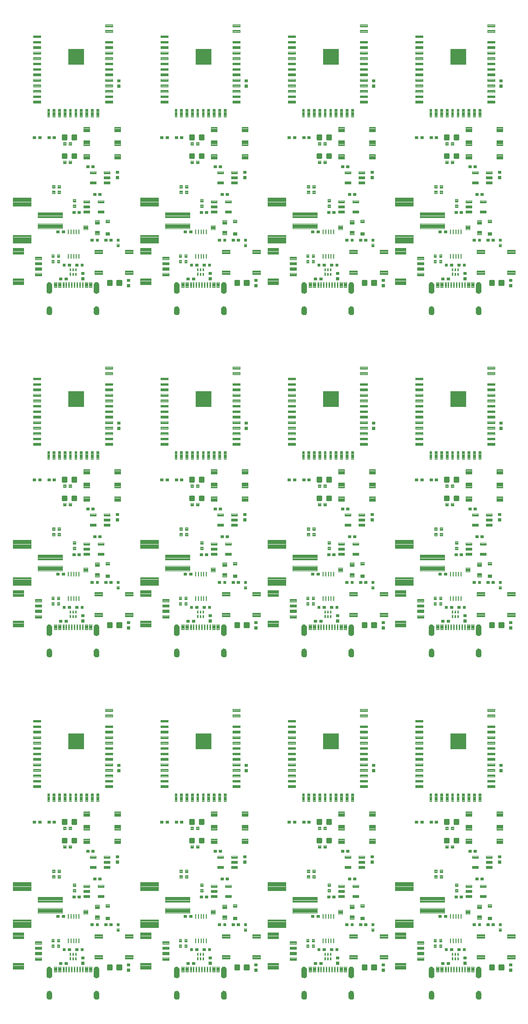
<source format=gtp>
G04 EAGLE Gerber RS-274X export*
G75*
%MOMM*%
%FSLAX34Y34*%
%LPD*%
%INSolderpaste Top*%
%IPPOS*%
%AMOC8*
5,1,8,0,0,1.08239X$1,22.5*%
G01*
%ADD10C,0.100800*%
%ADD11C,0.300000*%
%ADD12C,0.104000*%
%ADD13C,0.096000*%
%ADD14C,0.102000*%
%ADD15C,0.100000*%
%ADD16C,0.099059*%
%ADD17C,0.099000*%
%ADD18R,2.909200X2.909200*%
%ADD19R,0.250000X0.875000*%
%ADD20C,0.102500*%

G36*
X157300Y1298711D02*
X157300Y1298711D01*
X157301Y1298711D01*
X158369Y1298730D01*
X158376Y1298735D01*
X158380Y1298731D01*
X159417Y1298987D01*
X159422Y1298994D01*
X159428Y1298991D01*
X160382Y1299472D01*
X160386Y1299479D01*
X160391Y1299478D01*
X161215Y1300159D01*
X161216Y1300167D01*
X161222Y1300167D01*
X161873Y1301014D01*
X161873Y1301022D01*
X161879Y1301023D01*
X162326Y1301994D01*
X162324Y1302002D01*
X162329Y1302004D01*
X162548Y1303050D01*
X162545Y1303057D01*
X162549Y1303060D01*
X162549Y1315060D01*
X162546Y1315065D01*
X162549Y1315068D01*
X162369Y1316163D01*
X162363Y1316169D01*
X162366Y1316174D01*
X161947Y1317202D01*
X161940Y1317206D01*
X161942Y1317211D01*
X161305Y1318120D01*
X161297Y1318123D01*
X161297Y1318128D01*
X160474Y1318872D01*
X160466Y1318873D01*
X160465Y1318879D01*
X159497Y1319421D01*
X159488Y1319420D01*
X159486Y1319426D01*
X158422Y1319739D01*
X158417Y1319737D01*
X158413Y1319737D01*
X158411Y1319741D01*
X157303Y1319809D01*
X157297Y1319805D01*
X157293Y1319809D01*
X156185Y1319639D01*
X156179Y1319633D01*
X156174Y1319636D01*
X155132Y1319224D01*
X155128Y1319217D01*
X155123Y1319219D01*
X154198Y1318585D01*
X154196Y1318577D01*
X154190Y1318578D01*
X153430Y1317755D01*
X153429Y1317746D01*
X153423Y1317746D01*
X152866Y1316774D01*
X152867Y1316766D01*
X152861Y1316764D01*
X152534Y1315692D01*
X152537Y1315684D01*
X152532Y1315681D01*
X152451Y1314564D01*
X152452Y1314561D01*
X152451Y1314560D01*
X152451Y1302560D01*
X152456Y1302553D01*
X152452Y1302549D01*
X152671Y1301605D01*
X152677Y1301599D01*
X152675Y1301594D01*
X153099Y1300722D01*
X153106Y1300719D01*
X153104Y1300713D01*
X153711Y1299957D01*
X153719Y1299955D01*
X153719Y1299949D01*
X154479Y1299348D01*
X154488Y1299348D01*
X154489Y1299342D01*
X155364Y1298924D01*
X155372Y1298926D01*
X155374Y1298921D01*
X156320Y1298709D01*
X156327Y1298712D01*
X156331Y1298707D01*
X157300Y1298711D01*
G37*
G36*
X858340Y1298711D02*
X858340Y1298711D01*
X858341Y1298711D01*
X859409Y1298730D01*
X859416Y1298735D01*
X859420Y1298731D01*
X860457Y1298987D01*
X860462Y1298994D01*
X860468Y1298991D01*
X861422Y1299472D01*
X861426Y1299479D01*
X861431Y1299478D01*
X862255Y1300159D01*
X862256Y1300167D01*
X862262Y1300167D01*
X862913Y1301014D01*
X862913Y1301022D01*
X862919Y1301023D01*
X863366Y1301994D01*
X863364Y1302002D01*
X863369Y1302004D01*
X863588Y1303050D01*
X863585Y1303057D01*
X863589Y1303060D01*
X863589Y1315060D01*
X863586Y1315065D01*
X863589Y1315068D01*
X863409Y1316163D01*
X863403Y1316169D01*
X863406Y1316174D01*
X862987Y1317202D01*
X862980Y1317206D01*
X862982Y1317211D01*
X862345Y1318120D01*
X862337Y1318123D01*
X862337Y1318128D01*
X861514Y1318872D01*
X861506Y1318873D01*
X861505Y1318879D01*
X860537Y1319421D01*
X860528Y1319420D01*
X860526Y1319426D01*
X859462Y1319739D01*
X859457Y1319737D01*
X859453Y1319737D01*
X859451Y1319741D01*
X858343Y1319809D01*
X858337Y1319805D01*
X858333Y1319809D01*
X857225Y1319639D01*
X857219Y1319633D01*
X857214Y1319636D01*
X856172Y1319224D01*
X856168Y1319217D01*
X856163Y1319219D01*
X855238Y1318585D01*
X855236Y1318577D01*
X855230Y1318578D01*
X854470Y1317755D01*
X854469Y1317746D01*
X854463Y1317746D01*
X853906Y1316774D01*
X853907Y1316766D01*
X853901Y1316764D01*
X853574Y1315692D01*
X853577Y1315684D01*
X853572Y1315681D01*
X853491Y1314564D01*
X853492Y1314561D01*
X853491Y1314560D01*
X853491Y1302560D01*
X853496Y1302553D01*
X853492Y1302549D01*
X853711Y1301605D01*
X853717Y1301599D01*
X853715Y1301594D01*
X854139Y1300722D01*
X854146Y1300719D01*
X854144Y1300713D01*
X854751Y1299957D01*
X854759Y1299955D01*
X854759Y1299949D01*
X855519Y1299348D01*
X855528Y1299348D01*
X855529Y1299342D01*
X856404Y1298924D01*
X856412Y1298926D01*
X856414Y1298921D01*
X857360Y1298709D01*
X857367Y1298712D01*
X857371Y1298707D01*
X858340Y1298711D01*
G37*
G36*
X624660Y1298711D02*
X624660Y1298711D01*
X624661Y1298711D01*
X625729Y1298730D01*
X625736Y1298735D01*
X625740Y1298731D01*
X626777Y1298987D01*
X626782Y1298994D01*
X626788Y1298991D01*
X627742Y1299472D01*
X627746Y1299479D01*
X627751Y1299478D01*
X628575Y1300159D01*
X628576Y1300167D01*
X628582Y1300167D01*
X629233Y1301014D01*
X629233Y1301022D01*
X629239Y1301023D01*
X629686Y1301994D01*
X629684Y1302002D01*
X629689Y1302004D01*
X629908Y1303050D01*
X629905Y1303057D01*
X629909Y1303060D01*
X629909Y1315060D01*
X629906Y1315065D01*
X629909Y1315068D01*
X629729Y1316163D01*
X629723Y1316169D01*
X629726Y1316174D01*
X629307Y1317202D01*
X629300Y1317206D01*
X629302Y1317211D01*
X628665Y1318120D01*
X628657Y1318123D01*
X628657Y1318128D01*
X627834Y1318872D01*
X627826Y1318873D01*
X627825Y1318879D01*
X626857Y1319421D01*
X626848Y1319420D01*
X626846Y1319426D01*
X625782Y1319739D01*
X625777Y1319737D01*
X625773Y1319737D01*
X625771Y1319741D01*
X624663Y1319809D01*
X624657Y1319805D01*
X624653Y1319809D01*
X623545Y1319639D01*
X623539Y1319633D01*
X623534Y1319636D01*
X622492Y1319224D01*
X622488Y1319217D01*
X622483Y1319219D01*
X621558Y1318585D01*
X621556Y1318577D01*
X621550Y1318578D01*
X620790Y1317755D01*
X620789Y1317746D01*
X620783Y1317746D01*
X620226Y1316774D01*
X620227Y1316766D01*
X620221Y1316764D01*
X619894Y1315692D01*
X619897Y1315684D01*
X619892Y1315681D01*
X619811Y1314564D01*
X619812Y1314561D01*
X619811Y1314560D01*
X619811Y1302560D01*
X619816Y1302553D01*
X619812Y1302549D01*
X620031Y1301605D01*
X620037Y1301599D01*
X620035Y1301594D01*
X620459Y1300722D01*
X620466Y1300719D01*
X620464Y1300713D01*
X621071Y1299957D01*
X621079Y1299955D01*
X621079Y1299949D01*
X621839Y1299348D01*
X621848Y1299348D01*
X621849Y1299342D01*
X622724Y1298924D01*
X622732Y1298926D01*
X622734Y1298921D01*
X623680Y1298709D01*
X623687Y1298712D01*
X623691Y1298707D01*
X624660Y1298711D01*
G37*
G36*
X390980Y1298711D02*
X390980Y1298711D01*
X390981Y1298711D01*
X392049Y1298730D01*
X392056Y1298735D01*
X392060Y1298731D01*
X393097Y1298987D01*
X393102Y1298994D01*
X393108Y1298991D01*
X394062Y1299472D01*
X394066Y1299479D01*
X394071Y1299478D01*
X394895Y1300159D01*
X394896Y1300167D01*
X394902Y1300167D01*
X395553Y1301014D01*
X395553Y1301022D01*
X395559Y1301023D01*
X396006Y1301994D01*
X396004Y1302002D01*
X396009Y1302004D01*
X396228Y1303050D01*
X396225Y1303057D01*
X396229Y1303060D01*
X396229Y1315060D01*
X396226Y1315065D01*
X396229Y1315068D01*
X396049Y1316163D01*
X396043Y1316169D01*
X396046Y1316174D01*
X395627Y1317202D01*
X395620Y1317206D01*
X395622Y1317211D01*
X394985Y1318120D01*
X394977Y1318123D01*
X394977Y1318128D01*
X394154Y1318872D01*
X394146Y1318873D01*
X394145Y1318879D01*
X393177Y1319421D01*
X393168Y1319420D01*
X393166Y1319426D01*
X392102Y1319739D01*
X392097Y1319737D01*
X392093Y1319737D01*
X392091Y1319741D01*
X390983Y1319809D01*
X390977Y1319805D01*
X390973Y1319809D01*
X389865Y1319639D01*
X389859Y1319633D01*
X389854Y1319636D01*
X388812Y1319224D01*
X388808Y1319217D01*
X388803Y1319219D01*
X387878Y1318585D01*
X387876Y1318577D01*
X387870Y1318578D01*
X387110Y1317755D01*
X387109Y1317746D01*
X387103Y1317746D01*
X386546Y1316774D01*
X386547Y1316766D01*
X386541Y1316764D01*
X386214Y1315692D01*
X386217Y1315684D01*
X386212Y1315681D01*
X386131Y1314564D01*
X386132Y1314561D01*
X386131Y1314560D01*
X386131Y1302560D01*
X386136Y1302553D01*
X386132Y1302549D01*
X386351Y1301605D01*
X386357Y1301599D01*
X386355Y1301594D01*
X386779Y1300722D01*
X386786Y1300719D01*
X386784Y1300713D01*
X387391Y1299957D01*
X387399Y1299955D01*
X387399Y1299949D01*
X388159Y1299348D01*
X388168Y1299348D01*
X388169Y1299342D01*
X389044Y1298924D01*
X389052Y1298926D01*
X389054Y1298921D01*
X390000Y1298709D01*
X390007Y1298712D01*
X390011Y1298707D01*
X390980Y1298711D01*
G37*
G36*
X157300Y671331D02*
X157300Y671331D01*
X157301Y671331D01*
X158369Y671350D01*
X158376Y671355D01*
X158380Y671351D01*
X159417Y671607D01*
X159422Y671614D01*
X159428Y671611D01*
X160382Y672092D01*
X160386Y672099D01*
X160391Y672098D01*
X161215Y672779D01*
X161216Y672787D01*
X161222Y672787D01*
X161873Y673634D01*
X161873Y673642D01*
X161879Y673643D01*
X162326Y674614D01*
X162324Y674622D01*
X162329Y674624D01*
X162548Y675670D01*
X162545Y675677D01*
X162549Y675680D01*
X162549Y687680D01*
X162546Y687685D01*
X162549Y687688D01*
X162369Y688783D01*
X162363Y688789D01*
X162366Y688794D01*
X161947Y689822D01*
X161940Y689826D01*
X161942Y689831D01*
X161305Y690740D01*
X161297Y690743D01*
X161297Y690748D01*
X160474Y691492D01*
X160466Y691493D01*
X160465Y691499D01*
X159497Y692041D01*
X159488Y692040D01*
X159486Y692046D01*
X158422Y692359D01*
X158417Y692357D01*
X158413Y692357D01*
X158411Y692361D01*
X157303Y692429D01*
X157297Y692425D01*
X157293Y692429D01*
X156185Y692259D01*
X156179Y692253D01*
X156174Y692256D01*
X155132Y691844D01*
X155128Y691837D01*
X155123Y691839D01*
X154198Y691205D01*
X154196Y691197D01*
X154190Y691198D01*
X153430Y690375D01*
X153429Y690366D01*
X153423Y690366D01*
X152866Y689394D01*
X152867Y689386D01*
X152861Y689384D01*
X152534Y688312D01*
X152537Y688304D01*
X152532Y688301D01*
X152451Y687184D01*
X152452Y687181D01*
X152451Y687180D01*
X152451Y675180D01*
X152456Y675173D01*
X152452Y675169D01*
X152671Y674225D01*
X152677Y674219D01*
X152675Y674214D01*
X153099Y673342D01*
X153106Y673339D01*
X153104Y673333D01*
X153711Y672577D01*
X153719Y672575D01*
X153719Y672569D01*
X154479Y671968D01*
X154488Y671968D01*
X154489Y671962D01*
X155364Y671544D01*
X155372Y671546D01*
X155374Y671541D01*
X156320Y671329D01*
X156327Y671332D01*
X156331Y671327D01*
X157300Y671331D01*
G37*
G36*
X858340Y671331D02*
X858340Y671331D01*
X858341Y671331D01*
X859409Y671350D01*
X859416Y671355D01*
X859420Y671351D01*
X860457Y671607D01*
X860462Y671614D01*
X860468Y671611D01*
X861422Y672092D01*
X861426Y672099D01*
X861431Y672098D01*
X862255Y672779D01*
X862256Y672787D01*
X862262Y672787D01*
X862913Y673634D01*
X862913Y673642D01*
X862919Y673643D01*
X863366Y674614D01*
X863364Y674622D01*
X863369Y674624D01*
X863588Y675670D01*
X863585Y675677D01*
X863589Y675680D01*
X863589Y687680D01*
X863586Y687685D01*
X863589Y687688D01*
X863409Y688783D01*
X863403Y688789D01*
X863406Y688794D01*
X862987Y689822D01*
X862980Y689826D01*
X862982Y689831D01*
X862345Y690740D01*
X862337Y690743D01*
X862337Y690748D01*
X861514Y691492D01*
X861506Y691493D01*
X861505Y691499D01*
X860537Y692041D01*
X860528Y692040D01*
X860526Y692046D01*
X859462Y692359D01*
X859457Y692357D01*
X859453Y692357D01*
X859451Y692361D01*
X858343Y692429D01*
X858337Y692425D01*
X858333Y692429D01*
X857225Y692259D01*
X857219Y692253D01*
X857214Y692256D01*
X856172Y691844D01*
X856168Y691837D01*
X856163Y691839D01*
X855238Y691205D01*
X855236Y691197D01*
X855230Y691198D01*
X854470Y690375D01*
X854469Y690366D01*
X854463Y690366D01*
X853906Y689394D01*
X853907Y689386D01*
X853901Y689384D01*
X853574Y688312D01*
X853577Y688304D01*
X853572Y688301D01*
X853491Y687184D01*
X853492Y687181D01*
X853491Y687180D01*
X853491Y675180D01*
X853496Y675173D01*
X853492Y675169D01*
X853711Y674225D01*
X853717Y674219D01*
X853715Y674214D01*
X854139Y673342D01*
X854146Y673339D01*
X854144Y673333D01*
X854751Y672577D01*
X854759Y672575D01*
X854759Y672569D01*
X855519Y671968D01*
X855528Y671968D01*
X855529Y671962D01*
X856404Y671544D01*
X856412Y671546D01*
X856414Y671541D01*
X857360Y671329D01*
X857367Y671332D01*
X857371Y671327D01*
X858340Y671331D01*
G37*
G36*
X624660Y671331D02*
X624660Y671331D01*
X624661Y671331D01*
X625729Y671350D01*
X625736Y671355D01*
X625740Y671351D01*
X626777Y671607D01*
X626782Y671614D01*
X626788Y671611D01*
X627742Y672092D01*
X627746Y672099D01*
X627751Y672098D01*
X628575Y672779D01*
X628576Y672787D01*
X628582Y672787D01*
X629233Y673634D01*
X629233Y673642D01*
X629239Y673643D01*
X629686Y674614D01*
X629684Y674622D01*
X629689Y674624D01*
X629908Y675670D01*
X629905Y675677D01*
X629909Y675680D01*
X629909Y687680D01*
X629906Y687685D01*
X629909Y687688D01*
X629729Y688783D01*
X629723Y688789D01*
X629726Y688794D01*
X629307Y689822D01*
X629300Y689826D01*
X629302Y689831D01*
X628665Y690740D01*
X628657Y690743D01*
X628657Y690748D01*
X627834Y691492D01*
X627826Y691493D01*
X627825Y691499D01*
X626857Y692041D01*
X626848Y692040D01*
X626846Y692046D01*
X625782Y692359D01*
X625777Y692357D01*
X625773Y692357D01*
X625771Y692361D01*
X624663Y692429D01*
X624657Y692425D01*
X624653Y692429D01*
X623545Y692259D01*
X623539Y692253D01*
X623534Y692256D01*
X622492Y691844D01*
X622488Y691837D01*
X622483Y691839D01*
X621558Y691205D01*
X621556Y691197D01*
X621550Y691198D01*
X620790Y690375D01*
X620789Y690366D01*
X620783Y690366D01*
X620226Y689394D01*
X620227Y689386D01*
X620221Y689384D01*
X619894Y688312D01*
X619897Y688304D01*
X619892Y688301D01*
X619811Y687184D01*
X619812Y687181D01*
X619811Y687180D01*
X619811Y675180D01*
X619816Y675173D01*
X619812Y675169D01*
X620031Y674225D01*
X620037Y674219D01*
X620035Y674214D01*
X620459Y673342D01*
X620466Y673339D01*
X620464Y673333D01*
X621071Y672577D01*
X621079Y672575D01*
X621079Y672569D01*
X621839Y671968D01*
X621848Y671968D01*
X621849Y671962D01*
X622724Y671544D01*
X622732Y671546D01*
X622734Y671541D01*
X623680Y671329D01*
X623687Y671332D01*
X623691Y671327D01*
X624660Y671331D01*
G37*
G36*
X390980Y671331D02*
X390980Y671331D01*
X390981Y671331D01*
X392049Y671350D01*
X392056Y671355D01*
X392060Y671351D01*
X393097Y671607D01*
X393102Y671614D01*
X393108Y671611D01*
X394062Y672092D01*
X394066Y672099D01*
X394071Y672098D01*
X394895Y672779D01*
X394896Y672787D01*
X394902Y672787D01*
X395553Y673634D01*
X395553Y673642D01*
X395559Y673643D01*
X396006Y674614D01*
X396004Y674622D01*
X396009Y674624D01*
X396228Y675670D01*
X396225Y675677D01*
X396229Y675680D01*
X396229Y687680D01*
X396226Y687685D01*
X396229Y687688D01*
X396049Y688783D01*
X396043Y688789D01*
X396046Y688794D01*
X395627Y689822D01*
X395620Y689826D01*
X395622Y689831D01*
X394985Y690740D01*
X394977Y690743D01*
X394977Y690748D01*
X394154Y691492D01*
X394146Y691493D01*
X394145Y691499D01*
X393177Y692041D01*
X393168Y692040D01*
X393166Y692046D01*
X392102Y692359D01*
X392097Y692357D01*
X392093Y692357D01*
X392091Y692361D01*
X390983Y692429D01*
X390977Y692425D01*
X390973Y692429D01*
X389865Y692259D01*
X389859Y692253D01*
X389854Y692256D01*
X388812Y691844D01*
X388808Y691837D01*
X388803Y691839D01*
X387878Y691205D01*
X387876Y691197D01*
X387870Y691198D01*
X387110Y690375D01*
X387109Y690366D01*
X387103Y690366D01*
X386546Y689394D01*
X386547Y689386D01*
X386541Y689384D01*
X386214Y688312D01*
X386217Y688304D01*
X386212Y688301D01*
X386131Y687184D01*
X386132Y687181D01*
X386131Y687180D01*
X386131Y675180D01*
X386136Y675173D01*
X386132Y675169D01*
X386351Y674225D01*
X386357Y674219D01*
X386355Y674214D01*
X386779Y673342D01*
X386786Y673339D01*
X386784Y673333D01*
X387391Y672577D01*
X387399Y672575D01*
X387399Y672569D01*
X388159Y671968D01*
X388168Y671968D01*
X388169Y671962D01*
X389044Y671544D01*
X389052Y671546D01*
X389054Y671541D01*
X390000Y671329D01*
X390007Y671332D01*
X390011Y671327D01*
X390980Y671331D01*
G37*
G36*
X157300Y43951D02*
X157300Y43951D01*
X157301Y43951D01*
X158369Y43970D01*
X158376Y43975D01*
X158380Y43971D01*
X159417Y44227D01*
X159422Y44234D01*
X159428Y44231D01*
X160382Y44712D01*
X160386Y44719D01*
X160391Y44718D01*
X161215Y45399D01*
X161216Y45407D01*
X161222Y45407D01*
X161873Y46254D01*
X161873Y46262D01*
X161879Y46263D01*
X162326Y47234D01*
X162324Y47242D01*
X162329Y47244D01*
X162548Y48290D01*
X162545Y48297D01*
X162549Y48300D01*
X162549Y60300D01*
X162546Y60305D01*
X162549Y60308D01*
X162369Y61403D01*
X162363Y61409D01*
X162366Y61414D01*
X161947Y62442D01*
X161940Y62446D01*
X161942Y62451D01*
X161305Y63360D01*
X161297Y63363D01*
X161297Y63368D01*
X160474Y64112D01*
X160466Y64113D01*
X160465Y64119D01*
X159497Y64661D01*
X159488Y64660D01*
X159486Y64666D01*
X158422Y64979D01*
X158417Y64977D01*
X158413Y64977D01*
X158411Y64981D01*
X157303Y65049D01*
X157297Y65045D01*
X157293Y65049D01*
X156185Y64879D01*
X156179Y64873D01*
X156174Y64876D01*
X155132Y64464D01*
X155128Y64457D01*
X155123Y64459D01*
X154198Y63825D01*
X154196Y63817D01*
X154190Y63818D01*
X153430Y62995D01*
X153429Y62986D01*
X153423Y62986D01*
X152866Y62014D01*
X152867Y62006D01*
X152861Y62004D01*
X152534Y60932D01*
X152537Y60924D01*
X152532Y60921D01*
X152451Y59804D01*
X152452Y59801D01*
X152451Y59800D01*
X152451Y47800D01*
X152456Y47793D01*
X152452Y47789D01*
X152671Y46845D01*
X152677Y46839D01*
X152675Y46834D01*
X153099Y45962D01*
X153106Y45959D01*
X153104Y45953D01*
X153711Y45197D01*
X153719Y45195D01*
X153719Y45189D01*
X154479Y44588D01*
X154488Y44588D01*
X154489Y44582D01*
X155364Y44164D01*
X155372Y44166D01*
X155374Y44161D01*
X156320Y43949D01*
X156327Y43952D01*
X156331Y43947D01*
X157300Y43951D01*
G37*
G36*
X390980Y43951D02*
X390980Y43951D01*
X390981Y43951D01*
X392049Y43970D01*
X392056Y43975D01*
X392060Y43971D01*
X393097Y44227D01*
X393102Y44234D01*
X393108Y44231D01*
X394062Y44712D01*
X394066Y44719D01*
X394071Y44718D01*
X394895Y45399D01*
X394896Y45407D01*
X394902Y45407D01*
X395553Y46254D01*
X395553Y46262D01*
X395559Y46263D01*
X396006Y47234D01*
X396004Y47242D01*
X396009Y47244D01*
X396228Y48290D01*
X396225Y48297D01*
X396229Y48300D01*
X396229Y60300D01*
X396226Y60305D01*
X396229Y60308D01*
X396049Y61403D01*
X396043Y61409D01*
X396046Y61414D01*
X395627Y62442D01*
X395620Y62446D01*
X395622Y62451D01*
X394985Y63360D01*
X394977Y63363D01*
X394977Y63368D01*
X394154Y64112D01*
X394146Y64113D01*
X394145Y64119D01*
X393177Y64661D01*
X393168Y64660D01*
X393166Y64666D01*
X392102Y64979D01*
X392097Y64977D01*
X392093Y64977D01*
X392091Y64981D01*
X390983Y65049D01*
X390977Y65045D01*
X390973Y65049D01*
X389865Y64879D01*
X389859Y64873D01*
X389854Y64876D01*
X388812Y64464D01*
X388808Y64457D01*
X388803Y64459D01*
X387878Y63825D01*
X387876Y63817D01*
X387870Y63818D01*
X387110Y62995D01*
X387109Y62986D01*
X387103Y62986D01*
X386546Y62014D01*
X386547Y62006D01*
X386541Y62004D01*
X386214Y60932D01*
X386217Y60924D01*
X386212Y60921D01*
X386131Y59804D01*
X386132Y59801D01*
X386131Y59800D01*
X386131Y47800D01*
X386136Y47793D01*
X386132Y47789D01*
X386351Y46845D01*
X386357Y46839D01*
X386355Y46834D01*
X386779Y45962D01*
X386786Y45959D01*
X386784Y45953D01*
X387391Y45197D01*
X387399Y45195D01*
X387399Y45189D01*
X388159Y44588D01*
X388168Y44588D01*
X388169Y44582D01*
X389044Y44164D01*
X389052Y44166D01*
X389054Y44161D01*
X390000Y43949D01*
X390007Y43952D01*
X390011Y43947D01*
X390980Y43951D01*
G37*
G36*
X624660Y43951D02*
X624660Y43951D01*
X624661Y43951D01*
X625729Y43970D01*
X625736Y43975D01*
X625740Y43971D01*
X626777Y44227D01*
X626782Y44234D01*
X626788Y44231D01*
X627742Y44712D01*
X627746Y44719D01*
X627751Y44718D01*
X628575Y45399D01*
X628576Y45407D01*
X628582Y45407D01*
X629233Y46254D01*
X629233Y46262D01*
X629239Y46263D01*
X629686Y47234D01*
X629684Y47242D01*
X629689Y47244D01*
X629908Y48290D01*
X629905Y48297D01*
X629909Y48300D01*
X629909Y60300D01*
X629906Y60305D01*
X629909Y60308D01*
X629729Y61403D01*
X629723Y61409D01*
X629726Y61414D01*
X629307Y62442D01*
X629300Y62446D01*
X629302Y62451D01*
X628665Y63360D01*
X628657Y63363D01*
X628657Y63368D01*
X627834Y64112D01*
X627826Y64113D01*
X627825Y64119D01*
X626857Y64661D01*
X626848Y64660D01*
X626846Y64666D01*
X625782Y64979D01*
X625777Y64977D01*
X625773Y64977D01*
X625771Y64981D01*
X624663Y65049D01*
X624657Y65045D01*
X624653Y65049D01*
X623545Y64879D01*
X623539Y64873D01*
X623534Y64876D01*
X622492Y64464D01*
X622488Y64457D01*
X622483Y64459D01*
X621558Y63825D01*
X621556Y63817D01*
X621550Y63818D01*
X620790Y62995D01*
X620789Y62986D01*
X620783Y62986D01*
X620226Y62014D01*
X620227Y62006D01*
X620221Y62004D01*
X619894Y60932D01*
X619897Y60924D01*
X619892Y60921D01*
X619811Y59804D01*
X619812Y59801D01*
X619811Y59800D01*
X619811Y47800D01*
X619816Y47793D01*
X619812Y47789D01*
X620031Y46845D01*
X620037Y46839D01*
X620035Y46834D01*
X620459Y45962D01*
X620466Y45959D01*
X620464Y45953D01*
X621071Y45197D01*
X621079Y45195D01*
X621079Y45189D01*
X621839Y44588D01*
X621848Y44588D01*
X621849Y44582D01*
X622724Y44164D01*
X622732Y44166D01*
X622734Y44161D01*
X623680Y43949D01*
X623687Y43952D01*
X623691Y43947D01*
X624660Y43951D01*
G37*
G36*
X858340Y43951D02*
X858340Y43951D01*
X858341Y43951D01*
X859409Y43970D01*
X859416Y43975D01*
X859420Y43971D01*
X860457Y44227D01*
X860462Y44234D01*
X860468Y44231D01*
X861422Y44712D01*
X861426Y44719D01*
X861431Y44718D01*
X862255Y45399D01*
X862256Y45407D01*
X862262Y45407D01*
X862913Y46254D01*
X862913Y46262D01*
X862919Y46263D01*
X863366Y47234D01*
X863364Y47242D01*
X863369Y47244D01*
X863588Y48290D01*
X863585Y48297D01*
X863589Y48300D01*
X863589Y60300D01*
X863586Y60305D01*
X863589Y60308D01*
X863409Y61403D01*
X863403Y61409D01*
X863406Y61414D01*
X862987Y62442D01*
X862980Y62446D01*
X862982Y62451D01*
X862345Y63360D01*
X862337Y63363D01*
X862337Y63368D01*
X861514Y64112D01*
X861506Y64113D01*
X861505Y64119D01*
X860537Y64661D01*
X860528Y64660D01*
X860526Y64666D01*
X859462Y64979D01*
X859457Y64977D01*
X859453Y64977D01*
X859451Y64981D01*
X858343Y65049D01*
X858337Y65045D01*
X858333Y65049D01*
X857225Y64879D01*
X857219Y64873D01*
X857214Y64876D01*
X856172Y64464D01*
X856168Y64457D01*
X856163Y64459D01*
X855238Y63825D01*
X855236Y63817D01*
X855230Y63818D01*
X854470Y62995D01*
X854469Y62986D01*
X854463Y62986D01*
X853906Y62014D01*
X853907Y62006D01*
X853901Y62004D01*
X853574Y60932D01*
X853577Y60924D01*
X853572Y60921D01*
X853491Y59804D01*
X853492Y59801D01*
X853491Y59800D01*
X853491Y47800D01*
X853496Y47793D01*
X853492Y47789D01*
X853711Y46845D01*
X853717Y46839D01*
X853715Y46834D01*
X854139Y45962D01*
X854146Y45959D01*
X854144Y45953D01*
X854751Y45197D01*
X854759Y45195D01*
X854759Y45189D01*
X855519Y44588D01*
X855528Y44588D01*
X855529Y44582D01*
X856404Y44164D01*
X856412Y44166D01*
X856414Y44161D01*
X857360Y43949D01*
X857367Y43952D01*
X857371Y43947D01*
X858340Y43951D01*
G37*
G36*
X71881Y1298720D02*
X71881Y1298720D01*
X71888Y1298725D01*
X71892Y1298721D01*
X72944Y1298971D01*
X72949Y1298977D01*
X72954Y1298974D01*
X73924Y1299451D01*
X73927Y1299459D01*
X73933Y1299457D01*
X74772Y1300138D01*
X74774Y1300146D01*
X74780Y1300146D01*
X75446Y1300997D01*
X75447Y1301005D01*
X75452Y1301006D01*
X75913Y1301983D01*
X75911Y1301991D01*
X75917Y1301994D01*
X76148Y1303049D01*
X76145Y1303057D01*
X76149Y1303060D01*
X76149Y1315060D01*
X76145Y1315065D01*
X76149Y1315068D01*
X75956Y1316174D01*
X75950Y1316179D01*
X75953Y1316184D01*
X75520Y1317219D01*
X75513Y1317223D01*
X75515Y1317228D01*
X74862Y1318141D01*
X74854Y1318143D01*
X74855Y1318149D01*
X74016Y1318893D01*
X74007Y1318894D01*
X74007Y1318899D01*
X73023Y1319438D01*
X73015Y1319437D01*
X73013Y1319442D01*
X71934Y1319749D01*
X71926Y1319746D01*
X71923Y1319751D01*
X70803Y1319809D01*
X70798Y1319806D01*
X70795Y1319809D01*
X69749Y1319691D01*
X69743Y1319685D01*
X69738Y1319689D01*
X68744Y1319341D01*
X68740Y1319334D01*
X68735Y1319336D01*
X67843Y1318776D01*
X67841Y1318769D01*
X67835Y1318769D01*
X67091Y1318025D01*
X67089Y1318017D01*
X67084Y1318017D01*
X66524Y1317125D01*
X66524Y1317117D01*
X66519Y1317116D01*
X66171Y1316122D01*
X66174Y1316114D01*
X66169Y1316111D01*
X66051Y1315066D01*
X66053Y1315062D01*
X66051Y1315060D01*
X66051Y1303060D01*
X66054Y1303055D01*
X66051Y1303052D01*
X66209Y1302056D01*
X66215Y1302050D01*
X66212Y1302045D01*
X66587Y1301109D01*
X66594Y1301105D01*
X66592Y1301099D01*
X67166Y1300270D01*
X67174Y1300267D01*
X67173Y1300262D01*
X67917Y1299581D01*
X67926Y1299580D01*
X67926Y1299574D01*
X68803Y1299076D01*
X68812Y1299077D01*
X68814Y1299072D01*
X69779Y1298781D01*
X69787Y1298784D01*
X69790Y1298779D01*
X70797Y1298711D01*
X70799Y1298712D01*
X70800Y1298711D01*
X71881Y1298720D01*
G37*
G36*
X539241Y1298720D02*
X539241Y1298720D01*
X539248Y1298725D01*
X539252Y1298721D01*
X540304Y1298971D01*
X540309Y1298977D01*
X540314Y1298974D01*
X541284Y1299451D01*
X541287Y1299459D01*
X541293Y1299457D01*
X542132Y1300138D01*
X542134Y1300146D01*
X542140Y1300146D01*
X542806Y1300997D01*
X542807Y1301005D01*
X542812Y1301006D01*
X543273Y1301983D01*
X543271Y1301991D01*
X543277Y1301994D01*
X543508Y1303049D01*
X543505Y1303057D01*
X543509Y1303060D01*
X543509Y1315060D01*
X543505Y1315065D01*
X543509Y1315068D01*
X543316Y1316174D01*
X543310Y1316179D01*
X543313Y1316184D01*
X542880Y1317219D01*
X542873Y1317223D01*
X542875Y1317228D01*
X542222Y1318141D01*
X542214Y1318143D01*
X542215Y1318149D01*
X541376Y1318893D01*
X541367Y1318894D01*
X541367Y1318899D01*
X540383Y1319438D01*
X540375Y1319437D01*
X540373Y1319442D01*
X539294Y1319749D01*
X539286Y1319746D01*
X539283Y1319751D01*
X538163Y1319809D01*
X538158Y1319806D01*
X538155Y1319809D01*
X537109Y1319691D01*
X537103Y1319685D01*
X537098Y1319689D01*
X536104Y1319341D01*
X536100Y1319334D01*
X536095Y1319336D01*
X535203Y1318776D01*
X535201Y1318769D01*
X535195Y1318769D01*
X534451Y1318025D01*
X534449Y1318017D01*
X534444Y1318017D01*
X533884Y1317125D01*
X533884Y1317117D01*
X533879Y1317116D01*
X533531Y1316122D01*
X533534Y1316114D01*
X533529Y1316111D01*
X533411Y1315066D01*
X533413Y1315062D01*
X533411Y1315060D01*
X533411Y1303060D01*
X533414Y1303055D01*
X533411Y1303052D01*
X533569Y1302056D01*
X533575Y1302050D01*
X533572Y1302045D01*
X533947Y1301109D01*
X533954Y1301105D01*
X533952Y1301099D01*
X534526Y1300270D01*
X534534Y1300267D01*
X534533Y1300262D01*
X535277Y1299581D01*
X535286Y1299580D01*
X535286Y1299574D01*
X536163Y1299076D01*
X536172Y1299077D01*
X536174Y1299072D01*
X537139Y1298781D01*
X537147Y1298784D01*
X537150Y1298779D01*
X538157Y1298711D01*
X538159Y1298712D01*
X538160Y1298711D01*
X539241Y1298720D01*
G37*
G36*
X305561Y1298720D02*
X305561Y1298720D01*
X305568Y1298725D01*
X305572Y1298721D01*
X306624Y1298971D01*
X306629Y1298977D01*
X306634Y1298974D01*
X307604Y1299451D01*
X307607Y1299459D01*
X307613Y1299457D01*
X308452Y1300138D01*
X308454Y1300146D01*
X308460Y1300146D01*
X309126Y1300997D01*
X309127Y1301005D01*
X309132Y1301006D01*
X309593Y1301983D01*
X309591Y1301991D01*
X309597Y1301994D01*
X309828Y1303049D01*
X309825Y1303057D01*
X309829Y1303060D01*
X309829Y1315060D01*
X309825Y1315065D01*
X309829Y1315068D01*
X309636Y1316174D01*
X309630Y1316179D01*
X309633Y1316184D01*
X309200Y1317219D01*
X309193Y1317223D01*
X309195Y1317228D01*
X308542Y1318141D01*
X308534Y1318143D01*
X308535Y1318149D01*
X307696Y1318893D01*
X307687Y1318894D01*
X307687Y1318899D01*
X306703Y1319438D01*
X306695Y1319437D01*
X306693Y1319442D01*
X305614Y1319749D01*
X305606Y1319746D01*
X305603Y1319751D01*
X304483Y1319809D01*
X304478Y1319806D01*
X304475Y1319809D01*
X303429Y1319691D01*
X303423Y1319685D01*
X303418Y1319689D01*
X302424Y1319341D01*
X302420Y1319334D01*
X302415Y1319336D01*
X301523Y1318776D01*
X301521Y1318769D01*
X301515Y1318769D01*
X300771Y1318025D01*
X300769Y1318017D01*
X300764Y1318017D01*
X300204Y1317125D01*
X300204Y1317117D01*
X300199Y1317116D01*
X299851Y1316122D01*
X299854Y1316114D01*
X299849Y1316111D01*
X299731Y1315066D01*
X299733Y1315062D01*
X299731Y1315060D01*
X299731Y1303060D01*
X299734Y1303055D01*
X299731Y1303052D01*
X299889Y1302056D01*
X299895Y1302050D01*
X299892Y1302045D01*
X300267Y1301109D01*
X300274Y1301105D01*
X300272Y1301099D01*
X300846Y1300270D01*
X300854Y1300267D01*
X300853Y1300262D01*
X301597Y1299581D01*
X301606Y1299580D01*
X301606Y1299574D01*
X302483Y1299076D01*
X302492Y1299077D01*
X302494Y1299072D01*
X303459Y1298781D01*
X303467Y1298784D01*
X303470Y1298779D01*
X304477Y1298711D01*
X304479Y1298712D01*
X304480Y1298711D01*
X305561Y1298720D01*
G37*
G36*
X772921Y1298720D02*
X772921Y1298720D01*
X772928Y1298725D01*
X772932Y1298721D01*
X773984Y1298971D01*
X773989Y1298977D01*
X773994Y1298974D01*
X774964Y1299451D01*
X774967Y1299459D01*
X774973Y1299457D01*
X775812Y1300138D01*
X775814Y1300146D01*
X775820Y1300146D01*
X776486Y1300997D01*
X776487Y1301005D01*
X776492Y1301006D01*
X776953Y1301983D01*
X776951Y1301991D01*
X776957Y1301994D01*
X777188Y1303049D01*
X777185Y1303057D01*
X777189Y1303060D01*
X777189Y1315060D01*
X777185Y1315065D01*
X777189Y1315068D01*
X776996Y1316174D01*
X776990Y1316179D01*
X776993Y1316184D01*
X776560Y1317219D01*
X776553Y1317223D01*
X776555Y1317228D01*
X775902Y1318141D01*
X775894Y1318143D01*
X775895Y1318149D01*
X775056Y1318893D01*
X775047Y1318894D01*
X775047Y1318899D01*
X774063Y1319438D01*
X774055Y1319437D01*
X774053Y1319442D01*
X772974Y1319749D01*
X772966Y1319746D01*
X772963Y1319751D01*
X771843Y1319809D01*
X771838Y1319806D01*
X771835Y1319809D01*
X770789Y1319691D01*
X770783Y1319685D01*
X770778Y1319689D01*
X769784Y1319341D01*
X769780Y1319334D01*
X769775Y1319336D01*
X768883Y1318776D01*
X768881Y1318769D01*
X768875Y1318769D01*
X768131Y1318025D01*
X768129Y1318017D01*
X768124Y1318017D01*
X767564Y1317125D01*
X767564Y1317117D01*
X767559Y1317116D01*
X767211Y1316122D01*
X767214Y1316114D01*
X767209Y1316111D01*
X767091Y1315066D01*
X767093Y1315062D01*
X767091Y1315060D01*
X767091Y1303060D01*
X767094Y1303055D01*
X767091Y1303052D01*
X767249Y1302056D01*
X767255Y1302050D01*
X767252Y1302045D01*
X767627Y1301109D01*
X767634Y1301105D01*
X767632Y1301099D01*
X768206Y1300270D01*
X768214Y1300267D01*
X768213Y1300262D01*
X768957Y1299581D01*
X768966Y1299580D01*
X768966Y1299574D01*
X769843Y1299076D01*
X769852Y1299077D01*
X769854Y1299072D01*
X770819Y1298781D01*
X770827Y1298784D01*
X770830Y1298779D01*
X771837Y1298711D01*
X771839Y1298712D01*
X771840Y1298711D01*
X772921Y1298720D01*
G37*
G36*
X772921Y43960D02*
X772921Y43960D01*
X772928Y43965D01*
X772932Y43961D01*
X773984Y44211D01*
X773989Y44217D01*
X773994Y44214D01*
X774964Y44691D01*
X774967Y44699D01*
X774973Y44697D01*
X775812Y45378D01*
X775814Y45386D01*
X775820Y45386D01*
X776486Y46237D01*
X776487Y46245D01*
X776492Y46246D01*
X776953Y47223D01*
X776951Y47231D01*
X776957Y47234D01*
X777188Y48289D01*
X777185Y48297D01*
X777189Y48300D01*
X777189Y60300D01*
X777185Y60305D01*
X777189Y60308D01*
X776996Y61414D01*
X776990Y61419D01*
X776993Y61424D01*
X776560Y62459D01*
X776553Y62463D01*
X776555Y62468D01*
X775902Y63381D01*
X775894Y63383D01*
X775895Y63389D01*
X775056Y64133D01*
X775047Y64134D01*
X775047Y64139D01*
X774063Y64678D01*
X774055Y64677D01*
X774053Y64682D01*
X772974Y64989D01*
X772966Y64986D01*
X772963Y64991D01*
X771843Y65049D01*
X771838Y65046D01*
X771835Y65049D01*
X770789Y64931D01*
X770783Y64925D01*
X770778Y64929D01*
X769784Y64581D01*
X769780Y64574D01*
X769775Y64576D01*
X768883Y64016D01*
X768881Y64009D01*
X768875Y64009D01*
X768131Y63265D01*
X768129Y63257D01*
X768124Y63257D01*
X767564Y62365D01*
X767564Y62357D01*
X767559Y62356D01*
X767211Y61362D01*
X767214Y61354D01*
X767209Y61351D01*
X767091Y60306D01*
X767093Y60302D01*
X767091Y60300D01*
X767091Y48300D01*
X767094Y48295D01*
X767091Y48292D01*
X767249Y47296D01*
X767255Y47290D01*
X767252Y47285D01*
X767627Y46349D01*
X767634Y46345D01*
X767632Y46339D01*
X768206Y45510D01*
X768214Y45507D01*
X768213Y45502D01*
X768957Y44821D01*
X768966Y44820D01*
X768966Y44814D01*
X769843Y44316D01*
X769852Y44317D01*
X769854Y44312D01*
X770819Y44021D01*
X770827Y44024D01*
X770830Y44019D01*
X771837Y43951D01*
X771839Y43952D01*
X771840Y43951D01*
X772921Y43960D01*
G37*
G36*
X71881Y43960D02*
X71881Y43960D01*
X71888Y43965D01*
X71892Y43961D01*
X72944Y44211D01*
X72949Y44217D01*
X72954Y44214D01*
X73924Y44691D01*
X73927Y44699D01*
X73933Y44697D01*
X74772Y45378D01*
X74774Y45386D01*
X74780Y45386D01*
X75446Y46237D01*
X75447Y46245D01*
X75452Y46246D01*
X75913Y47223D01*
X75911Y47231D01*
X75917Y47234D01*
X76148Y48289D01*
X76145Y48297D01*
X76149Y48300D01*
X76149Y60300D01*
X76145Y60305D01*
X76149Y60308D01*
X75956Y61414D01*
X75950Y61419D01*
X75953Y61424D01*
X75520Y62459D01*
X75513Y62463D01*
X75515Y62468D01*
X74862Y63381D01*
X74854Y63383D01*
X74855Y63389D01*
X74016Y64133D01*
X74007Y64134D01*
X74007Y64139D01*
X73023Y64678D01*
X73015Y64677D01*
X73013Y64682D01*
X71934Y64989D01*
X71926Y64986D01*
X71923Y64991D01*
X70803Y65049D01*
X70798Y65046D01*
X70795Y65049D01*
X69749Y64931D01*
X69743Y64925D01*
X69738Y64929D01*
X68744Y64581D01*
X68740Y64574D01*
X68735Y64576D01*
X67843Y64016D01*
X67841Y64009D01*
X67835Y64009D01*
X67091Y63265D01*
X67089Y63257D01*
X67084Y63257D01*
X66524Y62365D01*
X66524Y62357D01*
X66519Y62356D01*
X66171Y61362D01*
X66174Y61354D01*
X66169Y61351D01*
X66051Y60306D01*
X66053Y60302D01*
X66051Y60300D01*
X66051Y48300D01*
X66054Y48295D01*
X66051Y48292D01*
X66209Y47296D01*
X66215Y47290D01*
X66212Y47285D01*
X66587Y46349D01*
X66594Y46345D01*
X66592Y46339D01*
X67166Y45510D01*
X67174Y45507D01*
X67173Y45502D01*
X67917Y44821D01*
X67926Y44820D01*
X67926Y44814D01*
X68803Y44316D01*
X68812Y44317D01*
X68814Y44312D01*
X69779Y44021D01*
X69787Y44024D01*
X69790Y44019D01*
X70797Y43951D01*
X70799Y43952D01*
X70800Y43951D01*
X71881Y43960D01*
G37*
G36*
X305561Y43960D02*
X305561Y43960D01*
X305568Y43965D01*
X305572Y43961D01*
X306624Y44211D01*
X306629Y44217D01*
X306634Y44214D01*
X307604Y44691D01*
X307607Y44699D01*
X307613Y44697D01*
X308452Y45378D01*
X308454Y45386D01*
X308460Y45386D01*
X309126Y46237D01*
X309127Y46245D01*
X309132Y46246D01*
X309593Y47223D01*
X309591Y47231D01*
X309597Y47234D01*
X309828Y48289D01*
X309825Y48297D01*
X309829Y48300D01*
X309829Y60300D01*
X309825Y60305D01*
X309829Y60308D01*
X309636Y61414D01*
X309630Y61419D01*
X309633Y61424D01*
X309200Y62459D01*
X309193Y62463D01*
X309195Y62468D01*
X308542Y63381D01*
X308534Y63383D01*
X308535Y63389D01*
X307696Y64133D01*
X307687Y64134D01*
X307687Y64139D01*
X306703Y64678D01*
X306695Y64677D01*
X306693Y64682D01*
X305614Y64989D01*
X305606Y64986D01*
X305603Y64991D01*
X304483Y65049D01*
X304478Y65046D01*
X304475Y65049D01*
X303429Y64931D01*
X303423Y64925D01*
X303418Y64929D01*
X302424Y64581D01*
X302420Y64574D01*
X302415Y64576D01*
X301523Y64016D01*
X301521Y64009D01*
X301515Y64009D01*
X300771Y63265D01*
X300769Y63257D01*
X300764Y63257D01*
X300204Y62365D01*
X300204Y62357D01*
X300199Y62356D01*
X299851Y61362D01*
X299854Y61354D01*
X299849Y61351D01*
X299731Y60306D01*
X299733Y60302D01*
X299731Y60300D01*
X299731Y48300D01*
X299734Y48295D01*
X299731Y48292D01*
X299889Y47296D01*
X299895Y47290D01*
X299892Y47285D01*
X300267Y46349D01*
X300274Y46345D01*
X300272Y46339D01*
X300846Y45510D01*
X300854Y45507D01*
X300853Y45502D01*
X301597Y44821D01*
X301606Y44820D01*
X301606Y44814D01*
X302483Y44316D01*
X302492Y44317D01*
X302494Y44312D01*
X303459Y44021D01*
X303467Y44024D01*
X303470Y44019D01*
X304477Y43951D01*
X304479Y43952D01*
X304480Y43951D01*
X305561Y43960D01*
G37*
G36*
X539241Y43960D02*
X539241Y43960D01*
X539248Y43965D01*
X539252Y43961D01*
X540304Y44211D01*
X540309Y44217D01*
X540314Y44214D01*
X541284Y44691D01*
X541287Y44699D01*
X541293Y44697D01*
X542132Y45378D01*
X542134Y45386D01*
X542140Y45386D01*
X542806Y46237D01*
X542807Y46245D01*
X542812Y46246D01*
X543273Y47223D01*
X543271Y47231D01*
X543277Y47234D01*
X543508Y48289D01*
X543505Y48297D01*
X543509Y48300D01*
X543509Y60300D01*
X543505Y60305D01*
X543509Y60308D01*
X543316Y61414D01*
X543310Y61419D01*
X543313Y61424D01*
X542880Y62459D01*
X542873Y62463D01*
X542875Y62468D01*
X542222Y63381D01*
X542214Y63383D01*
X542215Y63389D01*
X541376Y64133D01*
X541367Y64134D01*
X541367Y64139D01*
X540383Y64678D01*
X540375Y64677D01*
X540373Y64682D01*
X539294Y64989D01*
X539286Y64986D01*
X539283Y64991D01*
X538163Y65049D01*
X538158Y65046D01*
X538155Y65049D01*
X537109Y64931D01*
X537103Y64925D01*
X537098Y64929D01*
X536104Y64581D01*
X536100Y64574D01*
X536095Y64576D01*
X535203Y64016D01*
X535201Y64009D01*
X535195Y64009D01*
X534451Y63265D01*
X534449Y63257D01*
X534444Y63257D01*
X533884Y62365D01*
X533884Y62357D01*
X533879Y62356D01*
X533531Y61362D01*
X533534Y61354D01*
X533529Y61351D01*
X533411Y60306D01*
X533413Y60302D01*
X533411Y60300D01*
X533411Y48300D01*
X533414Y48295D01*
X533411Y48292D01*
X533569Y47296D01*
X533575Y47290D01*
X533572Y47285D01*
X533947Y46349D01*
X533954Y46345D01*
X533952Y46339D01*
X534526Y45510D01*
X534534Y45507D01*
X534533Y45502D01*
X535277Y44821D01*
X535286Y44820D01*
X535286Y44814D01*
X536163Y44316D01*
X536172Y44317D01*
X536174Y44312D01*
X537139Y44021D01*
X537147Y44024D01*
X537150Y44019D01*
X538157Y43951D01*
X538159Y43952D01*
X538160Y43951D01*
X539241Y43960D01*
G37*
G36*
X539241Y671340D02*
X539241Y671340D01*
X539248Y671345D01*
X539252Y671341D01*
X540304Y671591D01*
X540309Y671597D01*
X540314Y671594D01*
X541284Y672071D01*
X541287Y672079D01*
X541293Y672077D01*
X542132Y672758D01*
X542134Y672766D01*
X542140Y672766D01*
X542806Y673617D01*
X542807Y673625D01*
X542812Y673626D01*
X543273Y674603D01*
X543271Y674611D01*
X543277Y674614D01*
X543508Y675669D01*
X543505Y675677D01*
X543509Y675680D01*
X543509Y687680D01*
X543505Y687685D01*
X543509Y687688D01*
X543316Y688794D01*
X543310Y688799D01*
X543313Y688804D01*
X542880Y689839D01*
X542873Y689843D01*
X542875Y689848D01*
X542222Y690761D01*
X542214Y690763D01*
X542215Y690769D01*
X541376Y691513D01*
X541367Y691514D01*
X541367Y691519D01*
X540383Y692058D01*
X540375Y692057D01*
X540373Y692062D01*
X539294Y692369D01*
X539286Y692366D01*
X539283Y692371D01*
X538163Y692429D01*
X538158Y692426D01*
X538155Y692429D01*
X537109Y692311D01*
X537103Y692305D01*
X537098Y692309D01*
X536104Y691961D01*
X536100Y691954D01*
X536095Y691956D01*
X535203Y691396D01*
X535201Y691389D01*
X535195Y691389D01*
X534451Y690645D01*
X534449Y690637D01*
X534444Y690637D01*
X533884Y689745D01*
X533884Y689737D01*
X533879Y689736D01*
X533531Y688742D01*
X533534Y688734D01*
X533529Y688731D01*
X533411Y687686D01*
X533413Y687682D01*
X533411Y687680D01*
X533411Y675680D01*
X533414Y675675D01*
X533411Y675672D01*
X533569Y674676D01*
X533575Y674670D01*
X533572Y674665D01*
X533947Y673729D01*
X533954Y673725D01*
X533952Y673719D01*
X534526Y672890D01*
X534534Y672887D01*
X534533Y672882D01*
X535277Y672201D01*
X535286Y672200D01*
X535286Y672194D01*
X536163Y671696D01*
X536172Y671697D01*
X536174Y671692D01*
X537139Y671401D01*
X537147Y671404D01*
X537150Y671399D01*
X538157Y671331D01*
X538159Y671332D01*
X538160Y671331D01*
X539241Y671340D01*
G37*
G36*
X305561Y671340D02*
X305561Y671340D01*
X305568Y671345D01*
X305572Y671341D01*
X306624Y671591D01*
X306629Y671597D01*
X306634Y671594D01*
X307604Y672071D01*
X307607Y672079D01*
X307613Y672077D01*
X308452Y672758D01*
X308454Y672766D01*
X308460Y672766D01*
X309126Y673617D01*
X309127Y673625D01*
X309132Y673626D01*
X309593Y674603D01*
X309591Y674611D01*
X309597Y674614D01*
X309828Y675669D01*
X309825Y675677D01*
X309829Y675680D01*
X309829Y687680D01*
X309825Y687685D01*
X309829Y687688D01*
X309636Y688794D01*
X309630Y688799D01*
X309633Y688804D01*
X309200Y689839D01*
X309193Y689843D01*
X309195Y689848D01*
X308542Y690761D01*
X308534Y690763D01*
X308535Y690769D01*
X307696Y691513D01*
X307687Y691514D01*
X307687Y691519D01*
X306703Y692058D01*
X306695Y692057D01*
X306693Y692062D01*
X305614Y692369D01*
X305606Y692366D01*
X305603Y692371D01*
X304483Y692429D01*
X304478Y692426D01*
X304475Y692429D01*
X303429Y692311D01*
X303423Y692305D01*
X303418Y692309D01*
X302424Y691961D01*
X302420Y691954D01*
X302415Y691956D01*
X301523Y691396D01*
X301521Y691389D01*
X301515Y691389D01*
X300771Y690645D01*
X300769Y690637D01*
X300764Y690637D01*
X300204Y689745D01*
X300204Y689737D01*
X300199Y689736D01*
X299851Y688742D01*
X299854Y688734D01*
X299849Y688731D01*
X299731Y687686D01*
X299733Y687682D01*
X299731Y687680D01*
X299731Y675680D01*
X299734Y675675D01*
X299731Y675672D01*
X299889Y674676D01*
X299895Y674670D01*
X299892Y674665D01*
X300267Y673729D01*
X300274Y673725D01*
X300272Y673719D01*
X300846Y672890D01*
X300854Y672887D01*
X300853Y672882D01*
X301597Y672201D01*
X301606Y672200D01*
X301606Y672194D01*
X302483Y671696D01*
X302492Y671697D01*
X302494Y671692D01*
X303459Y671401D01*
X303467Y671404D01*
X303470Y671399D01*
X304477Y671331D01*
X304479Y671332D01*
X304480Y671331D01*
X305561Y671340D01*
G37*
G36*
X772921Y671340D02*
X772921Y671340D01*
X772928Y671345D01*
X772932Y671341D01*
X773984Y671591D01*
X773989Y671597D01*
X773994Y671594D01*
X774964Y672071D01*
X774967Y672079D01*
X774973Y672077D01*
X775812Y672758D01*
X775814Y672766D01*
X775820Y672766D01*
X776486Y673617D01*
X776487Y673625D01*
X776492Y673626D01*
X776953Y674603D01*
X776951Y674611D01*
X776957Y674614D01*
X777188Y675669D01*
X777185Y675677D01*
X777189Y675680D01*
X777189Y687680D01*
X777185Y687685D01*
X777189Y687688D01*
X776996Y688794D01*
X776990Y688799D01*
X776993Y688804D01*
X776560Y689839D01*
X776553Y689843D01*
X776555Y689848D01*
X775902Y690761D01*
X775894Y690763D01*
X775895Y690769D01*
X775056Y691513D01*
X775047Y691514D01*
X775047Y691519D01*
X774063Y692058D01*
X774055Y692057D01*
X774053Y692062D01*
X772974Y692369D01*
X772966Y692366D01*
X772963Y692371D01*
X771843Y692429D01*
X771838Y692426D01*
X771835Y692429D01*
X770789Y692311D01*
X770783Y692305D01*
X770778Y692309D01*
X769784Y691961D01*
X769780Y691954D01*
X769775Y691956D01*
X768883Y691396D01*
X768881Y691389D01*
X768875Y691389D01*
X768131Y690645D01*
X768129Y690637D01*
X768124Y690637D01*
X767564Y689745D01*
X767564Y689737D01*
X767559Y689736D01*
X767211Y688742D01*
X767214Y688734D01*
X767209Y688731D01*
X767091Y687686D01*
X767093Y687682D01*
X767091Y687680D01*
X767091Y675680D01*
X767094Y675675D01*
X767091Y675672D01*
X767249Y674676D01*
X767255Y674670D01*
X767252Y674665D01*
X767627Y673729D01*
X767634Y673725D01*
X767632Y673719D01*
X768206Y672890D01*
X768214Y672887D01*
X768213Y672882D01*
X768957Y672201D01*
X768966Y672200D01*
X768966Y672194D01*
X769843Y671696D01*
X769852Y671697D01*
X769854Y671692D01*
X770819Y671401D01*
X770827Y671404D01*
X770830Y671399D01*
X771837Y671331D01*
X771839Y671332D01*
X771840Y671331D01*
X772921Y671340D01*
G37*
G36*
X71881Y671340D02*
X71881Y671340D01*
X71888Y671345D01*
X71892Y671341D01*
X72944Y671591D01*
X72949Y671597D01*
X72954Y671594D01*
X73924Y672071D01*
X73927Y672079D01*
X73933Y672077D01*
X74772Y672758D01*
X74774Y672766D01*
X74780Y672766D01*
X75446Y673617D01*
X75447Y673625D01*
X75452Y673626D01*
X75913Y674603D01*
X75911Y674611D01*
X75917Y674614D01*
X76148Y675669D01*
X76145Y675677D01*
X76149Y675680D01*
X76149Y687680D01*
X76145Y687685D01*
X76149Y687688D01*
X75956Y688794D01*
X75950Y688799D01*
X75953Y688804D01*
X75520Y689839D01*
X75513Y689843D01*
X75515Y689848D01*
X74862Y690761D01*
X74854Y690763D01*
X74855Y690769D01*
X74016Y691513D01*
X74007Y691514D01*
X74007Y691519D01*
X73023Y692058D01*
X73015Y692057D01*
X73013Y692062D01*
X71934Y692369D01*
X71926Y692366D01*
X71923Y692371D01*
X70803Y692429D01*
X70798Y692426D01*
X70795Y692429D01*
X69749Y692311D01*
X69743Y692305D01*
X69738Y692309D01*
X68744Y691961D01*
X68740Y691954D01*
X68735Y691956D01*
X67843Y691396D01*
X67841Y691389D01*
X67835Y691389D01*
X67091Y690645D01*
X67089Y690637D01*
X67084Y690637D01*
X66524Y689745D01*
X66524Y689737D01*
X66519Y689736D01*
X66171Y688742D01*
X66174Y688734D01*
X66169Y688731D01*
X66051Y687686D01*
X66053Y687682D01*
X66051Y687680D01*
X66051Y675680D01*
X66054Y675675D01*
X66051Y675672D01*
X66209Y674676D01*
X66215Y674670D01*
X66212Y674665D01*
X66587Y673729D01*
X66594Y673725D01*
X66592Y673719D01*
X67166Y672890D01*
X67174Y672887D01*
X67173Y672882D01*
X67917Y672201D01*
X67926Y672200D01*
X67926Y672194D01*
X68803Y671696D01*
X68812Y671697D01*
X68814Y671692D01*
X69779Y671401D01*
X69787Y671404D01*
X69790Y671399D01*
X70797Y671331D01*
X70799Y671332D01*
X70800Y671331D01*
X71881Y671340D01*
G37*
G36*
X391484Y631835D02*
X391484Y631835D01*
X391487Y631831D01*
X392563Y631986D01*
X392568Y631992D01*
X392573Y631989D01*
X393587Y632379D01*
X393591Y632386D01*
X393597Y632385D01*
X394499Y632991D01*
X394501Y632999D01*
X394507Y632998D01*
X395251Y633790D01*
X395252Y633798D01*
X395258Y633798D01*
X395807Y634736D01*
X395806Y634744D01*
X395812Y634746D01*
X396139Y635782D01*
X396136Y635790D01*
X396141Y635793D01*
X396229Y636876D01*
X396227Y636879D01*
X396229Y636880D01*
X396229Y642880D01*
X396226Y642884D01*
X396229Y642886D01*
X396079Y644019D01*
X396073Y644025D01*
X396076Y644030D01*
X395678Y645100D01*
X395671Y645104D01*
X395673Y645110D01*
X395046Y646065D01*
X395038Y646068D01*
X395039Y646073D01*
X394216Y646865D01*
X394208Y646866D01*
X394207Y646872D01*
X393228Y647461D01*
X393220Y647460D01*
X393218Y647465D01*
X392133Y647821D01*
X392125Y647819D01*
X392122Y647823D01*
X390985Y647929D01*
X390976Y647924D01*
X390971Y647928D01*
X389834Y647721D01*
X389828Y647715D01*
X389823Y647718D01*
X388761Y647263D01*
X388757Y647256D01*
X388751Y647258D01*
X387816Y646578D01*
X387814Y646570D01*
X387808Y646571D01*
X387048Y645700D01*
X387048Y645692D01*
X387042Y645691D01*
X386495Y644672D01*
X386496Y644664D01*
X386491Y644662D01*
X386487Y644649D01*
X386474Y644600D01*
X386473Y644600D01*
X386474Y644600D01*
X386460Y644551D01*
X386446Y644501D01*
X386433Y644452D01*
X386419Y644403D01*
X386406Y644354D01*
X386392Y644304D01*
X386379Y644255D01*
X386365Y644206D01*
X386351Y644157D01*
X386338Y644107D01*
X386324Y644058D01*
X386311Y644009D01*
X386297Y643960D01*
X386284Y643910D01*
X386270Y643861D01*
X386257Y643812D01*
X386256Y643812D01*
X386243Y643763D01*
X386229Y643713D01*
X386184Y643548D01*
X386187Y643540D01*
X386182Y643537D01*
X386131Y642382D01*
X386132Y642381D01*
X386131Y642380D01*
X386131Y636380D01*
X386135Y636374D01*
X386132Y636371D01*
X386344Y635290D01*
X386350Y635285D01*
X386347Y635280D01*
X386794Y634274D01*
X386801Y634270D01*
X386799Y634264D01*
X387459Y633383D01*
X387467Y633380D01*
X387467Y633375D01*
X388306Y632662D01*
X388314Y632662D01*
X388315Y632656D01*
X389292Y632148D01*
X389300Y632149D01*
X389302Y632144D01*
X390367Y631866D01*
X390375Y631869D01*
X390378Y631865D01*
X391479Y631831D01*
X391484Y631835D01*
G37*
G36*
X625164Y631835D02*
X625164Y631835D01*
X625167Y631831D01*
X626243Y631986D01*
X626248Y631992D01*
X626253Y631989D01*
X627267Y632379D01*
X627271Y632386D01*
X627277Y632385D01*
X628179Y632991D01*
X628181Y632999D01*
X628187Y632998D01*
X628931Y633790D01*
X628932Y633798D01*
X628938Y633798D01*
X629487Y634736D01*
X629486Y634744D01*
X629492Y634746D01*
X629819Y635782D01*
X629816Y635790D01*
X629821Y635793D01*
X629909Y636876D01*
X629907Y636879D01*
X629909Y636880D01*
X629909Y642880D01*
X629906Y642884D01*
X629909Y642886D01*
X629759Y644019D01*
X629753Y644025D01*
X629756Y644030D01*
X629358Y645100D01*
X629351Y645104D01*
X629353Y645110D01*
X628726Y646065D01*
X628718Y646068D01*
X628719Y646073D01*
X627896Y646865D01*
X627888Y646866D01*
X627887Y646872D01*
X626908Y647461D01*
X626900Y647460D01*
X626898Y647465D01*
X625813Y647821D01*
X625805Y647819D01*
X625802Y647823D01*
X624665Y647929D01*
X624656Y647924D01*
X624651Y647928D01*
X623514Y647721D01*
X623508Y647715D01*
X623503Y647718D01*
X622441Y647263D01*
X622437Y647256D01*
X622431Y647258D01*
X621496Y646578D01*
X621494Y646570D01*
X621488Y646571D01*
X620728Y645700D01*
X620728Y645692D01*
X620722Y645691D01*
X620175Y644672D01*
X620176Y644664D01*
X620171Y644662D01*
X620167Y644649D01*
X620154Y644600D01*
X620153Y644600D01*
X620154Y644600D01*
X620140Y644551D01*
X620126Y644501D01*
X620113Y644452D01*
X620099Y644403D01*
X620086Y644354D01*
X620072Y644304D01*
X620059Y644255D01*
X620045Y644206D01*
X620031Y644157D01*
X620018Y644107D01*
X620004Y644058D01*
X619991Y644009D01*
X619977Y643960D01*
X619964Y643910D01*
X619950Y643861D01*
X619937Y643812D01*
X619936Y643812D01*
X619923Y643763D01*
X619909Y643713D01*
X619864Y643548D01*
X619867Y643540D01*
X619862Y643537D01*
X619811Y642382D01*
X619812Y642381D01*
X619811Y642380D01*
X619811Y636380D01*
X619815Y636374D01*
X619812Y636371D01*
X620024Y635290D01*
X620030Y635285D01*
X620027Y635280D01*
X620474Y634274D01*
X620481Y634270D01*
X620479Y634264D01*
X621139Y633383D01*
X621147Y633380D01*
X621147Y633375D01*
X621986Y632662D01*
X621994Y632662D01*
X621995Y632656D01*
X622972Y632148D01*
X622980Y632149D01*
X622982Y632144D01*
X624047Y631866D01*
X624055Y631869D01*
X624058Y631865D01*
X625159Y631831D01*
X625164Y631835D01*
G37*
G36*
X157804Y631835D02*
X157804Y631835D01*
X157807Y631831D01*
X158883Y631986D01*
X158888Y631992D01*
X158893Y631989D01*
X159907Y632379D01*
X159911Y632386D01*
X159917Y632385D01*
X160819Y632991D01*
X160821Y632999D01*
X160827Y632998D01*
X161571Y633790D01*
X161572Y633798D01*
X161578Y633798D01*
X162127Y634736D01*
X162126Y634744D01*
X162132Y634746D01*
X162459Y635782D01*
X162456Y635790D01*
X162461Y635793D01*
X162549Y636876D01*
X162547Y636879D01*
X162549Y636880D01*
X162549Y642880D01*
X162546Y642884D01*
X162549Y642886D01*
X162399Y644019D01*
X162393Y644025D01*
X162396Y644030D01*
X161998Y645100D01*
X161991Y645104D01*
X161993Y645110D01*
X161366Y646065D01*
X161358Y646068D01*
X161359Y646073D01*
X160536Y646865D01*
X160528Y646866D01*
X160527Y646872D01*
X159548Y647461D01*
X159540Y647460D01*
X159538Y647465D01*
X158453Y647821D01*
X158445Y647819D01*
X158442Y647823D01*
X157305Y647929D01*
X157296Y647924D01*
X157291Y647928D01*
X156154Y647721D01*
X156148Y647715D01*
X156143Y647718D01*
X155081Y647263D01*
X155077Y647256D01*
X155071Y647258D01*
X154136Y646578D01*
X154134Y646570D01*
X154128Y646571D01*
X153368Y645700D01*
X153368Y645692D01*
X153362Y645691D01*
X152815Y644672D01*
X152816Y644664D01*
X152811Y644662D01*
X152807Y644649D01*
X152794Y644600D01*
X152793Y644600D01*
X152794Y644600D01*
X152780Y644551D01*
X152766Y644501D01*
X152753Y644452D01*
X152739Y644403D01*
X152726Y644354D01*
X152712Y644304D01*
X152699Y644255D01*
X152685Y644206D01*
X152671Y644157D01*
X152658Y644107D01*
X152644Y644058D01*
X152631Y644009D01*
X152617Y643960D01*
X152604Y643910D01*
X152590Y643861D01*
X152577Y643812D01*
X152576Y643812D01*
X152563Y643763D01*
X152549Y643713D01*
X152504Y643548D01*
X152507Y643540D01*
X152502Y643537D01*
X152451Y642382D01*
X152452Y642381D01*
X152451Y642380D01*
X152451Y636380D01*
X152455Y636374D01*
X152452Y636371D01*
X152664Y635290D01*
X152670Y635285D01*
X152667Y635280D01*
X153114Y634274D01*
X153121Y634270D01*
X153119Y634264D01*
X153779Y633383D01*
X153787Y633380D01*
X153787Y633375D01*
X154626Y632662D01*
X154634Y632662D01*
X154635Y632656D01*
X155612Y632148D01*
X155620Y632149D01*
X155622Y632144D01*
X156687Y631866D01*
X156695Y631869D01*
X156698Y631865D01*
X157799Y631831D01*
X157804Y631835D01*
G37*
G36*
X858844Y631835D02*
X858844Y631835D01*
X858847Y631831D01*
X859923Y631986D01*
X859928Y631992D01*
X859933Y631989D01*
X860947Y632379D01*
X860951Y632386D01*
X860957Y632385D01*
X861859Y632991D01*
X861861Y632999D01*
X861867Y632998D01*
X862611Y633790D01*
X862612Y633798D01*
X862618Y633798D01*
X863167Y634736D01*
X863166Y634744D01*
X863172Y634746D01*
X863499Y635782D01*
X863496Y635790D01*
X863501Y635793D01*
X863589Y636876D01*
X863587Y636879D01*
X863589Y636880D01*
X863589Y642880D01*
X863586Y642884D01*
X863589Y642886D01*
X863439Y644019D01*
X863433Y644025D01*
X863436Y644030D01*
X863038Y645100D01*
X863031Y645104D01*
X863033Y645110D01*
X862406Y646065D01*
X862398Y646068D01*
X862399Y646073D01*
X861576Y646865D01*
X861568Y646866D01*
X861567Y646872D01*
X860588Y647461D01*
X860580Y647460D01*
X860578Y647465D01*
X859493Y647821D01*
X859485Y647819D01*
X859482Y647823D01*
X858345Y647929D01*
X858336Y647924D01*
X858331Y647928D01*
X857194Y647721D01*
X857188Y647715D01*
X857183Y647718D01*
X856121Y647263D01*
X856117Y647256D01*
X856111Y647258D01*
X855176Y646578D01*
X855174Y646570D01*
X855168Y646571D01*
X854408Y645700D01*
X854408Y645692D01*
X854402Y645691D01*
X853855Y644672D01*
X853856Y644664D01*
X853851Y644662D01*
X853847Y644649D01*
X853834Y644600D01*
X853833Y644600D01*
X853834Y644600D01*
X853820Y644551D01*
X853806Y644501D01*
X853793Y644452D01*
X853779Y644403D01*
X853766Y644354D01*
X853752Y644304D01*
X853739Y644255D01*
X853725Y644206D01*
X853711Y644157D01*
X853698Y644107D01*
X853684Y644058D01*
X853671Y644009D01*
X853657Y643960D01*
X853644Y643910D01*
X853630Y643861D01*
X853617Y643812D01*
X853616Y643812D01*
X853603Y643763D01*
X853589Y643713D01*
X853544Y643548D01*
X853547Y643540D01*
X853542Y643537D01*
X853491Y642382D01*
X853492Y642381D01*
X853491Y642380D01*
X853491Y636380D01*
X853495Y636374D01*
X853492Y636371D01*
X853704Y635290D01*
X853710Y635285D01*
X853707Y635280D01*
X854154Y634274D01*
X854161Y634270D01*
X854159Y634264D01*
X854819Y633383D01*
X854827Y633380D01*
X854827Y633375D01*
X855666Y632662D01*
X855674Y632662D01*
X855675Y632656D01*
X856652Y632148D01*
X856660Y632149D01*
X856662Y632144D01*
X857727Y631866D01*
X857735Y631869D01*
X857738Y631865D01*
X858839Y631831D01*
X858844Y631835D01*
G37*
G36*
X625164Y1259215D02*
X625164Y1259215D01*
X625167Y1259211D01*
X626243Y1259366D01*
X626248Y1259372D01*
X626253Y1259369D01*
X627267Y1259759D01*
X627271Y1259766D01*
X627277Y1259765D01*
X628179Y1260371D01*
X628181Y1260379D01*
X628187Y1260378D01*
X628931Y1261170D01*
X628932Y1261178D01*
X628938Y1261178D01*
X629487Y1262116D01*
X629486Y1262124D01*
X629492Y1262126D01*
X629819Y1263162D01*
X629816Y1263170D01*
X629821Y1263173D01*
X629909Y1264256D01*
X629907Y1264259D01*
X629909Y1264260D01*
X629909Y1270260D01*
X629906Y1270264D01*
X629909Y1270266D01*
X629759Y1271399D01*
X629753Y1271405D01*
X629756Y1271410D01*
X629358Y1272480D01*
X629351Y1272484D01*
X629353Y1272490D01*
X628726Y1273445D01*
X628718Y1273448D01*
X628719Y1273453D01*
X627896Y1274245D01*
X627888Y1274246D01*
X627887Y1274252D01*
X626908Y1274841D01*
X626900Y1274840D01*
X626898Y1274845D01*
X625813Y1275201D01*
X625805Y1275199D01*
X625802Y1275203D01*
X624665Y1275309D01*
X624656Y1275304D01*
X624651Y1275308D01*
X623514Y1275101D01*
X623508Y1275095D01*
X623503Y1275098D01*
X622441Y1274643D01*
X622437Y1274636D01*
X622431Y1274638D01*
X621496Y1273958D01*
X621494Y1273950D01*
X621488Y1273951D01*
X620728Y1273080D01*
X620728Y1273072D01*
X620722Y1273071D01*
X620175Y1272052D01*
X620176Y1272044D01*
X620171Y1272042D01*
X620167Y1272029D01*
X620154Y1271980D01*
X620153Y1271980D01*
X620154Y1271980D01*
X620140Y1271931D01*
X620126Y1271881D01*
X620113Y1271832D01*
X620099Y1271783D01*
X620086Y1271734D01*
X620072Y1271684D01*
X620059Y1271635D01*
X620045Y1271586D01*
X620031Y1271537D01*
X620018Y1271487D01*
X620004Y1271438D01*
X619991Y1271389D01*
X619977Y1271340D01*
X619964Y1271290D01*
X619950Y1271241D01*
X619937Y1271192D01*
X619936Y1271192D01*
X619923Y1271143D01*
X619909Y1271093D01*
X619864Y1270928D01*
X619867Y1270920D01*
X619862Y1270917D01*
X619811Y1269762D01*
X619812Y1269761D01*
X619811Y1269760D01*
X619811Y1263760D01*
X619815Y1263754D01*
X619812Y1263751D01*
X620024Y1262670D01*
X620030Y1262665D01*
X620027Y1262660D01*
X620474Y1261654D01*
X620481Y1261650D01*
X620479Y1261644D01*
X621139Y1260763D01*
X621147Y1260760D01*
X621147Y1260755D01*
X621986Y1260042D01*
X621994Y1260042D01*
X621995Y1260036D01*
X622972Y1259528D01*
X622980Y1259529D01*
X622982Y1259524D01*
X624047Y1259246D01*
X624055Y1259249D01*
X624058Y1259245D01*
X625159Y1259211D01*
X625164Y1259215D01*
G37*
G36*
X391484Y1259215D02*
X391484Y1259215D01*
X391487Y1259211D01*
X392563Y1259366D01*
X392568Y1259372D01*
X392573Y1259369D01*
X393587Y1259759D01*
X393591Y1259766D01*
X393597Y1259765D01*
X394499Y1260371D01*
X394501Y1260379D01*
X394507Y1260378D01*
X395251Y1261170D01*
X395252Y1261178D01*
X395258Y1261178D01*
X395807Y1262116D01*
X395806Y1262124D01*
X395812Y1262126D01*
X396139Y1263162D01*
X396136Y1263170D01*
X396141Y1263173D01*
X396229Y1264256D01*
X396227Y1264259D01*
X396229Y1264260D01*
X396229Y1270260D01*
X396226Y1270264D01*
X396229Y1270266D01*
X396079Y1271399D01*
X396073Y1271405D01*
X396076Y1271410D01*
X395678Y1272480D01*
X395671Y1272484D01*
X395673Y1272490D01*
X395046Y1273445D01*
X395038Y1273448D01*
X395039Y1273453D01*
X394216Y1274245D01*
X394208Y1274246D01*
X394207Y1274252D01*
X393228Y1274841D01*
X393220Y1274840D01*
X393218Y1274845D01*
X392133Y1275201D01*
X392125Y1275199D01*
X392122Y1275203D01*
X390985Y1275309D01*
X390976Y1275304D01*
X390971Y1275308D01*
X389834Y1275101D01*
X389828Y1275095D01*
X389823Y1275098D01*
X388761Y1274643D01*
X388757Y1274636D01*
X388751Y1274638D01*
X387816Y1273958D01*
X387814Y1273950D01*
X387808Y1273951D01*
X387048Y1273080D01*
X387048Y1273072D01*
X387042Y1273071D01*
X386495Y1272052D01*
X386496Y1272044D01*
X386491Y1272042D01*
X386487Y1272029D01*
X386474Y1271980D01*
X386473Y1271980D01*
X386474Y1271980D01*
X386460Y1271931D01*
X386446Y1271881D01*
X386433Y1271832D01*
X386419Y1271783D01*
X386406Y1271734D01*
X386392Y1271684D01*
X386379Y1271635D01*
X386365Y1271586D01*
X386351Y1271537D01*
X386338Y1271487D01*
X386324Y1271438D01*
X386311Y1271389D01*
X386297Y1271340D01*
X386284Y1271290D01*
X386270Y1271241D01*
X386257Y1271192D01*
X386256Y1271192D01*
X386243Y1271143D01*
X386229Y1271093D01*
X386184Y1270928D01*
X386187Y1270920D01*
X386182Y1270917D01*
X386131Y1269762D01*
X386132Y1269761D01*
X386131Y1269760D01*
X386131Y1263760D01*
X386135Y1263754D01*
X386132Y1263751D01*
X386344Y1262670D01*
X386350Y1262665D01*
X386347Y1262660D01*
X386794Y1261654D01*
X386801Y1261650D01*
X386799Y1261644D01*
X387459Y1260763D01*
X387467Y1260760D01*
X387467Y1260755D01*
X388306Y1260042D01*
X388314Y1260042D01*
X388315Y1260036D01*
X389292Y1259528D01*
X389300Y1259529D01*
X389302Y1259524D01*
X390367Y1259246D01*
X390375Y1259249D01*
X390378Y1259245D01*
X391479Y1259211D01*
X391484Y1259215D01*
G37*
G36*
X157804Y1259215D02*
X157804Y1259215D01*
X157807Y1259211D01*
X158883Y1259366D01*
X158888Y1259372D01*
X158893Y1259369D01*
X159907Y1259759D01*
X159911Y1259766D01*
X159917Y1259765D01*
X160819Y1260371D01*
X160821Y1260379D01*
X160827Y1260378D01*
X161571Y1261170D01*
X161572Y1261178D01*
X161578Y1261178D01*
X162127Y1262116D01*
X162126Y1262124D01*
X162132Y1262126D01*
X162459Y1263162D01*
X162456Y1263170D01*
X162461Y1263173D01*
X162549Y1264256D01*
X162547Y1264259D01*
X162549Y1264260D01*
X162549Y1270260D01*
X162546Y1270264D01*
X162549Y1270266D01*
X162399Y1271399D01*
X162393Y1271405D01*
X162396Y1271410D01*
X161998Y1272480D01*
X161991Y1272484D01*
X161993Y1272490D01*
X161366Y1273445D01*
X161358Y1273448D01*
X161359Y1273453D01*
X160536Y1274245D01*
X160528Y1274246D01*
X160527Y1274252D01*
X159548Y1274841D01*
X159540Y1274840D01*
X159538Y1274845D01*
X158453Y1275201D01*
X158445Y1275199D01*
X158442Y1275203D01*
X157305Y1275309D01*
X157296Y1275304D01*
X157291Y1275308D01*
X156154Y1275101D01*
X156148Y1275095D01*
X156143Y1275098D01*
X155081Y1274643D01*
X155077Y1274636D01*
X155071Y1274638D01*
X154136Y1273958D01*
X154134Y1273950D01*
X154128Y1273951D01*
X153368Y1273080D01*
X153368Y1273072D01*
X153362Y1273071D01*
X152815Y1272052D01*
X152816Y1272044D01*
X152811Y1272042D01*
X152807Y1272029D01*
X152794Y1271980D01*
X152793Y1271980D01*
X152794Y1271980D01*
X152780Y1271931D01*
X152766Y1271881D01*
X152753Y1271832D01*
X152739Y1271783D01*
X152726Y1271734D01*
X152712Y1271684D01*
X152699Y1271635D01*
X152685Y1271586D01*
X152671Y1271537D01*
X152658Y1271487D01*
X152644Y1271438D01*
X152631Y1271389D01*
X152617Y1271340D01*
X152604Y1271290D01*
X152590Y1271241D01*
X152577Y1271192D01*
X152576Y1271192D01*
X152563Y1271143D01*
X152549Y1271093D01*
X152504Y1270928D01*
X152507Y1270920D01*
X152502Y1270917D01*
X152451Y1269762D01*
X152452Y1269761D01*
X152451Y1269760D01*
X152451Y1263760D01*
X152455Y1263754D01*
X152452Y1263751D01*
X152664Y1262670D01*
X152670Y1262665D01*
X152667Y1262660D01*
X153114Y1261654D01*
X153121Y1261650D01*
X153119Y1261644D01*
X153779Y1260763D01*
X153787Y1260760D01*
X153787Y1260755D01*
X154626Y1260042D01*
X154634Y1260042D01*
X154635Y1260036D01*
X155612Y1259528D01*
X155620Y1259529D01*
X155622Y1259524D01*
X156687Y1259246D01*
X156695Y1259249D01*
X156698Y1259245D01*
X157799Y1259211D01*
X157804Y1259215D01*
G37*
G36*
X858844Y1259215D02*
X858844Y1259215D01*
X858847Y1259211D01*
X859923Y1259366D01*
X859928Y1259372D01*
X859933Y1259369D01*
X860947Y1259759D01*
X860951Y1259766D01*
X860957Y1259765D01*
X861859Y1260371D01*
X861861Y1260379D01*
X861867Y1260378D01*
X862611Y1261170D01*
X862612Y1261178D01*
X862618Y1261178D01*
X863167Y1262116D01*
X863166Y1262124D01*
X863172Y1262126D01*
X863499Y1263162D01*
X863496Y1263170D01*
X863501Y1263173D01*
X863589Y1264256D01*
X863587Y1264259D01*
X863589Y1264260D01*
X863589Y1270260D01*
X863586Y1270264D01*
X863589Y1270266D01*
X863439Y1271399D01*
X863433Y1271405D01*
X863436Y1271410D01*
X863038Y1272480D01*
X863031Y1272484D01*
X863033Y1272490D01*
X862406Y1273445D01*
X862398Y1273448D01*
X862399Y1273453D01*
X861576Y1274245D01*
X861568Y1274246D01*
X861567Y1274252D01*
X860588Y1274841D01*
X860580Y1274840D01*
X860578Y1274845D01*
X859493Y1275201D01*
X859485Y1275199D01*
X859482Y1275203D01*
X858345Y1275309D01*
X858336Y1275304D01*
X858331Y1275308D01*
X857194Y1275101D01*
X857188Y1275095D01*
X857183Y1275098D01*
X856121Y1274643D01*
X856117Y1274636D01*
X856111Y1274638D01*
X855176Y1273958D01*
X855174Y1273950D01*
X855168Y1273951D01*
X854408Y1273080D01*
X854408Y1273072D01*
X854402Y1273071D01*
X853855Y1272052D01*
X853856Y1272044D01*
X853851Y1272042D01*
X853847Y1272029D01*
X853834Y1271980D01*
X853833Y1271980D01*
X853834Y1271980D01*
X853820Y1271931D01*
X853806Y1271881D01*
X853793Y1271832D01*
X853779Y1271783D01*
X853766Y1271734D01*
X853752Y1271684D01*
X853739Y1271635D01*
X853725Y1271586D01*
X853711Y1271537D01*
X853698Y1271487D01*
X853684Y1271438D01*
X853671Y1271389D01*
X853657Y1271340D01*
X853644Y1271290D01*
X853630Y1271241D01*
X853617Y1271192D01*
X853616Y1271192D01*
X853603Y1271143D01*
X853589Y1271093D01*
X853544Y1270928D01*
X853547Y1270920D01*
X853542Y1270917D01*
X853491Y1269762D01*
X853492Y1269761D01*
X853491Y1269760D01*
X853491Y1263760D01*
X853495Y1263754D01*
X853492Y1263751D01*
X853704Y1262670D01*
X853710Y1262665D01*
X853707Y1262660D01*
X854154Y1261654D01*
X854161Y1261650D01*
X854159Y1261644D01*
X854819Y1260763D01*
X854827Y1260760D01*
X854827Y1260755D01*
X855666Y1260042D01*
X855674Y1260042D01*
X855675Y1260036D01*
X856652Y1259528D01*
X856660Y1259529D01*
X856662Y1259524D01*
X857727Y1259246D01*
X857735Y1259249D01*
X857738Y1259245D01*
X858839Y1259211D01*
X858844Y1259215D01*
G37*
G36*
X858844Y4455D02*
X858844Y4455D01*
X858847Y4451D01*
X859923Y4606D01*
X859928Y4612D01*
X859933Y4609D01*
X860947Y4999D01*
X860951Y5006D01*
X860957Y5005D01*
X861859Y5611D01*
X861861Y5619D01*
X861867Y5618D01*
X862611Y6410D01*
X862612Y6418D01*
X862618Y6418D01*
X863167Y7356D01*
X863166Y7364D01*
X863172Y7366D01*
X863499Y8402D01*
X863496Y8410D01*
X863501Y8413D01*
X863589Y9496D01*
X863587Y9499D01*
X863589Y9500D01*
X863589Y15500D01*
X863586Y15504D01*
X863589Y15506D01*
X863439Y16639D01*
X863433Y16645D01*
X863436Y16650D01*
X863038Y17720D01*
X863031Y17724D01*
X863033Y17730D01*
X862406Y18685D01*
X862398Y18688D01*
X862399Y18693D01*
X861576Y19485D01*
X861568Y19486D01*
X861567Y19492D01*
X860588Y20081D01*
X860580Y20080D01*
X860578Y20085D01*
X859493Y20441D01*
X859485Y20439D01*
X859482Y20443D01*
X858345Y20549D01*
X858336Y20544D01*
X858331Y20548D01*
X857194Y20341D01*
X857188Y20335D01*
X857183Y20338D01*
X856121Y19883D01*
X856117Y19876D01*
X856111Y19878D01*
X855176Y19198D01*
X855174Y19190D01*
X855168Y19191D01*
X854408Y18320D01*
X854408Y18312D01*
X854402Y18311D01*
X853855Y17292D01*
X853856Y17284D01*
X853851Y17282D01*
X853847Y17269D01*
X853834Y17220D01*
X853833Y17220D01*
X853834Y17220D01*
X853820Y17171D01*
X853806Y17121D01*
X853793Y17072D01*
X853779Y17023D01*
X853766Y16974D01*
X853752Y16924D01*
X853739Y16875D01*
X853725Y16826D01*
X853711Y16777D01*
X853698Y16727D01*
X853684Y16678D01*
X853671Y16629D01*
X853657Y16580D01*
X853644Y16530D01*
X853630Y16481D01*
X853617Y16432D01*
X853616Y16432D01*
X853603Y16383D01*
X853589Y16333D01*
X853544Y16168D01*
X853547Y16160D01*
X853542Y16157D01*
X853491Y15002D01*
X853492Y15001D01*
X853491Y15000D01*
X853491Y9000D01*
X853495Y8994D01*
X853492Y8991D01*
X853704Y7910D01*
X853710Y7905D01*
X853707Y7900D01*
X854154Y6894D01*
X854161Y6890D01*
X854159Y6884D01*
X854819Y6003D01*
X854827Y6000D01*
X854827Y5995D01*
X855666Y5282D01*
X855674Y5282D01*
X855675Y5276D01*
X856652Y4768D01*
X856660Y4769D01*
X856662Y4764D01*
X857727Y4486D01*
X857735Y4489D01*
X857738Y4485D01*
X858839Y4451D01*
X858844Y4455D01*
G37*
G36*
X157804Y4455D02*
X157804Y4455D01*
X157807Y4451D01*
X158883Y4606D01*
X158888Y4612D01*
X158893Y4609D01*
X159907Y4999D01*
X159911Y5006D01*
X159917Y5005D01*
X160819Y5611D01*
X160821Y5619D01*
X160827Y5618D01*
X161571Y6410D01*
X161572Y6418D01*
X161578Y6418D01*
X162127Y7356D01*
X162126Y7364D01*
X162132Y7366D01*
X162459Y8402D01*
X162456Y8410D01*
X162461Y8413D01*
X162549Y9496D01*
X162547Y9499D01*
X162549Y9500D01*
X162549Y15500D01*
X162546Y15504D01*
X162549Y15506D01*
X162399Y16639D01*
X162393Y16645D01*
X162396Y16650D01*
X161998Y17720D01*
X161991Y17724D01*
X161993Y17730D01*
X161366Y18685D01*
X161358Y18688D01*
X161359Y18693D01*
X160536Y19485D01*
X160528Y19486D01*
X160527Y19492D01*
X159548Y20081D01*
X159540Y20080D01*
X159538Y20085D01*
X158453Y20441D01*
X158445Y20439D01*
X158442Y20443D01*
X157305Y20549D01*
X157296Y20544D01*
X157291Y20548D01*
X156154Y20341D01*
X156148Y20335D01*
X156143Y20338D01*
X155081Y19883D01*
X155077Y19876D01*
X155071Y19878D01*
X154136Y19198D01*
X154134Y19190D01*
X154128Y19191D01*
X153368Y18320D01*
X153368Y18312D01*
X153362Y18311D01*
X152815Y17292D01*
X152816Y17284D01*
X152811Y17282D01*
X152807Y17269D01*
X152794Y17220D01*
X152793Y17220D01*
X152794Y17220D01*
X152780Y17171D01*
X152766Y17121D01*
X152753Y17072D01*
X152739Y17023D01*
X152726Y16974D01*
X152712Y16924D01*
X152699Y16875D01*
X152685Y16826D01*
X152671Y16777D01*
X152658Y16727D01*
X152644Y16678D01*
X152631Y16629D01*
X152617Y16580D01*
X152604Y16530D01*
X152590Y16481D01*
X152577Y16432D01*
X152576Y16432D01*
X152563Y16383D01*
X152549Y16333D01*
X152504Y16168D01*
X152507Y16160D01*
X152502Y16157D01*
X152451Y15002D01*
X152452Y15001D01*
X152451Y15000D01*
X152451Y9000D01*
X152455Y8994D01*
X152452Y8991D01*
X152664Y7910D01*
X152670Y7905D01*
X152667Y7900D01*
X153114Y6894D01*
X153121Y6890D01*
X153119Y6884D01*
X153779Y6003D01*
X153787Y6000D01*
X153787Y5995D01*
X154626Y5282D01*
X154634Y5282D01*
X154635Y5276D01*
X155612Y4768D01*
X155620Y4769D01*
X155622Y4764D01*
X156687Y4486D01*
X156695Y4489D01*
X156698Y4485D01*
X157799Y4451D01*
X157804Y4455D01*
G37*
G36*
X625164Y4455D02*
X625164Y4455D01*
X625167Y4451D01*
X626243Y4606D01*
X626248Y4612D01*
X626253Y4609D01*
X627267Y4999D01*
X627271Y5006D01*
X627277Y5005D01*
X628179Y5611D01*
X628181Y5619D01*
X628187Y5618D01*
X628931Y6410D01*
X628932Y6418D01*
X628938Y6418D01*
X629487Y7356D01*
X629486Y7364D01*
X629492Y7366D01*
X629819Y8402D01*
X629816Y8410D01*
X629821Y8413D01*
X629909Y9496D01*
X629907Y9499D01*
X629909Y9500D01*
X629909Y15500D01*
X629906Y15504D01*
X629909Y15506D01*
X629759Y16639D01*
X629753Y16645D01*
X629756Y16650D01*
X629358Y17720D01*
X629351Y17724D01*
X629353Y17730D01*
X628726Y18685D01*
X628718Y18688D01*
X628719Y18693D01*
X627896Y19485D01*
X627888Y19486D01*
X627887Y19492D01*
X626908Y20081D01*
X626900Y20080D01*
X626898Y20085D01*
X625813Y20441D01*
X625805Y20439D01*
X625802Y20443D01*
X624665Y20549D01*
X624656Y20544D01*
X624651Y20548D01*
X623514Y20341D01*
X623508Y20335D01*
X623503Y20338D01*
X622441Y19883D01*
X622437Y19876D01*
X622431Y19878D01*
X621496Y19198D01*
X621494Y19190D01*
X621488Y19191D01*
X620728Y18320D01*
X620728Y18312D01*
X620722Y18311D01*
X620175Y17292D01*
X620176Y17284D01*
X620171Y17282D01*
X620167Y17269D01*
X620154Y17220D01*
X620153Y17220D01*
X620154Y17220D01*
X620140Y17171D01*
X620126Y17121D01*
X620113Y17072D01*
X620099Y17023D01*
X620086Y16974D01*
X620072Y16924D01*
X620059Y16875D01*
X620045Y16826D01*
X620031Y16777D01*
X620018Y16727D01*
X620004Y16678D01*
X619991Y16629D01*
X619977Y16580D01*
X619964Y16530D01*
X619950Y16481D01*
X619937Y16432D01*
X619936Y16432D01*
X619923Y16383D01*
X619909Y16333D01*
X619864Y16168D01*
X619867Y16160D01*
X619862Y16157D01*
X619811Y15002D01*
X619812Y15001D01*
X619811Y15000D01*
X619811Y9000D01*
X619815Y8994D01*
X619812Y8991D01*
X620024Y7910D01*
X620030Y7905D01*
X620027Y7900D01*
X620474Y6894D01*
X620481Y6890D01*
X620479Y6884D01*
X621139Y6003D01*
X621147Y6000D01*
X621147Y5995D01*
X621986Y5282D01*
X621994Y5282D01*
X621995Y5276D01*
X622972Y4768D01*
X622980Y4769D01*
X622982Y4764D01*
X624047Y4486D01*
X624055Y4489D01*
X624058Y4485D01*
X625159Y4451D01*
X625164Y4455D01*
G37*
G36*
X391484Y4455D02*
X391484Y4455D01*
X391487Y4451D01*
X392563Y4606D01*
X392568Y4612D01*
X392573Y4609D01*
X393587Y4999D01*
X393591Y5006D01*
X393597Y5005D01*
X394499Y5611D01*
X394501Y5619D01*
X394507Y5618D01*
X395251Y6410D01*
X395252Y6418D01*
X395258Y6418D01*
X395807Y7356D01*
X395806Y7364D01*
X395812Y7366D01*
X396139Y8402D01*
X396136Y8410D01*
X396141Y8413D01*
X396229Y9496D01*
X396227Y9499D01*
X396229Y9500D01*
X396229Y15500D01*
X396226Y15504D01*
X396229Y15506D01*
X396079Y16639D01*
X396073Y16645D01*
X396076Y16650D01*
X395678Y17720D01*
X395671Y17724D01*
X395673Y17730D01*
X395046Y18685D01*
X395038Y18688D01*
X395039Y18693D01*
X394216Y19485D01*
X394208Y19486D01*
X394207Y19492D01*
X393228Y20081D01*
X393220Y20080D01*
X393218Y20085D01*
X392133Y20441D01*
X392125Y20439D01*
X392122Y20443D01*
X390985Y20549D01*
X390976Y20544D01*
X390971Y20548D01*
X389834Y20341D01*
X389828Y20335D01*
X389823Y20338D01*
X388761Y19883D01*
X388757Y19876D01*
X388751Y19878D01*
X387816Y19198D01*
X387814Y19190D01*
X387808Y19191D01*
X387048Y18320D01*
X387048Y18312D01*
X387042Y18311D01*
X386495Y17292D01*
X386496Y17284D01*
X386491Y17282D01*
X386487Y17269D01*
X386474Y17220D01*
X386473Y17220D01*
X386474Y17220D01*
X386460Y17171D01*
X386446Y17121D01*
X386433Y17072D01*
X386419Y17023D01*
X386406Y16974D01*
X386392Y16924D01*
X386379Y16875D01*
X386365Y16826D01*
X386351Y16777D01*
X386338Y16727D01*
X386324Y16678D01*
X386311Y16629D01*
X386297Y16580D01*
X386284Y16530D01*
X386270Y16481D01*
X386257Y16432D01*
X386256Y16432D01*
X386243Y16383D01*
X386229Y16333D01*
X386184Y16168D01*
X386187Y16160D01*
X386182Y16157D01*
X386131Y15002D01*
X386132Y15001D01*
X386131Y15000D01*
X386131Y9000D01*
X386135Y8994D01*
X386132Y8991D01*
X386344Y7910D01*
X386350Y7905D01*
X386347Y7900D01*
X386794Y6894D01*
X386801Y6890D01*
X386799Y6884D01*
X387459Y6003D01*
X387467Y6000D01*
X387467Y5995D01*
X388306Y5282D01*
X388314Y5282D01*
X388315Y5276D01*
X389292Y4768D01*
X389300Y4769D01*
X389302Y4764D01*
X390367Y4486D01*
X390375Y4489D01*
X390378Y4485D01*
X391479Y4451D01*
X391484Y4455D01*
G37*
G36*
X304982Y631835D02*
X304982Y631835D01*
X304987Y631831D01*
X306074Y631976D01*
X306080Y631982D01*
X306085Y631979D01*
X307113Y632363D01*
X307118Y632369D01*
X307123Y632368D01*
X308040Y632970D01*
X308043Y632978D01*
X308049Y632977D01*
X308809Y633769D01*
X308810Y633777D01*
X308816Y633778D01*
X309380Y634719D01*
X309380Y634722D01*
X309381Y634723D01*
X309380Y634725D01*
X309379Y634727D01*
X309385Y634729D01*
X309726Y635772D01*
X309724Y635780D01*
X309728Y635783D01*
X309829Y636876D01*
X309827Y636878D01*
X309829Y636880D01*
X309829Y642880D01*
X309827Y642883D01*
X309829Y642885D01*
X309728Y643977D01*
X309723Y643983D01*
X309726Y643988D01*
X309385Y645031D01*
X309378Y645036D01*
X309380Y645041D01*
X308816Y645982D01*
X308808Y645985D01*
X308809Y645991D01*
X308049Y646783D01*
X308041Y646784D01*
X308040Y646790D01*
X307123Y647393D01*
X307115Y647392D01*
X307113Y647398D01*
X306085Y647781D01*
X306077Y647779D01*
X306074Y647784D01*
X304987Y647929D01*
X304979Y647925D01*
X304975Y647929D01*
X303838Y647823D01*
X303832Y647818D01*
X303827Y647821D01*
X302742Y647465D01*
X302737Y647458D01*
X302732Y647461D01*
X301753Y646872D01*
X301750Y646864D01*
X301744Y646865D01*
X300921Y646073D01*
X300920Y646065D01*
X300914Y646065D01*
X300287Y645110D01*
X300288Y645102D01*
X300282Y645100D01*
X299884Y644030D01*
X299886Y644022D01*
X299881Y644019D01*
X299731Y642886D01*
X299734Y642882D01*
X299731Y642880D01*
X299731Y636880D01*
X299734Y636876D01*
X299731Y636874D01*
X299881Y635741D01*
X299887Y635735D01*
X299884Y635730D01*
X300282Y634660D01*
X300289Y634656D01*
X300287Y634650D01*
X300914Y633695D01*
X300922Y633692D01*
X300921Y633687D01*
X301744Y632895D01*
X301752Y632894D01*
X301753Y632888D01*
X302732Y632299D01*
X302740Y632300D01*
X302742Y632295D01*
X303827Y631939D01*
X303835Y631942D01*
X303838Y631937D01*
X304975Y631831D01*
X304982Y631835D01*
G37*
G36*
X538662Y631835D02*
X538662Y631835D01*
X538667Y631831D01*
X539754Y631976D01*
X539760Y631982D01*
X539765Y631979D01*
X540793Y632363D01*
X540798Y632369D01*
X540803Y632368D01*
X541720Y632970D01*
X541723Y632978D01*
X541729Y632977D01*
X542489Y633769D01*
X542490Y633777D01*
X542496Y633778D01*
X543060Y634719D01*
X543060Y634722D01*
X543061Y634723D01*
X543060Y634725D01*
X543059Y634727D01*
X543065Y634729D01*
X543406Y635772D01*
X543404Y635780D01*
X543408Y635783D01*
X543509Y636876D01*
X543507Y636878D01*
X543509Y636880D01*
X543509Y642880D01*
X543507Y642883D01*
X543509Y642885D01*
X543408Y643977D01*
X543403Y643983D01*
X543406Y643988D01*
X543065Y645031D01*
X543058Y645036D01*
X543060Y645041D01*
X542496Y645982D01*
X542488Y645985D01*
X542489Y645991D01*
X541729Y646783D01*
X541721Y646784D01*
X541720Y646790D01*
X540803Y647393D01*
X540795Y647392D01*
X540793Y647398D01*
X539765Y647781D01*
X539757Y647779D01*
X539754Y647784D01*
X538667Y647929D01*
X538659Y647925D01*
X538655Y647929D01*
X537518Y647823D01*
X537512Y647818D01*
X537507Y647821D01*
X536422Y647465D01*
X536417Y647458D01*
X536412Y647461D01*
X535433Y646872D01*
X535430Y646864D01*
X535424Y646865D01*
X534601Y646073D01*
X534600Y646065D01*
X534594Y646065D01*
X533967Y645110D01*
X533968Y645102D01*
X533962Y645100D01*
X533564Y644030D01*
X533566Y644022D01*
X533561Y644019D01*
X533411Y642886D01*
X533414Y642882D01*
X533411Y642880D01*
X533411Y636880D01*
X533414Y636876D01*
X533411Y636874D01*
X533561Y635741D01*
X533567Y635735D01*
X533564Y635730D01*
X533962Y634660D01*
X533969Y634656D01*
X533967Y634650D01*
X534594Y633695D01*
X534602Y633692D01*
X534601Y633687D01*
X535424Y632895D01*
X535432Y632894D01*
X535433Y632888D01*
X536412Y632299D01*
X536420Y632300D01*
X536422Y632295D01*
X537507Y631939D01*
X537515Y631942D01*
X537518Y631937D01*
X538655Y631831D01*
X538662Y631835D01*
G37*
G36*
X772342Y631835D02*
X772342Y631835D01*
X772347Y631831D01*
X773434Y631976D01*
X773440Y631982D01*
X773445Y631979D01*
X774473Y632363D01*
X774478Y632369D01*
X774483Y632368D01*
X775400Y632970D01*
X775403Y632978D01*
X775409Y632977D01*
X776169Y633769D01*
X776170Y633777D01*
X776176Y633778D01*
X776740Y634719D01*
X776740Y634722D01*
X776741Y634723D01*
X776740Y634725D01*
X776739Y634727D01*
X776745Y634729D01*
X777086Y635772D01*
X777084Y635780D01*
X777088Y635783D01*
X777189Y636876D01*
X777187Y636878D01*
X777189Y636880D01*
X777189Y642880D01*
X777187Y642883D01*
X777189Y642885D01*
X777088Y643977D01*
X777083Y643983D01*
X777086Y643988D01*
X776745Y645031D01*
X776738Y645036D01*
X776740Y645041D01*
X776176Y645982D01*
X776168Y645985D01*
X776169Y645991D01*
X775409Y646783D01*
X775401Y646784D01*
X775400Y646790D01*
X774483Y647393D01*
X774475Y647392D01*
X774473Y647398D01*
X773445Y647781D01*
X773437Y647779D01*
X773434Y647784D01*
X772347Y647929D01*
X772339Y647925D01*
X772335Y647929D01*
X771198Y647823D01*
X771192Y647818D01*
X771187Y647821D01*
X770102Y647465D01*
X770097Y647458D01*
X770092Y647461D01*
X769113Y646872D01*
X769110Y646864D01*
X769104Y646865D01*
X768281Y646073D01*
X768280Y646065D01*
X768274Y646065D01*
X767647Y645110D01*
X767648Y645102D01*
X767642Y645100D01*
X767244Y644030D01*
X767246Y644022D01*
X767241Y644019D01*
X767091Y642886D01*
X767094Y642882D01*
X767091Y642880D01*
X767091Y636880D01*
X767094Y636876D01*
X767091Y636874D01*
X767241Y635741D01*
X767247Y635735D01*
X767244Y635730D01*
X767642Y634660D01*
X767649Y634656D01*
X767647Y634650D01*
X768274Y633695D01*
X768282Y633692D01*
X768281Y633687D01*
X769104Y632895D01*
X769112Y632894D01*
X769113Y632888D01*
X770092Y632299D01*
X770100Y632300D01*
X770102Y632295D01*
X771187Y631939D01*
X771195Y631942D01*
X771198Y631937D01*
X772335Y631831D01*
X772342Y631835D01*
G37*
G36*
X71302Y631835D02*
X71302Y631835D01*
X71307Y631831D01*
X72394Y631976D01*
X72400Y631982D01*
X72405Y631979D01*
X73433Y632363D01*
X73438Y632369D01*
X73443Y632368D01*
X74360Y632970D01*
X74363Y632978D01*
X74369Y632977D01*
X75129Y633769D01*
X75130Y633777D01*
X75136Y633778D01*
X75700Y634719D01*
X75700Y634722D01*
X75701Y634723D01*
X75700Y634725D01*
X75699Y634727D01*
X75705Y634729D01*
X76046Y635772D01*
X76044Y635780D01*
X76048Y635783D01*
X76149Y636876D01*
X76147Y636878D01*
X76149Y636880D01*
X76149Y642880D01*
X76147Y642883D01*
X76149Y642885D01*
X76048Y643977D01*
X76043Y643983D01*
X76046Y643988D01*
X75705Y645031D01*
X75698Y645036D01*
X75700Y645041D01*
X75136Y645982D01*
X75128Y645985D01*
X75129Y645991D01*
X74369Y646783D01*
X74361Y646784D01*
X74360Y646790D01*
X73443Y647393D01*
X73435Y647392D01*
X73433Y647398D01*
X72405Y647781D01*
X72397Y647779D01*
X72394Y647784D01*
X71307Y647929D01*
X71299Y647925D01*
X71295Y647929D01*
X70158Y647823D01*
X70152Y647818D01*
X70147Y647821D01*
X69062Y647465D01*
X69057Y647458D01*
X69052Y647461D01*
X68073Y646872D01*
X68070Y646864D01*
X68064Y646865D01*
X67241Y646073D01*
X67240Y646065D01*
X67234Y646065D01*
X66607Y645110D01*
X66608Y645102D01*
X66602Y645100D01*
X66204Y644030D01*
X66206Y644022D01*
X66201Y644019D01*
X66051Y642886D01*
X66054Y642882D01*
X66051Y642880D01*
X66051Y636880D01*
X66054Y636876D01*
X66051Y636874D01*
X66201Y635741D01*
X66207Y635735D01*
X66204Y635730D01*
X66602Y634660D01*
X66609Y634656D01*
X66607Y634650D01*
X67234Y633695D01*
X67242Y633692D01*
X67241Y633687D01*
X68064Y632895D01*
X68072Y632894D01*
X68073Y632888D01*
X69052Y632299D01*
X69060Y632300D01*
X69062Y632295D01*
X70147Y631939D01*
X70155Y631942D01*
X70158Y631937D01*
X71295Y631831D01*
X71302Y631835D01*
G37*
G36*
X71302Y4455D02*
X71302Y4455D01*
X71307Y4451D01*
X72394Y4596D01*
X72400Y4602D01*
X72405Y4599D01*
X73433Y4983D01*
X73438Y4989D01*
X73443Y4988D01*
X74360Y5590D01*
X74363Y5598D01*
X74369Y5597D01*
X75129Y6389D01*
X75130Y6397D01*
X75136Y6398D01*
X75700Y7339D01*
X75700Y7342D01*
X75701Y7343D01*
X75700Y7345D01*
X75699Y7347D01*
X75705Y7349D01*
X76046Y8392D01*
X76044Y8400D01*
X76048Y8403D01*
X76149Y9496D01*
X76147Y9498D01*
X76149Y9500D01*
X76149Y15500D01*
X76147Y15503D01*
X76149Y15505D01*
X76048Y16597D01*
X76043Y16603D01*
X76046Y16608D01*
X75705Y17651D01*
X75698Y17656D01*
X75700Y17661D01*
X75136Y18602D01*
X75128Y18605D01*
X75129Y18611D01*
X74369Y19403D01*
X74361Y19404D01*
X74360Y19410D01*
X73443Y20013D01*
X73435Y20012D01*
X73433Y20018D01*
X72405Y20401D01*
X72397Y20399D01*
X72394Y20404D01*
X71307Y20549D01*
X71299Y20545D01*
X71295Y20549D01*
X70158Y20443D01*
X70152Y20438D01*
X70147Y20441D01*
X69062Y20085D01*
X69057Y20078D01*
X69052Y20081D01*
X68073Y19492D01*
X68070Y19484D01*
X68064Y19485D01*
X67241Y18693D01*
X67240Y18685D01*
X67234Y18685D01*
X66607Y17730D01*
X66608Y17722D01*
X66602Y17720D01*
X66204Y16650D01*
X66206Y16642D01*
X66201Y16639D01*
X66051Y15506D01*
X66054Y15502D01*
X66051Y15500D01*
X66051Y9500D01*
X66054Y9496D01*
X66051Y9494D01*
X66201Y8361D01*
X66207Y8355D01*
X66204Y8350D01*
X66602Y7280D01*
X66609Y7276D01*
X66607Y7270D01*
X67234Y6315D01*
X67242Y6312D01*
X67241Y6307D01*
X68064Y5515D01*
X68072Y5514D01*
X68073Y5508D01*
X69052Y4919D01*
X69060Y4920D01*
X69062Y4915D01*
X70147Y4559D01*
X70155Y4562D01*
X70158Y4557D01*
X71295Y4451D01*
X71302Y4455D01*
G37*
G36*
X538662Y1259215D02*
X538662Y1259215D01*
X538667Y1259211D01*
X539754Y1259356D01*
X539760Y1259362D01*
X539765Y1259359D01*
X540793Y1259743D01*
X540798Y1259749D01*
X540803Y1259748D01*
X541720Y1260350D01*
X541723Y1260358D01*
X541729Y1260357D01*
X542489Y1261149D01*
X542490Y1261157D01*
X542496Y1261158D01*
X543060Y1262099D01*
X543060Y1262102D01*
X543061Y1262103D01*
X543060Y1262105D01*
X543059Y1262107D01*
X543065Y1262109D01*
X543406Y1263152D01*
X543404Y1263160D01*
X543408Y1263163D01*
X543509Y1264256D01*
X543507Y1264258D01*
X543509Y1264260D01*
X543509Y1270260D01*
X543507Y1270263D01*
X543509Y1270265D01*
X543408Y1271357D01*
X543403Y1271363D01*
X543406Y1271368D01*
X543065Y1272411D01*
X543058Y1272416D01*
X543060Y1272421D01*
X542496Y1273362D01*
X542488Y1273365D01*
X542489Y1273371D01*
X541729Y1274163D01*
X541721Y1274164D01*
X541720Y1274170D01*
X540803Y1274773D01*
X540795Y1274772D01*
X540793Y1274778D01*
X539765Y1275161D01*
X539757Y1275159D01*
X539754Y1275164D01*
X538667Y1275309D01*
X538659Y1275305D01*
X538655Y1275309D01*
X537518Y1275203D01*
X537512Y1275198D01*
X537507Y1275201D01*
X536422Y1274845D01*
X536417Y1274838D01*
X536412Y1274841D01*
X535433Y1274252D01*
X535430Y1274244D01*
X535424Y1274245D01*
X534601Y1273453D01*
X534600Y1273445D01*
X534594Y1273445D01*
X533967Y1272490D01*
X533968Y1272482D01*
X533962Y1272480D01*
X533564Y1271410D01*
X533566Y1271402D01*
X533561Y1271399D01*
X533411Y1270266D01*
X533414Y1270262D01*
X533411Y1270260D01*
X533411Y1264260D01*
X533414Y1264256D01*
X533411Y1264254D01*
X533561Y1263121D01*
X533567Y1263115D01*
X533564Y1263110D01*
X533962Y1262040D01*
X533969Y1262036D01*
X533967Y1262030D01*
X534594Y1261075D01*
X534602Y1261072D01*
X534601Y1261067D01*
X535424Y1260275D01*
X535432Y1260274D01*
X535433Y1260268D01*
X536412Y1259679D01*
X536420Y1259680D01*
X536422Y1259675D01*
X537507Y1259319D01*
X537515Y1259322D01*
X537518Y1259317D01*
X538655Y1259211D01*
X538662Y1259215D01*
G37*
G36*
X772342Y1259215D02*
X772342Y1259215D01*
X772347Y1259211D01*
X773434Y1259356D01*
X773440Y1259362D01*
X773445Y1259359D01*
X774473Y1259743D01*
X774478Y1259749D01*
X774483Y1259748D01*
X775400Y1260350D01*
X775403Y1260358D01*
X775409Y1260357D01*
X776169Y1261149D01*
X776170Y1261157D01*
X776176Y1261158D01*
X776740Y1262099D01*
X776740Y1262102D01*
X776741Y1262103D01*
X776740Y1262105D01*
X776739Y1262107D01*
X776745Y1262109D01*
X777086Y1263152D01*
X777084Y1263160D01*
X777088Y1263163D01*
X777189Y1264256D01*
X777187Y1264258D01*
X777189Y1264260D01*
X777189Y1270260D01*
X777187Y1270263D01*
X777189Y1270265D01*
X777088Y1271357D01*
X777083Y1271363D01*
X777086Y1271368D01*
X776745Y1272411D01*
X776738Y1272416D01*
X776740Y1272421D01*
X776176Y1273362D01*
X776168Y1273365D01*
X776169Y1273371D01*
X775409Y1274163D01*
X775401Y1274164D01*
X775400Y1274170D01*
X774483Y1274773D01*
X774475Y1274772D01*
X774473Y1274778D01*
X773445Y1275161D01*
X773437Y1275159D01*
X773434Y1275164D01*
X772347Y1275309D01*
X772339Y1275305D01*
X772335Y1275309D01*
X771198Y1275203D01*
X771192Y1275198D01*
X771187Y1275201D01*
X770102Y1274845D01*
X770097Y1274838D01*
X770092Y1274841D01*
X769113Y1274252D01*
X769110Y1274244D01*
X769104Y1274245D01*
X768281Y1273453D01*
X768280Y1273445D01*
X768274Y1273445D01*
X767647Y1272490D01*
X767648Y1272482D01*
X767642Y1272480D01*
X767244Y1271410D01*
X767246Y1271402D01*
X767241Y1271399D01*
X767091Y1270266D01*
X767094Y1270262D01*
X767091Y1270260D01*
X767091Y1264260D01*
X767094Y1264256D01*
X767091Y1264254D01*
X767241Y1263121D01*
X767247Y1263115D01*
X767244Y1263110D01*
X767642Y1262040D01*
X767649Y1262036D01*
X767647Y1262030D01*
X768274Y1261075D01*
X768282Y1261072D01*
X768281Y1261067D01*
X769104Y1260275D01*
X769112Y1260274D01*
X769113Y1260268D01*
X770092Y1259679D01*
X770100Y1259680D01*
X770102Y1259675D01*
X771187Y1259319D01*
X771195Y1259322D01*
X771198Y1259317D01*
X772335Y1259211D01*
X772342Y1259215D01*
G37*
G36*
X304982Y4455D02*
X304982Y4455D01*
X304987Y4451D01*
X306074Y4596D01*
X306080Y4602D01*
X306085Y4599D01*
X307113Y4983D01*
X307118Y4989D01*
X307123Y4988D01*
X308040Y5590D01*
X308043Y5598D01*
X308049Y5597D01*
X308809Y6389D01*
X308810Y6397D01*
X308816Y6398D01*
X309380Y7339D01*
X309380Y7342D01*
X309381Y7343D01*
X309380Y7345D01*
X309379Y7347D01*
X309385Y7349D01*
X309726Y8392D01*
X309724Y8400D01*
X309728Y8403D01*
X309829Y9496D01*
X309827Y9498D01*
X309829Y9500D01*
X309829Y15500D01*
X309827Y15503D01*
X309829Y15505D01*
X309728Y16597D01*
X309723Y16603D01*
X309726Y16608D01*
X309385Y17651D01*
X309378Y17656D01*
X309380Y17661D01*
X308816Y18602D01*
X308808Y18605D01*
X308809Y18611D01*
X308049Y19403D01*
X308041Y19404D01*
X308040Y19410D01*
X307123Y20013D01*
X307115Y20012D01*
X307113Y20018D01*
X306085Y20401D01*
X306077Y20399D01*
X306074Y20404D01*
X304987Y20549D01*
X304979Y20545D01*
X304975Y20549D01*
X303838Y20443D01*
X303832Y20438D01*
X303827Y20441D01*
X302742Y20085D01*
X302737Y20078D01*
X302732Y20081D01*
X301753Y19492D01*
X301750Y19484D01*
X301744Y19485D01*
X300921Y18693D01*
X300920Y18685D01*
X300914Y18685D01*
X300287Y17730D01*
X300288Y17722D01*
X300282Y17720D01*
X299884Y16650D01*
X299886Y16642D01*
X299881Y16639D01*
X299731Y15506D01*
X299734Y15502D01*
X299731Y15500D01*
X299731Y9500D01*
X299734Y9496D01*
X299731Y9494D01*
X299881Y8361D01*
X299887Y8355D01*
X299884Y8350D01*
X300282Y7280D01*
X300289Y7276D01*
X300287Y7270D01*
X300914Y6315D01*
X300922Y6312D01*
X300921Y6307D01*
X301744Y5515D01*
X301752Y5514D01*
X301753Y5508D01*
X302732Y4919D01*
X302740Y4920D01*
X302742Y4915D01*
X303827Y4559D01*
X303835Y4562D01*
X303838Y4557D01*
X304975Y4451D01*
X304982Y4455D01*
G37*
G36*
X71302Y1259215D02*
X71302Y1259215D01*
X71307Y1259211D01*
X72394Y1259356D01*
X72400Y1259362D01*
X72405Y1259359D01*
X73433Y1259743D01*
X73438Y1259749D01*
X73443Y1259748D01*
X74360Y1260350D01*
X74363Y1260358D01*
X74369Y1260357D01*
X75129Y1261149D01*
X75130Y1261157D01*
X75136Y1261158D01*
X75700Y1262099D01*
X75700Y1262102D01*
X75701Y1262103D01*
X75700Y1262105D01*
X75699Y1262107D01*
X75705Y1262109D01*
X76046Y1263152D01*
X76044Y1263160D01*
X76048Y1263163D01*
X76149Y1264256D01*
X76147Y1264258D01*
X76149Y1264260D01*
X76149Y1270260D01*
X76147Y1270263D01*
X76149Y1270265D01*
X76048Y1271357D01*
X76043Y1271363D01*
X76046Y1271368D01*
X75705Y1272411D01*
X75698Y1272416D01*
X75700Y1272421D01*
X75136Y1273362D01*
X75128Y1273365D01*
X75129Y1273371D01*
X74369Y1274163D01*
X74361Y1274164D01*
X74360Y1274170D01*
X73443Y1274773D01*
X73435Y1274772D01*
X73433Y1274778D01*
X72405Y1275161D01*
X72397Y1275159D01*
X72394Y1275164D01*
X71307Y1275309D01*
X71299Y1275305D01*
X71295Y1275309D01*
X70158Y1275203D01*
X70152Y1275198D01*
X70147Y1275201D01*
X69062Y1274845D01*
X69057Y1274838D01*
X69052Y1274841D01*
X68073Y1274252D01*
X68070Y1274244D01*
X68064Y1274245D01*
X67241Y1273453D01*
X67240Y1273445D01*
X67234Y1273445D01*
X66607Y1272490D01*
X66608Y1272482D01*
X66602Y1272480D01*
X66204Y1271410D01*
X66206Y1271402D01*
X66201Y1271399D01*
X66051Y1270266D01*
X66054Y1270262D01*
X66051Y1270260D01*
X66051Y1264260D01*
X66054Y1264256D01*
X66051Y1264254D01*
X66201Y1263121D01*
X66207Y1263115D01*
X66204Y1263110D01*
X66602Y1262040D01*
X66609Y1262036D01*
X66607Y1262030D01*
X67234Y1261075D01*
X67242Y1261072D01*
X67241Y1261067D01*
X68064Y1260275D01*
X68072Y1260274D01*
X68073Y1260268D01*
X69052Y1259679D01*
X69060Y1259680D01*
X69062Y1259675D01*
X70147Y1259319D01*
X70155Y1259322D01*
X70158Y1259317D01*
X71295Y1259211D01*
X71302Y1259215D01*
G37*
G36*
X538662Y4455D02*
X538662Y4455D01*
X538667Y4451D01*
X539754Y4596D01*
X539760Y4602D01*
X539765Y4599D01*
X540793Y4983D01*
X540798Y4989D01*
X540803Y4988D01*
X541720Y5590D01*
X541723Y5598D01*
X541729Y5597D01*
X542489Y6389D01*
X542490Y6397D01*
X542496Y6398D01*
X543060Y7339D01*
X543060Y7342D01*
X543061Y7343D01*
X543060Y7345D01*
X543059Y7347D01*
X543065Y7349D01*
X543406Y8392D01*
X543404Y8400D01*
X543408Y8403D01*
X543509Y9496D01*
X543507Y9498D01*
X543509Y9500D01*
X543509Y15500D01*
X543507Y15503D01*
X543509Y15505D01*
X543408Y16597D01*
X543403Y16603D01*
X543406Y16608D01*
X543065Y17651D01*
X543058Y17656D01*
X543060Y17661D01*
X542496Y18602D01*
X542488Y18605D01*
X542489Y18611D01*
X541729Y19403D01*
X541721Y19404D01*
X541720Y19410D01*
X540803Y20013D01*
X540795Y20012D01*
X540793Y20018D01*
X539765Y20401D01*
X539757Y20399D01*
X539754Y20404D01*
X538667Y20549D01*
X538659Y20545D01*
X538655Y20549D01*
X537518Y20443D01*
X537512Y20438D01*
X537507Y20441D01*
X536422Y20085D01*
X536417Y20078D01*
X536412Y20081D01*
X535433Y19492D01*
X535430Y19484D01*
X535424Y19485D01*
X534601Y18693D01*
X534600Y18685D01*
X534594Y18685D01*
X533967Y17730D01*
X533968Y17722D01*
X533962Y17720D01*
X533564Y16650D01*
X533566Y16642D01*
X533561Y16639D01*
X533411Y15506D01*
X533414Y15502D01*
X533411Y15500D01*
X533411Y9500D01*
X533414Y9496D01*
X533411Y9494D01*
X533561Y8361D01*
X533567Y8355D01*
X533564Y8350D01*
X533962Y7280D01*
X533969Y7276D01*
X533967Y7270D01*
X534594Y6315D01*
X534602Y6312D01*
X534601Y6307D01*
X535424Y5515D01*
X535432Y5514D01*
X535433Y5508D01*
X536412Y4919D01*
X536420Y4920D01*
X536422Y4915D01*
X537507Y4559D01*
X537515Y4562D01*
X537518Y4557D01*
X538655Y4451D01*
X538662Y4455D01*
G37*
G36*
X304982Y1259215D02*
X304982Y1259215D01*
X304987Y1259211D01*
X306074Y1259356D01*
X306080Y1259362D01*
X306085Y1259359D01*
X307113Y1259743D01*
X307118Y1259749D01*
X307123Y1259748D01*
X308040Y1260350D01*
X308043Y1260358D01*
X308049Y1260357D01*
X308809Y1261149D01*
X308810Y1261157D01*
X308816Y1261158D01*
X309380Y1262099D01*
X309380Y1262102D01*
X309381Y1262103D01*
X309380Y1262105D01*
X309379Y1262107D01*
X309385Y1262109D01*
X309726Y1263152D01*
X309724Y1263160D01*
X309728Y1263163D01*
X309829Y1264256D01*
X309827Y1264258D01*
X309829Y1264260D01*
X309829Y1270260D01*
X309827Y1270263D01*
X309829Y1270265D01*
X309728Y1271357D01*
X309723Y1271363D01*
X309726Y1271368D01*
X309385Y1272411D01*
X309378Y1272416D01*
X309380Y1272421D01*
X308816Y1273362D01*
X308808Y1273365D01*
X308809Y1273371D01*
X308049Y1274163D01*
X308041Y1274164D01*
X308040Y1274170D01*
X307123Y1274773D01*
X307115Y1274772D01*
X307113Y1274778D01*
X306085Y1275161D01*
X306077Y1275159D01*
X306074Y1275164D01*
X304987Y1275309D01*
X304979Y1275305D01*
X304975Y1275309D01*
X303838Y1275203D01*
X303832Y1275198D01*
X303827Y1275201D01*
X302742Y1274845D01*
X302737Y1274838D01*
X302732Y1274841D01*
X301753Y1274252D01*
X301750Y1274244D01*
X301744Y1274245D01*
X300921Y1273453D01*
X300920Y1273445D01*
X300914Y1273445D01*
X300287Y1272490D01*
X300288Y1272482D01*
X300282Y1272480D01*
X299884Y1271410D01*
X299886Y1271402D01*
X299881Y1271399D01*
X299731Y1270266D01*
X299734Y1270262D01*
X299731Y1270260D01*
X299731Y1264260D01*
X299734Y1264256D01*
X299731Y1264254D01*
X299881Y1263121D01*
X299887Y1263115D01*
X299884Y1263110D01*
X300282Y1262040D01*
X300289Y1262036D01*
X300287Y1262030D01*
X300914Y1261075D01*
X300922Y1261072D01*
X300921Y1261067D01*
X301744Y1260275D01*
X301752Y1260274D01*
X301753Y1260268D01*
X302732Y1259679D01*
X302740Y1259680D01*
X302742Y1259675D01*
X303827Y1259319D01*
X303835Y1259322D01*
X303838Y1259317D01*
X304975Y1259211D01*
X304982Y1259215D01*
G37*
G36*
X772342Y4455D02*
X772342Y4455D01*
X772347Y4451D01*
X773434Y4596D01*
X773440Y4602D01*
X773445Y4599D01*
X774473Y4983D01*
X774478Y4989D01*
X774483Y4988D01*
X775400Y5590D01*
X775403Y5598D01*
X775409Y5597D01*
X776169Y6389D01*
X776170Y6397D01*
X776176Y6398D01*
X776740Y7339D01*
X776740Y7342D01*
X776741Y7343D01*
X776740Y7345D01*
X776739Y7347D01*
X776745Y7349D01*
X777086Y8392D01*
X777084Y8400D01*
X777088Y8403D01*
X777189Y9496D01*
X777187Y9498D01*
X777189Y9500D01*
X777189Y15500D01*
X777187Y15503D01*
X777189Y15505D01*
X777088Y16597D01*
X777083Y16603D01*
X777086Y16608D01*
X776745Y17651D01*
X776738Y17656D01*
X776740Y17661D01*
X776176Y18602D01*
X776168Y18605D01*
X776169Y18611D01*
X775409Y19403D01*
X775401Y19404D01*
X775400Y19410D01*
X774483Y20013D01*
X774475Y20012D01*
X774473Y20018D01*
X773445Y20401D01*
X773437Y20399D01*
X773434Y20404D01*
X772347Y20549D01*
X772339Y20545D01*
X772335Y20549D01*
X771198Y20443D01*
X771192Y20438D01*
X771187Y20441D01*
X770102Y20085D01*
X770097Y20078D01*
X770092Y20081D01*
X769113Y19492D01*
X769110Y19484D01*
X769104Y19485D01*
X768281Y18693D01*
X768280Y18685D01*
X768274Y18685D01*
X767647Y17730D01*
X767648Y17722D01*
X767642Y17720D01*
X767244Y16650D01*
X767246Y16642D01*
X767241Y16639D01*
X767091Y15506D01*
X767094Y15502D01*
X767091Y15500D01*
X767091Y9500D01*
X767094Y9496D01*
X767091Y9494D01*
X767241Y8361D01*
X767247Y8355D01*
X767244Y8350D01*
X767642Y7280D01*
X767649Y7276D01*
X767647Y7270D01*
X768274Y6315D01*
X768282Y6312D01*
X768281Y6307D01*
X769104Y5515D01*
X769112Y5514D01*
X769113Y5508D01*
X770092Y4919D01*
X770100Y4920D01*
X770102Y4915D01*
X771187Y4559D01*
X771195Y4562D01*
X771198Y4557D01*
X772335Y4451D01*
X772342Y4455D01*
G37*
D10*
X174154Y173954D02*
X174154Y179246D01*
X181446Y179246D01*
X181446Y173954D01*
X174154Y173954D01*
X174154Y174912D02*
X181446Y174912D01*
X181446Y175870D02*
X174154Y175870D01*
X174154Y176828D02*
X181446Y176828D01*
X181446Y177786D02*
X174154Y177786D01*
X174154Y178744D02*
X181446Y178744D01*
X174154Y156246D02*
X174154Y150954D01*
X174154Y156246D02*
X181446Y156246D01*
X181446Y150954D01*
X174154Y150954D01*
X174154Y151912D02*
X181446Y151912D01*
X181446Y152870D02*
X174154Y152870D01*
X174154Y153828D02*
X181446Y153828D01*
X181446Y154786D02*
X174154Y154786D01*
X174154Y155744D02*
X181446Y155744D01*
D11*
X113220Y292410D02*
X113220Y299410D01*
X120220Y299410D01*
X120220Y292410D01*
X113220Y292410D01*
X113220Y295260D02*
X120220Y295260D01*
X120220Y298110D02*
X113220Y298110D01*
X95680Y299410D02*
X95680Y292410D01*
X95680Y299410D02*
X102680Y299410D01*
X102680Y292410D01*
X95680Y292410D01*
X95680Y295260D02*
X102680Y295260D01*
X102680Y298110D02*
X95680Y298110D01*
D12*
X162570Y159080D02*
X162570Y152120D01*
X154610Y152120D01*
X154610Y159080D01*
X162570Y159080D01*
X162570Y153108D02*
X154610Y153108D01*
X154610Y154096D02*
X162570Y154096D01*
X162570Y155084D02*
X154610Y155084D01*
X154610Y156072D02*
X162570Y156072D01*
X162570Y157060D02*
X154610Y157060D01*
X154610Y158048D02*
X162570Y158048D01*
X162570Y159036D02*
X154610Y159036D01*
X162570Y171120D02*
X162570Y178080D01*
X162570Y171120D02*
X154610Y171120D01*
X154610Y178080D01*
X162570Y178080D01*
X162570Y172108D02*
X154610Y172108D01*
X154610Y173096D02*
X162570Y173096D01*
X162570Y174084D02*
X154610Y174084D01*
X154610Y175072D02*
X162570Y175072D01*
X162570Y176060D02*
X154610Y176060D01*
X154610Y177048D02*
X162570Y177048D01*
X162570Y178036D02*
X154610Y178036D01*
X141570Y168580D02*
X141570Y161620D01*
X133610Y161620D01*
X133610Y168580D01*
X141570Y168580D01*
X141570Y162608D02*
X133610Y162608D01*
X133610Y163596D02*
X141570Y163596D01*
X141570Y164584D02*
X133610Y164584D01*
X133610Y165572D02*
X141570Y165572D01*
X141570Y166560D02*
X133610Y166560D01*
X133610Y167548D02*
X141570Y167548D01*
X141570Y168536D02*
X133610Y168536D01*
D11*
X102680Y326700D02*
X102680Y333700D01*
X102680Y326700D02*
X95680Y326700D01*
X95680Y333700D01*
X102680Y333700D01*
X102680Y329550D02*
X95680Y329550D01*
X95680Y332400D02*
X102680Y332400D01*
X120220Y333700D02*
X120220Y326700D01*
X113220Y326700D01*
X113220Y333700D01*
X120220Y333700D01*
X120220Y329550D02*
X113220Y329550D01*
X113220Y332400D02*
X120220Y332400D01*
D13*
X4530Y127500D02*
X4530Y116460D01*
X4530Y127500D02*
X23570Y127500D01*
X23570Y116460D01*
X4530Y116460D01*
X4530Y117372D02*
X23570Y117372D01*
X23570Y118284D02*
X4530Y118284D01*
X4530Y119196D02*
X23570Y119196D01*
X23570Y120108D02*
X4530Y120108D01*
X4530Y121020D02*
X23570Y121020D01*
X23570Y121932D02*
X4530Y121932D01*
X4530Y122844D02*
X23570Y122844D01*
X23570Y123756D02*
X4530Y123756D01*
X4530Y124668D02*
X23570Y124668D01*
X23570Y125580D02*
X4530Y125580D01*
X4530Y126492D02*
X23570Y126492D01*
X23570Y127404D02*
X4530Y127404D01*
X4530Y71500D02*
X4530Y60460D01*
X4530Y71500D02*
X23570Y71500D01*
X23570Y60460D01*
X4530Y60460D01*
X4530Y61372D02*
X23570Y61372D01*
X23570Y62284D02*
X4530Y62284D01*
X4530Y63196D02*
X23570Y63196D01*
X23570Y64108D02*
X4530Y64108D01*
X4530Y65020D02*
X23570Y65020D01*
X23570Y65932D02*
X4530Y65932D01*
X4530Y66844D02*
X23570Y66844D01*
X23570Y67756D02*
X4530Y67756D01*
X4530Y68668D02*
X23570Y68668D01*
X23570Y69580D02*
X4530Y69580D01*
X4530Y70492D02*
X23570Y70492D01*
X23570Y71404D02*
X4530Y71404D01*
D14*
X44560Y106490D02*
X44560Y111470D01*
X57040Y111470D01*
X57040Y106490D01*
X44560Y106490D01*
X44560Y107459D02*
X57040Y107459D01*
X57040Y108428D02*
X44560Y108428D01*
X44560Y109397D02*
X57040Y109397D01*
X57040Y110366D02*
X44560Y110366D01*
X44560Y111335D02*
X57040Y111335D01*
X44560Y101470D02*
X44560Y96490D01*
X44560Y101470D02*
X57040Y101470D01*
X57040Y96490D01*
X44560Y96490D01*
X44560Y97459D02*
X57040Y97459D01*
X57040Y98428D02*
X44560Y98428D01*
X44560Y99397D02*
X57040Y99397D01*
X57040Y100366D02*
X44560Y100366D01*
X44560Y101335D02*
X57040Y101335D01*
X44560Y91470D02*
X44560Y86490D01*
X44560Y91470D02*
X57040Y91470D01*
X57040Y86490D01*
X44560Y86490D01*
X44560Y87459D02*
X57040Y87459D01*
X57040Y88428D02*
X44560Y88428D01*
X44560Y89397D02*
X57040Y89397D01*
X57040Y90366D02*
X44560Y90366D01*
X44560Y91335D02*
X57040Y91335D01*
X44560Y81470D02*
X44560Y76490D01*
X44560Y81470D02*
X57040Y81470D01*
X57040Y76490D01*
X44560Y76490D01*
X44560Y77459D02*
X57040Y77459D01*
X57040Y78428D02*
X44560Y78428D01*
X44560Y79397D02*
X57040Y79397D01*
X57040Y80366D02*
X44560Y80366D01*
X44560Y81335D02*
X57040Y81335D01*
D15*
X95060Y163300D02*
X95060Y172300D01*
X95060Y163300D02*
X50060Y163300D01*
X50060Y172300D01*
X95060Y172300D01*
X95060Y164250D02*
X50060Y164250D01*
X50060Y165200D02*
X95060Y165200D01*
X95060Y166150D02*
X50060Y166150D01*
X50060Y167100D02*
X95060Y167100D01*
X95060Y168050D02*
X50060Y168050D01*
X50060Y169000D02*
X95060Y169000D01*
X95060Y169950D02*
X50060Y169950D01*
X50060Y170900D02*
X95060Y170900D01*
X95060Y171850D02*
X50060Y171850D01*
X95060Y183300D02*
X95060Y192300D01*
X95060Y183300D02*
X50060Y183300D01*
X50060Y192300D01*
X95060Y192300D01*
X95060Y184250D02*
X50060Y184250D01*
X50060Y185200D02*
X95060Y185200D01*
X95060Y186150D02*
X50060Y186150D01*
X50060Y187100D02*
X95060Y187100D01*
X95060Y188050D02*
X50060Y188050D01*
X50060Y189000D02*
X95060Y189000D01*
X95060Y189950D02*
X50060Y189950D01*
X50060Y190900D02*
X95060Y190900D01*
X95060Y191850D02*
X50060Y191850D01*
D13*
X37080Y151320D02*
X4040Y151320D01*
X37080Y151320D02*
X37080Y136280D01*
X4040Y136280D01*
X4040Y151320D01*
X4040Y137192D02*
X37080Y137192D01*
X37080Y138104D02*
X4040Y138104D01*
X4040Y139016D02*
X37080Y139016D01*
X37080Y139928D02*
X4040Y139928D01*
X4040Y140840D02*
X37080Y140840D01*
X37080Y141752D02*
X4040Y141752D01*
X4040Y142664D02*
X37080Y142664D01*
X37080Y143576D02*
X4040Y143576D01*
X4040Y144488D02*
X37080Y144488D01*
X37080Y145400D02*
X4040Y145400D01*
X4040Y146312D02*
X37080Y146312D01*
X37080Y147224D02*
X4040Y147224D01*
X4040Y148136D02*
X37080Y148136D01*
X37080Y149048D02*
X4040Y149048D01*
X4040Y149960D02*
X37080Y149960D01*
X37080Y150872D02*
X4040Y150872D01*
X4040Y219320D02*
X37080Y219320D01*
X37080Y204280D01*
X4040Y204280D01*
X4040Y219320D01*
X4040Y205192D02*
X37080Y205192D01*
X37080Y206104D02*
X4040Y206104D01*
X4040Y207016D02*
X37080Y207016D01*
X37080Y207928D02*
X4040Y207928D01*
X4040Y208840D02*
X37080Y208840D01*
X37080Y209752D02*
X4040Y209752D01*
X4040Y210664D02*
X37080Y210664D01*
X37080Y211576D02*
X4040Y211576D01*
X4040Y212488D02*
X37080Y212488D01*
X37080Y213400D02*
X4040Y213400D01*
X4040Y214312D02*
X37080Y214312D01*
X37080Y215224D02*
X4040Y215224D01*
X4040Y216136D02*
X37080Y216136D01*
X37080Y217048D02*
X4040Y217048D01*
X4040Y217960D02*
X37080Y217960D01*
X37080Y218872D02*
X4040Y218872D01*
D14*
X120810Y55610D02*
X122790Y55610D01*
X120810Y55610D02*
X120810Y64590D01*
X122790Y64590D01*
X122790Y55610D01*
X122790Y56579D02*
X120810Y56579D01*
X120810Y57548D02*
X122790Y57548D01*
X122790Y58517D02*
X120810Y58517D01*
X120810Y59486D02*
X122790Y59486D01*
X122790Y60455D02*
X120810Y60455D01*
X120810Y61424D02*
X122790Y61424D01*
X122790Y62393D02*
X120810Y62393D01*
X120810Y63362D02*
X122790Y63362D01*
X122790Y64331D02*
X120810Y64331D01*
X117790Y55610D02*
X115810Y55610D01*
X115810Y64590D01*
X117790Y64590D01*
X117790Y55610D01*
X117790Y56579D02*
X115810Y56579D01*
X115810Y57548D02*
X117790Y57548D01*
X117790Y58517D02*
X115810Y58517D01*
X115810Y59486D02*
X117790Y59486D01*
X117790Y60455D02*
X115810Y60455D01*
X115810Y61424D02*
X117790Y61424D01*
X117790Y62393D02*
X115810Y62393D01*
X115810Y63362D02*
X117790Y63362D01*
X117790Y64331D02*
X115810Y64331D01*
X144060Y55610D02*
X149040Y55610D01*
X144060Y55610D02*
X144060Y64590D01*
X149040Y64590D01*
X149040Y55610D01*
X149040Y56579D02*
X144060Y56579D01*
X144060Y57548D02*
X149040Y57548D01*
X149040Y58517D02*
X144060Y58517D01*
X144060Y59486D02*
X149040Y59486D01*
X149040Y60455D02*
X144060Y60455D01*
X144060Y61424D02*
X149040Y61424D01*
X149040Y62393D02*
X144060Y62393D01*
X144060Y63362D02*
X149040Y63362D01*
X149040Y64331D02*
X144060Y64331D01*
X141290Y55610D02*
X136310Y55610D01*
X136310Y64590D01*
X141290Y64590D01*
X141290Y55610D01*
X141290Y56579D02*
X136310Y56579D01*
X136310Y57548D02*
X141290Y57548D01*
X141290Y58517D02*
X136310Y58517D01*
X136310Y59486D02*
X141290Y59486D01*
X141290Y60455D02*
X136310Y60455D01*
X136310Y61424D02*
X141290Y61424D01*
X141290Y62393D02*
X136310Y62393D01*
X136310Y63362D02*
X141290Y63362D01*
X141290Y64331D02*
X136310Y64331D01*
X132790Y55610D02*
X130810Y55610D01*
X130810Y64590D01*
X132790Y64590D01*
X132790Y55610D01*
X132790Y56579D02*
X130810Y56579D01*
X130810Y57548D02*
X132790Y57548D01*
X132790Y58517D02*
X130810Y58517D01*
X130810Y59486D02*
X132790Y59486D01*
X132790Y60455D02*
X130810Y60455D01*
X130810Y61424D02*
X132790Y61424D01*
X132790Y62393D02*
X130810Y62393D01*
X130810Y63362D02*
X132790Y63362D01*
X132790Y64331D02*
X130810Y64331D01*
X127790Y55610D02*
X125810Y55610D01*
X125810Y64590D01*
X127790Y64590D01*
X127790Y55610D01*
X127790Y56579D02*
X125810Y56579D01*
X125810Y57548D02*
X127790Y57548D01*
X127790Y58517D02*
X125810Y58517D01*
X125810Y59486D02*
X127790Y59486D01*
X127790Y60455D02*
X125810Y60455D01*
X125810Y61424D02*
X127790Y61424D01*
X127790Y62393D02*
X125810Y62393D01*
X125810Y63362D02*
X127790Y63362D01*
X127790Y64331D02*
X125810Y64331D01*
X107790Y64590D02*
X105810Y64590D01*
X107790Y64590D02*
X107790Y55610D01*
X105810Y55610D01*
X105810Y64590D01*
X105810Y56579D02*
X107790Y56579D01*
X107790Y57548D02*
X105810Y57548D01*
X105810Y58517D02*
X107790Y58517D01*
X107790Y59486D02*
X105810Y59486D01*
X105810Y60455D02*
X107790Y60455D01*
X107790Y61424D02*
X105810Y61424D01*
X105810Y62393D02*
X107790Y62393D01*
X107790Y63362D02*
X105810Y63362D01*
X105810Y64331D02*
X107790Y64331D01*
X110810Y64590D02*
X112790Y64590D01*
X112790Y55610D01*
X110810Y55610D01*
X110810Y64590D01*
X110810Y56579D02*
X112790Y56579D01*
X112790Y57548D02*
X110810Y57548D01*
X110810Y58517D02*
X112790Y58517D01*
X112790Y59486D02*
X110810Y59486D01*
X110810Y60455D02*
X112790Y60455D01*
X112790Y61424D02*
X110810Y61424D01*
X110810Y62393D02*
X112790Y62393D01*
X112790Y63362D02*
X110810Y63362D01*
X110810Y64331D02*
X112790Y64331D01*
X84540Y64590D02*
X79560Y64590D01*
X84540Y64590D02*
X84540Y55610D01*
X79560Y55610D01*
X79560Y64590D01*
X79560Y56579D02*
X84540Y56579D01*
X84540Y57548D02*
X79560Y57548D01*
X79560Y58517D02*
X84540Y58517D01*
X84540Y59486D02*
X79560Y59486D01*
X79560Y60455D02*
X84540Y60455D01*
X84540Y61424D02*
X79560Y61424D01*
X79560Y62393D02*
X84540Y62393D01*
X84540Y63362D02*
X79560Y63362D01*
X79560Y64331D02*
X84540Y64331D01*
X87310Y64590D02*
X92290Y64590D01*
X92290Y55610D01*
X87310Y55610D01*
X87310Y64590D01*
X87310Y56579D02*
X92290Y56579D01*
X92290Y57548D02*
X87310Y57548D01*
X87310Y58517D02*
X92290Y58517D01*
X92290Y59486D02*
X87310Y59486D01*
X87310Y60455D02*
X92290Y60455D01*
X92290Y61424D02*
X87310Y61424D01*
X87310Y62393D02*
X92290Y62393D01*
X92290Y63362D02*
X87310Y63362D01*
X87310Y64331D02*
X92290Y64331D01*
X95810Y64590D02*
X97790Y64590D01*
X97790Y55610D01*
X95810Y55610D01*
X95810Y64590D01*
X95810Y56579D02*
X97790Y56579D01*
X97790Y57548D02*
X95810Y57548D01*
X95810Y58517D02*
X97790Y58517D01*
X97790Y59486D02*
X95810Y59486D01*
X95810Y60455D02*
X97790Y60455D01*
X97790Y61424D02*
X95810Y61424D01*
X95810Y62393D02*
X97790Y62393D01*
X97790Y63362D02*
X95810Y63362D01*
X95810Y64331D02*
X97790Y64331D01*
X100810Y64590D02*
X102790Y64590D01*
X102790Y55610D01*
X100810Y55610D01*
X100810Y64590D01*
X100810Y56579D02*
X102790Y56579D01*
X102790Y57548D02*
X100810Y57548D01*
X100810Y58517D02*
X102790Y58517D01*
X102790Y59486D02*
X100810Y59486D01*
X100810Y60455D02*
X102790Y60455D01*
X102790Y61424D02*
X100810Y61424D01*
X100810Y62393D02*
X102790Y62393D01*
X102790Y63362D02*
X100810Y63362D01*
X100810Y64331D02*
X102790Y64331D01*
D16*
X210045Y79235D02*
X210045Y85865D01*
X224295Y85865D01*
X224295Y79235D01*
X210045Y79235D01*
X210045Y80176D02*
X224295Y80176D01*
X224295Y81117D02*
X210045Y81117D01*
X210045Y82058D02*
X224295Y82058D01*
X224295Y82999D02*
X210045Y82999D01*
X210045Y83940D02*
X224295Y83940D01*
X224295Y84881D02*
X210045Y84881D01*
X210045Y85822D02*
X224295Y85822D01*
X154165Y85865D02*
X154165Y79235D01*
X154165Y85865D02*
X168415Y85865D01*
X168415Y79235D01*
X154165Y79235D01*
X154165Y80176D02*
X168415Y80176D01*
X168415Y81117D02*
X154165Y81117D01*
X154165Y82058D02*
X168415Y82058D01*
X168415Y82999D02*
X154165Y82999D01*
X154165Y83940D02*
X168415Y83940D01*
X168415Y84881D02*
X154165Y84881D01*
X154165Y85822D02*
X168415Y85822D01*
X210045Y117335D02*
X210045Y123965D01*
X224295Y123965D01*
X224295Y117335D01*
X210045Y117335D01*
X210045Y118276D02*
X224295Y118276D01*
X224295Y119217D02*
X210045Y119217D01*
X210045Y120158D02*
X224295Y120158D01*
X224295Y121099D02*
X210045Y121099D01*
X210045Y122040D02*
X224295Y122040D01*
X224295Y122981D02*
X210045Y122981D01*
X210045Y123922D02*
X224295Y123922D01*
X154165Y123965D02*
X154165Y117335D01*
X154165Y123965D02*
X168415Y123965D01*
X168415Y117335D01*
X154165Y117335D01*
X154165Y118276D02*
X168415Y118276D01*
X168415Y119217D02*
X154165Y119217D01*
X154165Y120158D02*
X168415Y120158D01*
X168415Y121099D02*
X154165Y121099D01*
X154165Y122040D02*
X168415Y122040D01*
X168415Y122981D02*
X154165Y122981D01*
X154165Y123922D02*
X168415Y123922D01*
D17*
X133894Y210445D02*
X133894Y214955D01*
X144904Y214955D01*
X144904Y210445D01*
X133894Y210445D01*
X133894Y211385D02*
X144904Y211385D01*
X144904Y212325D02*
X133894Y212325D01*
X133894Y213265D02*
X144904Y213265D01*
X144904Y214205D02*
X133894Y214205D01*
X133894Y205455D02*
X133894Y200945D01*
X133894Y205455D02*
X144904Y205455D01*
X144904Y200945D01*
X133894Y200945D01*
X133894Y201885D02*
X144904Y201885D01*
X144904Y202825D02*
X133894Y202825D01*
X133894Y203765D02*
X144904Y203765D01*
X144904Y204705D02*
X133894Y204705D01*
X133894Y195955D02*
X133894Y191445D01*
X133894Y195955D02*
X144904Y195955D01*
X144904Y191445D01*
X133894Y191445D01*
X133894Y192385D02*
X144904Y192385D01*
X144904Y193325D02*
X133894Y193325D01*
X133894Y194265D02*
X144904Y194265D01*
X144904Y195205D02*
X133894Y195205D01*
X159896Y195955D02*
X159896Y191445D01*
X159896Y195955D02*
X170906Y195955D01*
X170906Y191445D01*
X159896Y191445D01*
X159896Y192385D02*
X170906Y192385D01*
X170906Y193325D02*
X159896Y193325D01*
X159896Y194265D02*
X170906Y194265D01*
X170906Y195205D02*
X159896Y195205D01*
X159896Y210445D02*
X159896Y214955D01*
X170906Y214955D01*
X170906Y210445D01*
X159896Y210445D01*
X159896Y211385D02*
X170906Y211385D01*
X170906Y212325D02*
X159896Y212325D01*
X159896Y213265D02*
X170906Y213265D01*
X170906Y214205D02*
X159896Y214205D01*
X182336Y244785D02*
X182336Y249295D01*
X182336Y244785D02*
X171326Y244785D01*
X171326Y249295D01*
X182336Y249295D01*
X182336Y245725D02*
X171326Y245725D01*
X171326Y246665D02*
X182336Y246665D01*
X182336Y247605D02*
X171326Y247605D01*
X171326Y248545D02*
X182336Y248545D01*
X182336Y254285D02*
X182336Y258795D01*
X182336Y254285D02*
X171326Y254285D01*
X171326Y258795D01*
X182336Y258795D01*
X182336Y255225D02*
X171326Y255225D01*
X171326Y256165D02*
X182336Y256165D01*
X182336Y257105D02*
X171326Y257105D01*
X171326Y258045D02*
X182336Y258045D01*
X182336Y263785D02*
X182336Y268295D01*
X182336Y263785D02*
X171326Y263785D01*
X171326Y268295D01*
X182336Y268295D01*
X182336Y264725D02*
X171326Y264725D01*
X171326Y265665D02*
X182336Y265665D01*
X182336Y266605D02*
X171326Y266605D01*
X171326Y267545D02*
X182336Y267545D01*
X156334Y268295D02*
X156334Y263785D01*
X145324Y263785D01*
X145324Y268295D01*
X156334Y268295D01*
X156334Y264725D02*
X145324Y264725D01*
X145324Y265665D02*
X156334Y265665D01*
X156334Y266605D02*
X145324Y266605D01*
X145324Y267545D02*
X156334Y267545D01*
X156334Y249295D02*
X156334Y244785D01*
X145324Y244785D01*
X145324Y249295D01*
X156334Y249295D01*
X156334Y245725D02*
X145324Y245725D01*
X145324Y246665D02*
X156334Y246665D01*
X156334Y247605D02*
X145324Y247605D01*
X145324Y248545D02*
X156334Y248545D01*
D14*
X90120Y105440D02*
X90120Y100460D01*
X85140Y100460D01*
X85140Y105440D01*
X90120Y105440D01*
X90120Y101429D02*
X85140Y101429D01*
X85140Y102398D02*
X90120Y102398D01*
X90120Y103367D02*
X85140Y103367D01*
X85140Y104336D02*
X90120Y104336D01*
X90120Y105305D02*
X85140Y105305D01*
X90120Y110460D02*
X90120Y115440D01*
X90120Y110460D02*
X85140Y110460D01*
X85140Y115440D01*
X90120Y115440D01*
X90120Y111429D02*
X85140Y111429D01*
X85140Y112398D02*
X90120Y112398D01*
X90120Y113367D02*
X85140Y113367D01*
X85140Y114336D02*
X90120Y114336D01*
X90120Y115305D02*
X85140Y115305D01*
X79960Y105440D02*
X79960Y100460D01*
X74980Y100460D01*
X74980Y105440D01*
X79960Y105440D01*
X79960Y101429D02*
X74980Y101429D01*
X74980Y102398D02*
X79960Y102398D01*
X79960Y103367D02*
X74980Y103367D01*
X74980Y104336D02*
X79960Y104336D01*
X79960Y105305D02*
X74980Y105305D01*
X79960Y110460D02*
X79960Y115440D01*
X79960Y110460D02*
X74980Y110460D01*
X74980Y115440D01*
X79960Y115440D01*
X79960Y111429D02*
X74980Y111429D01*
X74980Y112398D02*
X79960Y112398D01*
X79960Y113367D02*
X74980Y113367D01*
X74980Y114336D02*
X79960Y114336D01*
X79960Y115305D02*
X74980Y115305D01*
X99030Y73610D02*
X104010Y73610D01*
X104010Y68630D01*
X99030Y68630D01*
X99030Y73610D01*
X99030Y69599D02*
X104010Y69599D01*
X104010Y70568D02*
X99030Y70568D01*
X99030Y71537D02*
X104010Y71537D01*
X104010Y72506D02*
X99030Y72506D01*
X99030Y73475D02*
X104010Y73475D01*
X94010Y73610D02*
X89030Y73610D01*
X94010Y73610D02*
X94010Y68630D01*
X89030Y68630D01*
X89030Y73610D01*
X89030Y69599D02*
X94010Y69599D01*
X94010Y70568D02*
X89030Y70568D01*
X89030Y71537D02*
X94010Y71537D01*
X94010Y72506D02*
X89030Y72506D01*
X89030Y73475D02*
X94010Y73475D01*
X134570Y73690D02*
X134570Y68710D01*
X129590Y68710D01*
X129590Y73690D01*
X134570Y73690D01*
X134570Y69679D02*
X129590Y69679D01*
X129590Y70648D02*
X134570Y70648D01*
X134570Y71617D02*
X129590Y71617D01*
X129590Y72586D02*
X134570Y72586D01*
X134570Y73555D02*
X129590Y73555D01*
X134570Y78710D02*
X134570Y83690D01*
X134570Y78710D02*
X129590Y78710D01*
X129590Y83690D01*
X134570Y83690D01*
X134570Y79679D02*
X129590Y79679D01*
X129590Y80648D02*
X134570Y80648D01*
X134570Y81617D02*
X129590Y81617D01*
X129590Y82586D02*
X134570Y82586D01*
X134570Y83555D02*
X129590Y83555D01*
X181580Y144730D02*
X186560Y144730D01*
X186560Y139750D01*
X181580Y139750D01*
X181580Y144730D01*
X181580Y140719D02*
X186560Y140719D01*
X186560Y141688D02*
X181580Y141688D01*
X181580Y142657D02*
X186560Y142657D01*
X186560Y143626D02*
X181580Y143626D01*
X181580Y144595D02*
X186560Y144595D01*
X176560Y144730D02*
X171580Y144730D01*
X176560Y144730D02*
X176560Y139750D01*
X171580Y139750D01*
X171580Y144730D01*
X171580Y140719D02*
X176560Y140719D01*
X176560Y141688D02*
X171580Y141688D01*
X171580Y142657D02*
X176560Y142657D01*
X176560Y143626D02*
X171580Y143626D01*
X171580Y144595D02*
X176560Y144595D01*
X128140Y195530D02*
X123160Y195530D01*
X128140Y195530D02*
X128140Y190550D01*
X123160Y190550D01*
X123160Y195530D01*
X123160Y191519D02*
X128140Y191519D01*
X128140Y192488D02*
X123160Y192488D01*
X123160Y193457D02*
X128140Y193457D01*
X128140Y194426D02*
X123160Y194426D01*
X123160Y195395D02*
X128140Y195395D01*
X118140Y195530D02*
X113160Y195530D01*
X118140Y195530D02*
X118140Y190550D01*
X113160Y190550D01*
X113160Y195530D01*
X113160Y191519D02*
X118140Y191519D01*
X118140Y192488D02*
X113160Y192488D01*
X113160Y193457D02*
X118140Y193457D01*
X118140Y194426D02*
X113160Y194426D01*
X113160Y195395D02*
X118140Y195395D01*
X119330Y202060D02*
X119330Y207040D01*
X119330Y202060D02*
X114350Y202060D01*
X114350Y207040D01*
X119330Y207040D01*
X119330Y203029D02*
X114350Y203029D01*
X114350Y203998D02*
X119330Y203998D01*
X119330Y204967D02*
X114350Y204967D01*
X114350Y205936D02*
X119330Y205936D01*
X119330Y206905D02*
X114350Y206905D01*
X119330Y212060D02*
X119330Y217040D01*
X119330Y212060D02*
X114350Y212060D01*
X114350Y217040D01*
X119330Y217040D01*
X119330Y213029D02*
X114350Y213029D01*
X114350Y213998D02*
X119330Y213998D01*
X119330Y214967D02*
X114350Y214967D01*
X114350Y215936D02*
X119330Y215936D01*
X119330Y216905D02*
X114350Y216905D01*
X161260Y228550D02*
X166240Y228550D01*
X166240Y223570D01*
X161260Y223570D01*
X161260Y228550D01*
X161260Y224539D02*
X166240Y224539D01*
X166240Y225508D02*
X161260Y225508D01*
X161260Y226477D02*
X166240Y226477D01*
X166240Y227446D02*
X161260Y227446D01*
X161260Y228415D02*
X166240Y228415D01*
X156240Y228550D02*
X151260Y228550D01*
X156240Y228550D02*
X156240Y223570D01*
X151260Y223570D01*
X151260Y228550D01*
X151260Y224539D02*
X156240Y224539D01*
X156240Y225508D02*
X151260Y225508D01*
X151260Y226477D02*
X156240Y226477D01*
X156240Y227446D02*
X151260Y227446D01*
X151260Y228415D02*
X156240Y228415D01*
X101630Y282244D02*
X96650Y282244D01*
X96650Y287224D01*
X101630Y287224D01*
X101630Y282244D01*
X101630Y283213D02*
X96650Y283213D01*
X96650Y284182D02*
X101630Y284182D01*
X101630Y285151D02*
X96650Y285151D01*
X96650Y286120D02*
X101630Y286120D01*
X101630Y287089D02*
X96650Y287089D01*
X106650Y282244D02*
X111630Y282244D01*
X106650Y282244D02*
X106650Y287224D01*
X111630Y287224D01*
X111630Y282244D01*
X111630Y283213D02*
X106650Y283213D01*
X106650Y284182D02*
X111630Y284182D01*
X111630Y285151D02*
X106650Y285151D01*
X106650Y286120D02*
X111630Y286120D01*
X111630Y287089D02*
X106650Y287089D01*
X106650Y321260D02*
X111630Y321260D01*
X111630Y316280D01*
X106650Y316280D01*
X106650Y321260D01*
X106650Y317249D02*
X111630Y317249D01*
X111630Y318218D02*
X106650Y318218D01*
X106650Y319187D02*
X111630Y319187D01*
X111630Y320156D02*
X106650Y320156D01*
X106650Y321125D02*
X111630Y321125D01*
X101630Y321260D02*
X96650Y321260D01*
X101630Y321260D02*
X101630Y316280D01*
X96650Y316280D01*
X96650Y321260D01*
X96650Y317249D02*
X101630Y317249D01*
X101630Y318218D02*
X96650Y318218D01*
X96650Y319187D02*
X101630Y319187D01*
X101630Y320156D02*
X96650Y320156D01*
X96650Y321125D02*
X101630Y321125D01*
X148560Y279350D02*
X153540Y279350D01*
X153540Y274370D01*
X148560Y274370D01*
X148560Y279350D01*
X148560Y275339D02*
X153540Y275339D01*
X153540Y276308D02*
X148560Y276308D01*
X148560Y277277D02*
X153540Y277277D01*
X153540Y278246D02*
X148560Y278246D01*
X148560Y279215D02*
X153540Y279215D01*
X143540Y279350D02*
X138560Y279350D01*
X143540Y279350D02*
X143540Y274370D01*
X138560Y274370D01*
X138560Y279350D01*
X138560Y275339D02*
X143540Y275339D01*
X143540Y276308D02*
X138560Y276308D01*
X138560Y277277D02*
X143540Y277277D01*
X143540Y278246D02*
X138560Y278246D01*
X138560Y279215D02*
X143540Y279215D01*
X193090Y269110D02*
X193090Y264130D01*
X193090Y269110D02*
X198070Y269110D01*
X198070Y264130D01*
X193090Y264130D01*
X193090Y265099D02*
X198070Y265099D01*
X198070Y266068D02*
X193090Y266068D01*
X193090Y267037D02*
X198070Y267037D01*
X198070Y268006D02*
X193090Y268006D01*
X193090Y268975D02*
X198070Y268975D01*
X193090Y259110D02*
X193090Y254130D01*
X193090Y259110D02*
X198070Y259110D01*
X198070Y254130D01*
X193090Y254130D01*
X193090Y255099D02*
X198070Y255099D01*
X198070Y256068D02*
X193090Y256068D01*
X193090Y257037D02*
X198070Y257037D01*
X198070Y258006D02*
X193090Y258006D01*
X193090Y258975D02*
X198070Y258975D01*
X91390Y232440D02*
X91390Y227460D01*
X86410Y227460D01*
X86410Y232440D01*
X91390Y232440D01*
X91390Y228429D02*
X86410Y228429D01*
X86410Y229398D02*
X91390Y229398D01*
X91390Y230367D02*
X86410Y230367D01*
X86410Y231336D02*
X91390Y231336D01*
X91390Y232305D02*
X86410Y232305D01*
X91390Y237460D02*
X91390Y242440D01*
X91390Y237460D02*
X86410Y237460D01*
X86410Y242440D01*
X91390Y242440D01*
X91390Y238429D02*
X86410Y238429D01*
X86410Y239398D02*
X91390Y239398D01*
X91390Y240367D02*
X86410Y240367D01*
X86410Y241336D02*
X91390Y241336D01*
X91390Y242305D02*
X86410Y242305D01*
X213410Y70990D02*
X213410Y66010D01*
X213410Y70990D02*
X218390Y70990D01*
X218390Y66010D01*
X213410Y66010D01*
X213410Y66979D02*
X218390Y66979D01*
X218390Y67948D02*
X213410Y67948D01*
X213410Y68917D02*
X218390Y68917D01*
X218390Y69886D02*
X213410Y69886D01*
X213410Y70855D02*
X218390Y70855D01*
X213410Y60990D02*
X213410Y56010D01*
X213410Y60990D02*
X218390Y60990D01*
X218390Y56010D01*
X213410Y56010D01*
X213410Y56979D02*
X218390Y56979D01*
X218390Y57948D02*
X213410Y57948D01*
X213410Y58917D02*
X218390Y58917D01*
X218390Y59886D02*
X213410Y59886D01*
X213410Y60855D02*
X218390Y60855D01*
D11*
X195770Y60000D02*
X195770Y67000D01*
X202770Y67000D01*
X202770Y60000D01*
X195770Y60000D01*
X195770Y62850D02*
X202770Y62850D01*
X202770Y65700D02*
X195770Y65700D01*
X178230Y67000D02*
X178230Y60000D01*
X178230Y67000D02*
X185230Y67000D01*
X185230Y60000D01*
X178230Y60000D01*
X178230Y62850D02*
X185230Y62850D01*
X185230Y65700D02*
X178230Y65700D01*
D18*
X120400Y478100D03*
D15*
X55300Y393100D02*
X41300Y393100D01*
X41300Y397100D01*
X55300Y397100D01*
X55300Y393100D01*
X55300Y394050D02*
X41300Y394050D01*
X41300Y395000D02*
X55300Y395000D01*
X55300Y395950D02*
X41300Y395950D01*
X41300Y396900D02*
X55300Y396900D01*
X55300Y403100D02*
X41300Y403100D01*
X41300Y407100D01*
X55300Y407100D01*
X55300Y403100D01*
X55300Y404050D02*
X41300Y404050D01*
X41300Y405000D02*
X55300Y405000D01*
X55300Y405950D02*
X41300Y405950D01*
X41300Y406900D02*
X55300Y406900D01*
X55300Y513100D02*
X41300Y513100D01*
X41300Y517100D01*
X55300Y517100D01*
X55300Y513100D01*
X55300Y514050D02*
X41300Y514050D01*
X41300Y515000D02*
X55300Y515000D01*
X55300Y515950D02*
X41300Y515950D01*
X41300Y516900D02*
X55300Y516900D01*
X55300Y503100D02*
X41300Y503100D01*
X41300Y507100D01*
X55300Y507100D01*
X55300Y503100D01*
X55300Y504050D02*
X41300Y504050D01*
X41300Y505000D02*
X55300Y505000D01*
X55300Y505950D02*
X41300Y505950D01*
X41300Y506900D02*
X55300Y506900D01*
X55300Y493100D02*
X41300Y493100D01*
X41300Y497100D01*
X55300Y497100D01*
X55300Y493100D01*
X55300Y494050D02*
X41300Y494050D01*
X41300Y495000D02*
X55300Y495000D01*
X55300Y495950D02*
X41300Y495950D01*
X41300Y496900D02*
X55300Y496900D01*
X55300Y483100D02*
X41300Y483100D01*
X41300Y487100D01*
X55300Y487100D01*
X55300Y483100D01*
X55300Y484050D02*
X41300Y484050D01*
X41300Y485000D02*
X55300Y485000D01*
X55300Y485950D02*
X41300Y485950D01*
X41300Y486900D02*
X55300Y486900D01*
X55300Y473100D02*
X41300Y473100D01*
X41300Y477100D01*
X55300Y477100D01*
X55300Y473100D01*
X55300Y474050D02*
X41300Y474050D01*
X41300Y475000D02*
X55300Y475000D01*
X55300Y475950D02*
X41300Y475950D01*
X41300Y476900D02*
X55300Y476900D01*
X55300Y463100D02*
X41300Y463100D01*
X41300Y467100D01*
X55300Y467100D01*
X55300Y463100D01*
X55300Y464050D02*
X41300Y464050D01*
X41300Y465000D02*
X55300Y465000D01*
X55300Y465950D02*
X41300Y465950D01*
X41300Y466900D02*
X55300Y466900D01*
X55300Y453100D02*
X41300Y453100D01*
X41300Y457100D01*
X55300Y457100D01*
X55300Y453100D01*
X55300Y454050D02*
X41300Y454050D01*
X41300Y455000D02*
X55300Y455000D01*
X55300Y455950D02*
X41300Y455950D01*
X41300Y456900D02*
X55300Y456900D01*
X55300Y443100D02*
X41300Y443100D01*
X41300Y447100D01*
X55300Y447100D01*
X55300Y443100D01*
X55300Y444050D02*
X41300Y444050D01*
X41300Y445000D02*
X55300Y445000D01*
X55300Y445950D02*
X41300Y445950D01*
X41300Y446900D02*
X55300Y446900D01*
X55300Y433100D02*
X41300Y433100D01*
X41300Y437100D01*
X55300Y437100D01*
X55300Y433100D01*
X55300Y434050D02*
X41300Y434050D01*
X41300Y435000D02*
X55300Y435000D01*
X55300Y435950D02*
X41300Y435950D01*
X41300Y436900D02*
X55300Y436900D01*
X55300Y423100D02*
X41300Y423100D01*
X41300Y427100D01*
X55300Y427100D01*
X55300Y423100D01*
X55300Y424050D02*
X41300Y424050D01*
X41300Y425000D02*
X55300Y425000D01*
X55300Y425950D02*
X41300Y425950D01*
X41300Y426900D02*
X55300Y426900D01*
X55300Y413100D02*
X41300Y413100D01*
X41300Y417100D01*
X55300Y417100D01*
X55300Y413100D01*
X55300Y414050D02*
X41300Y414050D01*
X41300Y415000D02*
X55300Y415000D01*
X55300Y415950D02*
X41300Y415950D01*
X41300Y416900D02*
X55300Y416900D01*
X71300Y382100D02*
X71300Y368100D01*
X67300Y368100D01*
X67300Y382100D01*
X71300Y382100D01*
X71300Y369050D02*
X67300Y369050D01*
X67300Y370000D02*
X71300Y370000D01*
X71300Y370950D02*
X67300Y370950D01*
X67300Y371900D02*
X71300Y371900D01*
X71300Y372850D02*
X67300Y372850D01*
X67300Y373800D02*
X71300Y373800D01*
X71300Y374750D02*
X67300Y374750D01*
X67300Y375700D02*
X71300Y375700D01*
X71300Y376650D02*
X67300Y376650D01*
X67300Y377600D02*
X71300Y377600D01*
X71300Y378550D02*
X67300Y378550D01*
X67300Y379500D02*
X71300Y379500D01*
X71300Y380450D02*
X67300Y380450D01*
X67300Y381400D02*
X71300Y381400D01*
X81300Y382100D02*
X81300Y368100D01*
X77300Y368100D01*
X77300Y382100D01*
X81300Y382100D01*
X81300Y369050D02*
X77300Y369050D01*
X77300Y370000D02*
X81300Y370000D01*
X81300Y370950D02*
X77300Y370950D01*
X77300Y371900D02*
X81300Y371900D01*
X81300Y372850D02*
X77300Y372850D01*
X77300Y373800D02*
X81300Y373800D01*
X81300Y374750D02*
X77300Y374750D01*
X77300Y375700D02*
X81300Y375700D01*
X81300Y376650D02*
X77300Y376650D01*
X77300Y377600D02*
X81300Y377600D01*
X81300Y378550D02*
X77300Y378550D01*
X77300Y379500D02*
X81300Y379500D01*
X81300Y380450D02*
X77300Y380450D01*
X77300Y381400D02*
X81300Y381400D01*
X101300Y382100D02*
X101300Y368100D01*
X97300Y368100D01*
X97300Y382100D01*
X101300Y382100D01*
X101300Y369050D02*
X97300Y369050D01*
X97300Y370000D02*
X101300Y370000D01*
X101300Y370950D02*
X97300Y370950D01*
X97300Y371900D02*
X101300Y371900D01*
X101300Y372850D02*
X97300Y372850D01*
X97300Y373800D02*
X101300Y373800D01*
X101300Y374750D02*
X97300Y374750D01*
X97300Y375700D02*
X101300Y375700D01*
X101300Y376650D02*
X97300Y376650D01*
X97300Y377600D02*
X101300Y377600D01*
X101300Y378550D02*
X97300Y378550D01*
X97300Y379500D02*
X101300Y379500D01*
X101300Y380450D02*
X97300Y380450D01*
X97300Y381400D02*
X101300Y381400D01*
X91300Y382100D02*
X91300Y368100D01*
X87300Y368100D01*
X87300Y382100D01*
X91300Y382100D01*
X91300Y369050D02*
X87300Y369050D01*
X87300Y370000D02*
X91300Y370000D01*
X91300Y370950D02*
X87300Y370950D01*
X87300Y371900D02*
X91300Y371900D01*
X91300Y372850D02*
X87300Y372850D01*
X87300Y373800D02*
X91300Y373800D01*
X91300Y374750D02*
X87300Y374750D01*
X87300Y375700D02*
X91300Y375700D01*
X91300Y376650D02*
X87300Y376650D01*
X87300Y377600D02*
X91300Y377600D01*
X91300Y378550D02*
X87300Y378550D01*
X87300Y379500D02*
X91300Y379500D01*
X91300Y380450D02*
X87300Y380450D01*
X87300Y381400D02*
X91300Y381400D01*
X111300Y382100D02*
X111300Y368100D01*
X107300Y368100D01*
X107300Y382100D01*
X111300Y382100D01*
X111300Y369050D02*
X107300Y369050D01*
X107300Y370000D02*
X111300Y370000D01*
X111300Y370950D02*
X107300Y370950D01*
X107300Y371900D02*
X111300Y371900D01*
X111300Y372850D02*
X107300Y372850D01*
X107300Y373800D02*
X111300Y373800D01*
X111300Y374750D02*
X107300Y374750D01*
X107300Y375700D02*
X111300Y375700D01*
X111300Y376650D02*
X107300Y376650D01*
X107300Y377600D02*
X111300Y377600D01*
X111300Y378550D02*
X107300Y378550D01*
X107300Y379500D02*
X111300Y379500D01*
X111300Y380450D02*
X107300Y380450D01*
X107300Y381400D02*
X111300Y381400D01*
X121300Y382100D02*
X121300Y368100D01*
X117300Y368100D01*
X117300Y382100D01*
X121300Y382100D01*
X121300Y369050D02*
X117300Y369050D01*
X117300Y370000D02*
X121300Y370000D01*
X121300Y370950D02*
X117300Y370950D01*
X117300Y371900D02*
X121300Y371900D01*
X121300Y372850D02*
X117300Y372850D01*
X117300Y373800D02*
X121300Y373800D01*
X121300Y374750D02*
X117300Y374750D01*
X117300Y375700D02*
X121300Y375700D01*
X121300Y376650D02*
X117300Y376650D01*
X117300Y377600D02*
X121300Y377600D01*
X121300Y378550D02*
X117300Y378550D01*
X117300Y379500D02*
X121300Y379500D01*
X121300Y380450D02*
X117300Y380450D01*
X117300Y381400D02*
X121300Y381400D01*
X131300Y382100D02*
X131300Y368100D01*
X127300Y368100D01*
X127300Y382100D01*
X131300Y382100D01*
X131300Y369050D02*
X127300Y369050D01*
X127300Y370000D02*
X131300Y370000D01*
X131300Y370950D02*
X127300Y370950D01*
X127300Y371900D02*
X131300Y371900D01*
X131300Y372850D02*
X127300Y372850D01*
X127300Y373800D02*
X131300Y373800D01*
X131300Y374750D02*
X127300Y374750D01*
X127300Y375700D02*
X131300Y375700D01*
X131300Y376650D02*
X127300Y376650D01*
X127300Y377600D02*
X131300Y377600D01*
X131300Y378550D02*
X127300Y378550D01*
X127300Y379500D02*
X131300Y379500D01*
X131300Y380450D02*
X127300Y380450D01*
X127300Y381400D02*
X131300Y381400D01*
X141300Y382100D02*
X141300Y368100D01*
X137300Y368100D01*
X137300Y382100D01*
X141300Y382100D01*
X141300Y369050D02*
X137300Y369050D01*
X137300Y370000D02*
X141300Y370000D01*
X141300Y370950D02*
X137300Y370950D01*
X137300Y371900D02*
X141300Y371900D01*
X141300Y372850D02*
X137300Y372850D01*
X137300Y373800D02*
X141300Y373800D01*
X141300Y374750D02*
X137300Y374750D01*
X137300Y375700D02*
X141300Y375700D01*
X141300Y376650D02*
X137300Y376650D01*
X137300Y377600D02*
X141300Y377600D01*
X141300Y378550D02*
X137300Y378550D01*
X137300Y379500D02*
X141300Y379500D01*
X141300Y380450D02*
X137300Y380450D01*
X137300Y381400D02*
X141300Y381400D01*
X151300Y382100D02*
X151300Y368100D01*
X147300Y368100D01*
X147300Y382100D01*
X151300Y382100D01*
X151300Y369050D02*
X147300Y369050D01*
X147300Y370000D02*
X151300Y370000D01*
X151300Y370950D02*
X147300Y370950D01*
X147300Y371900D02*
X151300Y371900D01*
X151300Y372850D02*
X147300Y372850D01*
X147300Y373800D02*
X151300Y373800D01*
X151300Y374750D02*
X147300Y374750D01*
X147300Y375700D02*
X151300Y375700D01*
X151300Y376650D02*
X147300Y376650D01*
X147300Y377600D02*
X151300Y377600D01*
X151300Y378550D02*
X147300Y378550D01*
X147300Y379500D02*
X151300Y379500D01*
X151300Y380450D02*
X147300Y380450D01*
X147300Y381400D02*
X151300Y381400D01*
X161300Y382100D02*
X161300Y368100D01*
X157300Y368100D01*
X157300Y382100D01*
X161300Y382100D01*
X161300Y369050D02*
X157300Y369050D01*
X157300Y370000D02*
X161300Y370000D01*
X161300Y370950D02*
X157300Y370950D01*
X157300Y371900D02*
X161300Y371900D01*
X161300Y372850D02*
X157300Y372850D01*
X157300Y373800D02*
X161300Y373800D01*
X161300Y374750D02*
X157300Y374750D01*
X157300Y375700D02*
X161300Y375700D01*
X161300Y376650D02*
X157300Y376650D01*
X157300Y377600D02*
X161300Y377600D01*
X161300Y378550D02*
X157300Y378550D01*
X157300Y379500D02*
X161300Y379500D01*
X161300Y380450D02*
X157300Y380450D01*
X157300Y381400D02*
X161300Y381400D01*
X173300Y393100D02*
X187300Y393100D01*
X173300Y393100D02*
X173300Y397100D01*
X187300Y397100D01*
X187300Y393100D01*
X187300Y394050D02*
X173300Y394050D01*
X173300Y395000D02*
X187300Y395000D01*
X187300Y395950D02*
X173300Y395950D01*
X173300Y396900D02*
X187300Y396900D01*
X187300Y403100D02*
X173300Y403100D01*
X173300Y407100D01*
X187300Y407100D01*
X187300Y403100D01*
X187300Y404050D02*
X173300Y404050D01*
X173300Y405000D02*
X187300Y405000D01*
X187300Y405950D02*
X173300Y405950D01*
X173300Y406900D02*
X187300Y406900D01*
X187300Y413100D02*
X173300Y413100D01*
X173300Y417100D01*
X187300Y417100D01*
X187300Y413100D01*
X187300Y414050D02*
X173300Y414050D01*
X173300Y415000D02*
X187300Y415000D01*
X187300Y415950D02*
X173300Y415950D01*
X173300Y416900D02*
X187300Y416900D01*
X187300Y423100D02*
X173300Y423100D01*
X173300Y427100D01*
X187300Y427100D01*
X187300Y423100D01*
X187300Y424050D02*
X173300Y424050D01*
X173300Y425000D02*
X187300Y425000D01*
X187300Y425950D02*
X173300Y425950D01*
X173300Y426900D02*
X187300Y426900D01*
X187300Y433100D02*
X173300Y433100D01*
X173300Y437100D01*
X187300Y437100D01*
X187300Y433100D01*
X187300Y434050D02*
X173300Y434050D01*
X173300Y435000D02*
X187300Y435000D01*
X187300Y435950D02*
X173300Y435950D01*
X173300Y436900D02*
X187300Y436900D01*
X187300Y443100D02*
X173300Y443100D01*
X173300Y447100D01*
X187300Y447100D01*
X187300Y443100D01*
X187300Y444050D02*
X173300Y444050D01*
X173300Y445000D02*
X187300Y445000D01*
X187300Y445950D02*
X173300Y445950D01*
X173300Y446900D02*
X187300Y446900D01*
X187300Y453100D02*
X173300Y453100D01*
X173300Y457100D01*
X187300Y457100D01*
X187300Y453100D01*
X187300Y454050D02*
X173300Y454050D01*
X173300Y455000D02*
X187300Y455000D01*
X187300Y455950D02*
X173300Y455950D01*
X173300Y456900D02*
X187300Y456900D01*
X187300Y463100D02*
X173300Y463100D01*
X173300Y467100D01*
X187300Y467100D01*
X187300Y463100D01*
X187300Y464050D02*
X173300Y464050D01*
X173300Y465000D02*
X187300Y465000D01*
X187300Y465950D02*
X173300Y465950D01*
X173300Y466900D02*
X187300Y466900D01*
X187300Y473100D02*
X173300Y473100D01*
X173300Y477100D01*
X187300Y477100D01*
X187300Y473100D01*
X187300Y474050D02*
X173300Y474050D01*
X173300Y475000D02*
X187300Y475000D01*
X187300Y475950D02*
X173300Y475950D01*
X173300Y476900D02*
X187300Y476900D01*
X187300Y483100D02*
X173300Y483100D01*
X173300Y487100D01*
X187300Y487100D01*
X187300Y483100D01*
X187300Y484050D02*
X173300Y484050D01*
X173300Y485000D02*
X187300Y485000D01*
X187300Y485950D02*
X173300Y485950D01*
X173300Y486900D02*
X187300Y486900D01*
X187300Y493100D02*
X173300Y493100D01*
X173300Y497100D01*
X187300Y497100D01*
X187300Y493100D01*
X187300Y494050D02*
X173300Y494050D01*
X173300Y495000D02*
X187300Y495000D01*
X187300Y495950D02*
X173300Y495950D01*
X173300Y496900D02*
X187300Y496900D01*
X187300Y503100D02*
X173300Y503100D01*
X173300Y507100D01*
X187300Y507100D01*
X187300Y503100D01*
X187300Y504050D02*
X173300Y504050D01*
X173300Y505000D02*
X187300Y505000D01*
X187300Y505950D02*
X173300Y505950D01*
X173300Y506900D02*
X187300Y506900D01*
X187300Y523100D02*
X173300Y523100D01*
X173300Y527100D01*
X187300Y527100D01*
X187300Y523100D01*
X187300Y524050D02*
X173300Y524050D01*
X173300Y525000D02*
X187300Y525000D01*
X187300Y525950D02*
X173300Y525950D01*
X173300Y526900D02*
X187300Y526900D01*
X187300Y533100D02*
X173300Y533100D01*
X173300Y537100D01*
X187300Y537100D01*
X187300Y533100D01*
X187300Y534050D02*
X173300Y534050D01*
X173300Y535000D02*
X187300Y535000D01*
X187300Y535950D02*
X173300Y535950D01*
X173300Y536900D02*
X187300Y536900D01*
D19*
X105570Y111995D03*
X110570Y111995D03*
X115570Y111995D03*
X120570Y111995D03*
X125570Y111995D03*
X125570Y157245D03*
X120570Y157245D03*
X115570Y157245D03*
X110570Y157245D03*
X105570Y157245D03*
D14*
X98930Y159970D02*
X93950Y159970D01*
X98930Y159970D02*
X98930Y154990D01*
X93950Y154990D01*
X93950Y159970D01*
X93950Y155959D02*
X98930Y155959D01*
X98930Y156928D02*
X93950Y156928D01*
X93950Y157897D02*
X98930Y157897D01*
X98930Y158866D02*
X93950Y158866D01*
X93950Y159835D02*
X98930Y159835D01*
X88930Y159970D02*
X83950Y159970D01*
X88930Y159970D02*
X88930Y154990D01*
X83950Y154990D01*
X83950Y159970D01*
X83950Y155959D02*
X88930Y155959D01*
X88930Y156928D02*
X83950Y156928D01*
X83950Y157897D02*
X88930Y157897D01*
X88930Y158866D02*
X83950Y158866D01*
X83950Y159835D02*
X88930Y159835D01*
X45750Y327710D02*
X40770Y327710D01*
X40770Y332690D01*
X45750Y332690D01*
X45750Y327710D01*
X45750Y328679D02*
X40770Y328679D01*
X40770Y329648D02*
X45750Y329648D01*
X45750Y330617D02*
X40770Y330617D01*
X40770Y331586D02*
X45750Y331586D01*
X45750Y332555D02*
X40770Y332555D01*
X50770Y327710D02*
X55750Y327710D01*
X50770Y327710D02*
X50770Y332690D01*
X55750Y332690D01*
X55750Y327710D01*
X55750Y328679D02*
X50770Y328679D01*
X50770Y329648D02*
X55750Y329648D01*
X55750Y330617D02*
X50770Y330617D01*
X50770Y331586D02*
X55750Y331586D01*
X55750Y332555D02*
X50770Y332555D01*
X77440Y332690D02*
X82420Y332690D01*
X82420Y327710D01*
X77440Y327710D01*
X77440Y332690D01*
X77440Y328679D02*
X82420Y328679D01*
X82420Y329648D02*
X77440Y329648D01*
X77440Y330617D02*
X82420Y330617D01*
X82420Y331586D02*
X77440Y331586D01*
X77440Y332555D02*
X82420Y332555D01*
X72420Y332690D02*
X67440Y332690D01*
X72420Y332690D02*
X72420Y327710D01*
X67440Y327710D01*
X67440Y332690D01*
X67440Y328679D02*
X72420Y328679D01*
X72420Y329648D02*
X67440Y329648D01*
X67440Y330617D02*
X72420Y330617D01*
X72420Y331586D02*
X67440Y331586D01*
X67440Y332555D02*
X72420Y332555D01*
D20*
X110038Y82308D02*
X110038Y77232D01*
X108562Y77232D01*
X108562Y82308D01*
X110038Y82308D01*
X110038Y78206D02*
X108562Y78206D01*
X108562Y79180D02*
X110038Y79180D01*
X110038Y80154D02*
X108562Y80154D01*
X108562Y81128D02*
X110038Y81128D01*
X110038Y82102D02*
X108562Y82102D01*
X115038Y81808D02*
X115038Y77232D01*
X113562Y77232D01*
X113562Y81808D01*
X115038Y81808D01*
X115038Y78206D02*
X113562Y78206D01*
X113562Y79180D02*
X115038Y79180D01*
X115038Y80154D02*
X113562Y80154D01*
X113562Y81128D02*
X115038Y81128D01*
X120038Y81808D02*
X120038Y77232D01*
X118562Y77232D01*
X118562Y81808D01*
X120038Y81808D01*
X120038Y78206D02*
X118562Y78206D01*
X118562Y79180D02*
X120038Y79180D01*
X120038Y80154D02*
X118562Y80154D01*
X118562Y81128D02*
X120038Y81128D01*
X118562Y85832D02*
X118562Y90408D01*
X120038Y90408D01*
X120038Y85832D01*
X118562Y85832D01*
X118562Y86806D02*
X120038Y86806D01*
X120038Y87780D02*
X118562Y87780D01*
X118562Y88754D02*
X120038Y88754D01*
X120038Y89728D02*
X118562Y89728D01*
X113562Y90408D02*
X113562Y85832D01*
X113562Y90408D02*
X115038Y90408D01*
X115038Y85832D01*
X113562Y85832D01*
X113562Y86806D02*
X115038Y86806D01*
X115038Y87780D02*
X113562Y87780D01*
X113562Y88754D02*
X115038Y88754D01*
X115038Y89728D02*
X113562Y89728D01*
X108562Y90408D02*
X108562Y85832D01*
X108562Y90408D02*
X110038Y90408D01*
X110038Y85832D01*
X108562Y85832D01*
X108562Y86806D02*
X110038Y86806D01*
X110038Y87780D02*
X108562Y87780D01*
X108562Y88754D02*
X110038Y88754D01*
X110038Y89728D02*
X108562Y89728D01*
D14*
X110280Y99010D02*
X105300Y99010D01*
X110280Y99010D02*
X110280Y94030D01*
X105300Y94030D01*
X105300Y99010D01*
X105300Y94999D02*
X110280Y94999D01*
X110280Y95968D02*
X105300Y95968D01*
X105300Y96937D02*
X110280Y96937D01*
X110280Y97906D02*
X105300Y97906D01*
X105300Y98875D02*
X110280Y98875D01*
X100280Y99010D02*
X95300Y99010D01*
X100280Y99010D02*
X100280Y94030D01*
X95300Y94030D01*
X95300Y99010D01*
X95300Y94999D02*
X100280Y94999D01*
X100280Y95968D02*
X95300Y95968D01*
X95300Y96937D02*
X100280Y96937D01*
X100280Y97906D02*
X95300Y97906D01*
X95300Y98875D02*
X100280Y98875D01*
X118320Y94030D02*
X123300Y94030D01*
X118320Y94030D02*
X118320Y99010D01*
X123300Y99010D01*
X123300Y94030D01*
X123300Y94999D02*
X118320Y94999D01*
X118320Y95968D02*
X123300Y95968D01*
X123300Y96937D02*
X118320Y96937D01*
X118320Y97906D02*
X123300Y97906D01*
X123300Y98875D02*
X118320Y98875D01*
X128320Y94030D02*
X133300Y94030D01*
X128320Y94030D02*
X128320Y99010D01*
X133300Y99010D01*
X133300Y94030D01*
X133300Y94999D02*
X128320Y94999D01*
X128320Y95968D02*
X133300Y95968D01*
X133300Y96937D02*
X128320Y96937D01*
X128320Y97906D02*
X133300Y97906D01*
X133300Y98875D02*
X128320Y98875D01*
X199340Y129750D02*
X199340Y134730D01*
X199340Y129750D02*
X194360Y129750D01*
X194360Y134730D01*
X199340Y134730D01*
X199340Y130719D02*
X194360Y130719D01*
X194360Y131688D02*
X199340Y131688D01*
X199340Y132657D02*
X194360Y132657D01*
X194360Y133626D02*
X199340Y133626D01*
X199340Y134595D02*
X194360Y134595D01*
X199340Y139750D02*
X199340Y144730D01*
X199340Y139750D02*
X194360Y139750D01*
X194360Y144730D01*
X199340Y144730D01*
X199340Y140719D02*
X194360Y140719D01*
X194360Y141688D02*
X199340Y141688D01*
X199340Y142657D02*
X194360Y142657D01*
X194360Y143626D02*
X199340Y143626D01*
X199340Y144595D02*
X194360Y144595D01*
X81230Y227540D02*
X81230Y232520D01*
X81230Y227540D02*
X76250Y227540D01*
X76250Y232520D01*
X81230Y232520D01*
X81230Y228509D02*
X76250Y228509D01*
X76250Y229478D02*
X81230Y229478D01*
X81230Y230447D02*
X76250Y230447D01*
X76250Y231416D02*
X81230Y231416D01*
X81230Y232385D02*
X76250Y232385D01*
X81230Y237540D02*
X81230Y242520D01*
X81230Y237540D02*
X76250Y237540D01*
X76250Y242520D01*
X81230Y242520D01*
X81230Y238509D02*
X76250Y238509D01*
X76250Y239478D02*
X81230Y239478D01*
X81230Y240447D02*
X76250Y240447D01*
X76250Y241416D02*
X81230Y241416D01*
X81230Y242385D02*
X76250Y242385D01*
X146260Y139750D02*
X151240Y139750D01*
X146260Y139750D02*
X146260Y144730D01*
X151240Y144730D01*
X151240Y139750D01*
X151240Y140719D02*
X146260Y140719D01*
X146260Y141688D02*
X151240Y141688D01*
X151240Y142657D02*
X146260Y142657D01*
X146260Y143626D02*
X151240Y143626D01*
X151240Y144595D02*
X146260Y144595D01*
X156260Y139750D02*
X161240Y139750D01*
X156260Y139750D02*
X156260Y144730D01*
X161240Y144730D01*
X161240Y139750D01*
X161240Y140719D02*
X156260Y140719D01*
X156260Y141688D02*
X161240Y141688D01*
X161240Y142657D02*
X156260Y142657D01*
X156260Y143626D02*
X161240Y143626D01*
X161240Y144595D02*
X156260Y144595D01*
X200610Y421770D02*
X200610Y426750D01*
X200610Y421770D02*
X195630Y421770D01*
X195630Y426750D01*
X200610Y426750D01*
X200610Y422739D02*
X195630Y422739D01*
X195630Y423708D02*
X200610Y423708D01*
X200610Y424677D02*
X195630Y424677D01*
X195630Y425646D02*
X200610Y425646D01*
X200610Y426615D02*
X195630Y426615D01*
X200610Y431770D02*
X200610Y436750D01*
X200610Y431770D02*
X195630Y431770D01*
X195630Y436750D01*
X200610Y436750D01*
X200610Y432739D02*
X195630Y432739D01*
X195630Y433708D02*
X200610Y433708D01*
X200610Y434677D02*
X195630Y434677D01*
X195630Y435646D02*
X200610Y435646D01*
X200610Y436615D02*
X195630Y436615D01*
D15*
X144640Y349540D02*
X144640Y340540D01*
X134140Y340540D01*
X134140Y349540D01*
X144640Y349540D01*
X144640Y341490D02*
X134140Y341490D01*
X134140Y342440D02*
X144640Y342440D01*
X144640Y343390D02*
X134140Y343390D01*
X134140Y344340D02*
X144640Y344340D01*
X144640Y345290D02*
X134140Y345290D01*
X134140Y346240D02*
X144640Y346240D01*
X144640Y347190D02*
X134140Y347190D01*
X134140Y348140D02*
X144640Y348140D01*
X144640Y349090D02*
X134140Y349090D01*
X144640Y324540D02*
X144640Y315540D01*
X134140Y315540D01*
X134140Y324540D01*
X144640Y324540D01*
X144640Y316490D02*
X134140Y316490D01*
X134140Y317440D02*
X144640Y317440D01*
X144640Y318390D02*
X134140Y318390D01*
X134140Y319340D02*
X144640Y319340D01*
X144640Y320290D02*
X134140Y320290D01*
X134140Y321240D02*
X144640Y321240D01*
X144640Y322190D02*
X134140Y322190D01*
X134140Y323140D02*
X144640Y323140D01*
X144640Y324090D02*
X134140Y324090D01*
X144640Y299540D02*
X144640Y290540D01*
X134140Y290540D01*
X134140Y299540D01*
X144640Y299540D01*
X144640Y291490D02*
X134140Y291490D01*
X134140Y292440D02*
X144640Y292440D01*
X144640Y293390D02*
X134140Y293390D01*
X134140Y294340D02*
X144640Y294340D01*
X144640Y295290D02*
X134140Y295290D01*
X134140Y296240D02*
X144640Y296240D01*
X144640Y297190D02*
X134140Y297190D01*
X134140Y298140D02*
X144640Y298140D01*
X144640Y299090D02*
X134140Y299090D01*
X201140Y340540D02*
X201140Y349540D01*
X201140Y340540D02*
X190640Y340540D01*
X190640Y349540D01*
X201140Y349540D01*
X201140Y341490D02*
X190640Y341490D01*
X190640Y342440D02*
X201140Y342440D01*
X201140Y343390D02*
X190640Y343390D01*
X190640Y344340D02*
X201140Y344340D01*
X201140Y345290D02*
X190640Y345290D01*
X190640Y346240D02*
X201140Y346240D01*
X201140Y347190D02*
X190640Y347190D01*
X190640Y348140D02*
X201140Y348140D01*
X201140Y349090D02*
X190640Y349090D01*
X201140Y324540D02*
X201140Y315540D01*
X190640Y315540D01*
X190640Y324540D01*
X201140Y324540D01*
X201140Y316490D02*
X190640Y316490D01*
X190640Y317440D02*
X201140Y317440D01*
X201140Y318390D02*
X190640Y318390D01*
X190640Y319340D02*
X201140Y319340D01*
X201140Y320290D02*
X190640Y320290D01*
X190640Y321240D02*
X201140Y321240D01*
X201140Y322190D02*
X190640Y322190D01*
X190640Y323140D02*
X201140Y323140D01*
X201140Y324090D02*
X190640Y324090D01*
X201140Y299540D02*
X201140Y290540D01*
X190640Y290540D01*
X190640Y299540D01*
X201140Y299540D01*
X201140Y291490D02*
X190640Y291490D01*
X190640Y292440D02*
X201140Y292440D01*
X201140Y293390D02*
X190640Y293390D01*
X190640Y294340D02*
X201140Y294340D01*
X201140Y295290D02*
X190640Y295290D01*
X190640Y296240D02*
X201140Y296240D01*
X201140Y297190D02*
X190640Y297190D01*
X190640Y298140D02*
X201140Y298140D01*
X201140Y299090D02*
X190640Y299090D01*
D10*
X407834Y179246D02*
X407834Y173954D01*
X407834Y179246D02*
X415126Y179246D01*
X415126Y173954D01*
X407834Y173954D01*
X407834Y174912D02*
X415126Y174912D01*
X415126Y175870D02*
X407834Y175870D01*
X407834Y176828D02*
X415126Y176828D01*
X415126Y177786D02*
X407834Y177786D01*
X407834Y178744D02*
X415126Y178744D01*
X407834Y156246D02*
X407834Y150954D01*
X407834Y156246D02*
X415126Y156246D01*
X415126Y150954D01*
X407834Y150954D01*
X407834Y151912D02*
X415126Y151912D01*
X415126Y152870D02*
X407834Y152870D01*
X407834Y153828D02*
X415126Y153828D01*
X415126Y154786D02*
X407834Y154786D01*
X407834Y155744D02*
X415126Y155744D01*
D11*
X346900Y292410D02*
X346900Y299410D01*
X353900Y299410D01*
X353900Y292410D01*
X346900Y292410D01*
X346900Y295260D02*
X353900Y295260D01*
X353900Y298110D02*
X346900Y298110D01*
X329360Y299410D02*
X329360Y292410D01*
X329360Y299410D02*
X336360Y299410D01*
X336360Y292410D01*
X329360Y292410D01*
X329360Y295260D02*
X336360Y295260D01*
X336360Y298110D02*
X329360Y298110D01*
D12*
X396250Y159080D02*
X396250Y152120D01*
X388290Y152120D01*
X388290Y159080D01*
X396250Y159080D01*
X396250Y153108D02*
X388290Y153108D01*
X388290Y154096D02*
X396250Y154096D01*
X396250Y155084D02*
X388290Y155084D01*
X388290Y156072D02*
X396250Y156072D01*
X396250Y157060D02*
X388290Y157060D01*
X388290Y158048D02*
X396250Y158048D01*
X396250Y159036D02*
X388290Y159036D01*
X396250Y171120D02*
X396250Y178080D01*
X396250Y171120D02*
X388290Y171120D01*
X388290Y178080D01*
X396250Y178080D01*
X396250Y172108D02*
X388290Y172108D01*
X388290Y173096D02*
X396250Y173096D01*
X396250Y174084D02*
X388290Y174084D01*
X388290Y175072D02*
X396250Y175072D01*
X396250Y176060D02*
X388290Y176060D01*
X388290Y177048D02*
X396250Y177048D01*
X396250Y178036D02*
X388290Y178036D01*
X375250Y168580D02*
X375250Y161620D01*
X367290Y161620D01*
X367290Y168580D01*
X375250Y168580D01*
X375250Y162608D02*
X367290Y162608D01*
X367290Y163596D02*
X375250Y163596D01*
X375250Y164584D02*
X367290Y164584D01*
X367290Y165572D02*
X375250Y165572D01*
X375250Y166560D02*
X367290Y166560D01*
X367290Y167548D02*
X375250Y167548D01*
X375250Y168536D02*
X367290Y168536D01*
D11*
X336360Y326700D02*
X336360Y333700D01*
X336360Y326700D02*
X329360Y326700D01*
X329360Y333700D01*
X336360Y333700D01*
X336360Y329550D02*
X329360Y329550D01*
X329360Y332400D02*
X336360Y332400D01*
X353900Y333700D02*
X353900Y326700D01*
X346900Y326700D01*
X346900Y333700D01*
X353900Y333700D01*
X353900Y329550D02*
X346900Y329550D01*
X346900Y332400D02*
X353900Y332400D01*
D13*
X238210Y127500D02*
X238210Y116460D01*
X238210Y127500D02*
X257250Y127500D01*
X257250Y116460D01*
X238210Y116460D01*
X238210Y117372D02*
X257250Y117372D01*
X257250Y118284D02*
X238210Y118284D01*
X238210Y119196D02*
X257250Y119196D01*
X257250Y120108D02*
X238210Y120108D01*
X238210Y121020D02*
X257250Y121020D01*
X257250Y121932D02*
X238210Y121932D01*
X238210Y122844D02*
X257250Y122844D01*
X257250Y123756D02*
X238210Y123756D01*
X238210Y124668D02*
X257250Y124668D01*
X257250Y125580D02*
X238210Y125580D01*
X238210Y126492D02*
X257250Y126492D01*
X257250Y127404D02*
X238210Y127404D01*
X238210Y71500D02*
X238210Y60460D01*
X238210Y71500D02*
X257250Y71500D01*
X257250Y60460D01*
X238210Y60460D01*
X238210Y61372D02*
X257250Y61372D01*
X257250Y62284D02*
X238210Y62284D01*
X238210Y63196D02*
X257250Y63196D01*
X257250Y64108D02*
X238210Y64108D01*
X238210Y65020D02*
X257250Y65020D01*
X257250Y65932D02*
X238210Y65932D01*
X238210Y66844D02*
X257250Y66844D01*
X257250Y67756D02*
X238210Y67756D01*
X238210Y68668D02*
X257250Y68668D01*
X257250Y69580D02*
X238210Y69580D01*
X238210Y70492D02*
X257250Y70492D01*
X257250Y71404D02*
X238210Y71404D01*
D14*
X278240Y106490D02*
X278240Y111470D01*
X290720Y111470D01*
X290720Y106490D01*
X278240Y106490D01*
X278240Y107459D02*
X290720Y107459D01*
X290720Y108428D02*
X278240Y108428D01*
X278240Y109397D02*
X290720Y109397D01*
X290720Y110366D02*
X278240Y110366D01*
X278240Y111335D02*
X290720Y111335D01*
X278240Y101470D02*
X278240Y96490D01*
X278240Y101470D02*
X290720Y101470D01*
X290720Y96490D01*
X278240Y96490D01*
X278240Y97459D02*
X290720Y97459D01*
X290720Y98428D02*
X278240Y98428D01*
X278240Y99397D02*
X290720Y99397D01*
X290720Y100366D02*
X278240Y100366D01*
X278240Y101335D02*
X290720Y101335D01*
X278240Y91470D02*
X278240Y86490D01*
X278240Y91470D02*
X290720Y91470D01*
X290720Y86490D01*
X278240Y86490D01*
X278240Y87459D02*
X290720Y87459D01*
X290720Y88428D02*
X278240Y88428D01*
X278240Y89397D02*
X290720Y89397D01*
X290720Y90366D02*
X278240Y90366D01*
X278240Y91335D02*
X290720Y91335D01*
X278240Y81470D02*
X278240Y76490D01*
X278240Y81470D02*
X290720Y81470D01*
X290720Y76490D01*
X278240Y76490D01*
X278240Y77459D02*
X290720Y77459D01*
X290720Y78428D02*
X278240Y78428D01*
X278240Y79397D02*
X290720Y79397D01*
X290720Y80366D02*
X278240Y80366D01*
X278240Y81335D02*
X290720Y81335D01*
D15*
X328740Y163300D02*
X328740Y172300D01*
X328740Y163300D02*
X283740Y163300D01*
X283740Y172300D01*
X328740Y172300D01*
X328740Y164250D02*
X283740Y164250D01*
X283740Y165200D02*
X328740Y165200D01*
X328740Y166150D02*
X283740Y166150D01*
X283740Y167100D02*
X328740Y167100D01*
X328740Y168050D02*
X283740Y168050D01*
X283740Y169000D02*
X328740Y169000D01*
X328740Y169950D02*
X283740Y169950D01*
X283740Y170900D02*
X328740Y170900D01*
X328740Y171850D02*
X283740Y171850D01*
X328740Y183300D02*
X328740Y192300D01*
X328740Y183300D02*
X283740Y183300D01*
X283740Y192300D01*
X328740Y192300D01*
X328740Y184250D02*
X283740Y184250D01*
X283740Y185200D02*
X328740Y185200D01*
X328740Y186150D02*
X283740Y186150D01*
X283740Y187100D02*
X328740Y187100D01*
X328740Y188050D02*
X283740Y188050D01*
X283740Y189000D02*
X328740Y189000D01*
X328740Y189950D02*
X283740Y189950D01*
X283740Y190900D02*
X328740Y190900D01*
X328740Y191850D02*
X283740Y191850D01*
D13*
X270760Y151320D02*
X237720Y151320D01*
X270760Y151320D02*
X270760Y136280D01*
X237720Y136280D01*
X237720Y151320D01*
X237720Y137192D02*
X270760Y137192D01*
X270760Y138104D02*
X237720Y138104D01*
X237720Y139016D02*
X270760Y139016D01*
X270760Y139928D02*
X237720Y139928D01*
X237720Y140840D02*
X270760Y140840D01*
X270760Y141752D02*
X237720Y141752D01*
X237720Y142664D02*
X270760Y142664D01*
X270760Y143576D02*
X237720Y143576D01*
X237720Y144488D02*
X270760Y144488D01*
X270760Y145400D02*
X237720Y145400D01*
X237720Y146312D02*
X270760Y146312D01*
X270760Y147224D02*
X237720Y147224D01*
X237720Y148136D02*
X270760Y148136D01*
X270760Y149048D02*
X237720Y149048D01*
X237720Y149960D02*
X270760Y149960D01*
X270760Y150872D02*
X237720Y150872D01*
X237720Y219320D02*
X270760Y219320D01*
X270760Y204280D01*
X237720Y204280D01*
X237720Y219320D01*
X237720Y205192D02*
X270760Y205192D01*
X270760Y206104D02*
X237720Y206104D01*
X237720Y207016D02*
X270760Y207016D01*
X270760Y207928D02*
X237720Y207928D01*
X237720Y208840D02*
X270760Y208840D01*
X270760Y209752D02*
X237720Y209752D01*
X237720Y210664D02*
X270760Y210664D01*
X270760Y211576D02*
X237720Y211576D01*
X237720Y212488D02*
X270760Y212488D01*
X270760Y213400D02*
X237720Y213400D01*
X237720Y214312D02*
X270760Y214312D01*
X270760Y215224D02*
X237720Y215224D01*
X237720Y216136D02*
X270760Y216136D01*
X270760Y217048D02*
X237720Y217048D01*
X237720Y217960D02*
X270760Y217960D01*
X270760Y218872D02*
X237720Y218872D01*
D14*
X354490Y55610D02*
X356470Y55610D01*
X354490Y55610D02*
X354490Y64590D01*
X356470Y64590D01*
X356470Y55610D01*
X356470Y56579D02*
X354490Y56579D01*
X354490Y57548D02*
X356470Y57548D01*
X356470Y58517D02*
X354490Y58517D01*
X354490Y59486D02*
X356470Y59486D01*
X356470Y60455D02*
X354490Y60455D01*
X354490Y61424D02*
X356470Y61424D01*
X356470Y62393D02*
X354490Y62393D01*
X354490Y63362D02*
X356470Y63362D01*
X356470Y64331D02*
X354490Y64331D01*
X351470Y55610D02*
X349490Y55610D01*
X349490Y64590D01*
X351470Y64590D01*
X351470Y55610D01*
X351470Y56579D02*
X349490Y56579D01*
X349490Y57548D02*
X351470Y57548D01*
X351470Y58517D02*
X349490Y58517D01*
X349490Y59486D02*
X351470Y59486D01*
X351470Y60455D02*
X349490Y60455D01*
X349490Y61424D02*
X351470Y61424D01*
X351470Y62393D02*
X349490Y62393D01*
X349490Y63362D02*
X351470Y63362D01*
X351470Y64331D02*
X349490Y64331D01*
X377740Y55610D02*
X382720Y55610D01*
X377740Y55610D02*
X377740Y64590D01*
X382720Y64590D01*
X382720Y55610D01*
X382720Y56579D02*
X377740Y56579D01*
X377740Y57548D02*
X382720Y57548D01*
X382720Y58517D02*
X377740Y58517D01*
X377740Y59486D02*
X382720Y59486D01*
X382720Y60455D02*
X377740Y60455D01*
X377740Y61424D02*
X382720Y61424D01*
X382720Y62393D02*
X377740Y62393D01*
X377740Y63362D02*
X382720Y63362D01*
X382720Y64331D02*
X377740Y64331D01*
X374970Y55610D02*
X369990Y55610D01*
X369990Y64590D01*
X374970Y64590D01*
X374970Y55610D01*
X374970Y56579D02*
X369990Y56579D01*
X369990Y57548D02*
X374970Y57548D01*
X374970Y58517D02*
X369990Y58517D01*
X369990Y59486D02*
X374970Y59486D01*
X374970Y60455D02*
X369990Y60455D01*
X369990Y61424D02*
X374970Y61424D01*
X374970Y62393D02*
X369990Y62393D01*
X369990Y63362D02*
X374970Y63362D01*
X374970Y64331D02*
X369990Y64331D01*
X366470Y55610D02*
X364490Y55610D01*
X364490Y64590D01*
X366470Y64590D01*
X366470Y55610D01*
X366470Y56579D02*
X364490Y56579D01*
X364490Y57548D02*
X366470Y57548D01*
X366470Y58517D02*
X364490Y58517D01*
X364490Y59486D02*
X366470Y59486D01*
X366470Y60455D02*
X364490Y60455D01*
X364490Y61424D02*
X366470Y61424D01*
X366470Y62393D02*
X364490Y62393D01*
X364490Y63362D02*
X366470Y63362D01*
X366470Y64331D02*
X364490Y64331D01*
X361470Y55610D02*
X359490Y55610D01*
X359490Y64590D01*
X361470Y64590D01*
X361470Y55610D01*
X361470Y56579D02*
X359490Y56579D01*
X359490Y57548D02*
X361470Y57548D01*
X361470Y58517D02*
X359490Y58517D01*
X359490Y59486D02*
X361470Y59486D01*
X361470Y60455D02*
X359490Y60455D01*
X359490Y61424D02*
X361470Y61424D01*
X361470Y62393D02*
X359490Y62393D01*
X359490Y63362D02*
X361470Y63362D01*
X361470Y64331D02*
X359490Y64331D01*
X341470Y64590D02*
X339490Y64590D01*
X341470Y64590D02*
X341470Y55610D01*
X339490Y55610D01*
X339490Y64590D01*
X339490Y56579D02*
X341470Y56579D01*
X341470Y57548D02*
X339490Y57548D01*
X339490Y58517D02*
X341470Y58517D01*
X341470Y59486D02*
X339490Y59486D01*
X339490Y60455D02*
X341470Y60455D01*
X341470Y61424D02*
X339490Y61424D01*
X339490Y62393D02*
X341470Y62393D01*
X341470Y63362D02*
X339490Y63362D01*
X339490Y64331D02*
X341470Y64331D01*
X344490Y64590D02*
X346470Y64590D01*
X346470Y55610D01*
X344490Y55610D01*
X344490Y64590D01*
X344490Y56579D02*
X346470Y56579D01*
X346470Y57548D02*
X344490Y57548D01*
X344490Y58517D02*
X346470Y58517D01*
X346470Y59486D02*
X344490Y59486D01*
X344490Y60455D02*
X346470Y60455D01*
X346470Y61424D02*
X344490Y61424D01*
X344490Y62393D02*
X346470Y62393D01*
X346470Y63362D02*
X344490Y63362D01*
X344490Y64331D02*
X346470Y64331D01*
X318220Y64590D02*
X313240Y64590D01*
X318220Y64590D02*
X318220Y55610D01*
X313240Y55610D01*
X313240Y64590D01*
X313240Y56579D02*
X318220Y56579D01*
X318220Y57548D02*
X313240Y57548D01*
X313240Y58517D02*
X318220Y58517D01*
X318220Y59486D02*
X313240Y59486D01*
X313240Y60455D02*
X318220Y60455D01*
X318220Y61424D02*
X313240Y61424D01*
X313240Y62393D02*
X318220Y62393D01*
X318220Y63362D02*
X313240Y63362D01*
X313240Y64331D02*
X318220Y64331D01*
X320990Y64590D02*
X325970Y64590D01*
X325970Y55610D01*
X320990Y55610D01*
X320990Y64590D01*
X320990Y56579D02*
X325970Y56579D01*
X325970Y57548D02*
X320990Y57548D01*
X320990Y58517D02*
X325970Y58517D01*
X325970Y59486D02*
X320990Y59486D01*
X320990Y60455D02*
X325970Y60455D01*
X325970Y61424D02*
X320990Y61424D01*
X320990Y62393D02*
X325970Y62393D01*
X325970Y63362D02*
X320990Y63362D01*
X320990Y64331D02*
X325970Y64331D01*
X329490Y64590D02*
X331470Y64590D01*
X331470Y55610D01*
X329490Y55610D01*
X329490Y64590D01*
X329490Y56579D02*
X331470Y56579D01*
X331470Y57548D02*
X329490Y57548D01*
X329490Y58517D02*
X331470Y58517D01*
X331470Y59486D02*
X329490Y59486D01*
X329490Y60455D02*
X331470Y60455D01*
X331470Y61424D02*
X329490Y61424D01*
X329490Y62393D02*
X331470Y62393D01*
X331470Y63362D02*
X329490Y63362D01*
X329490Y64331D02*
X331470Y64331D01*
X334490Y64590D02*
X336470Y64590D01*
X336470Y55610D01*
X334490Y55610D01*
X334490Y64590D01*
X334490Y56579D02*
X336470Y56579D01*
X336470Y57548D02*
X334490Y57548D01*
X334490Y58517D02*
X336470Y58517D01*
X336470Y59486D02*
X334490Y59486D01*
X334490Y60455D02*
X336470Y60455D01*
X336470Y61424D02*
X334490Y61424D01*
X334490Y62393D02*
X336470Y62393D01*
X336470Y63362D02*
X334490Y63362D01*
X334490Y64331D02*
X336470Y64331D01*
D16*
X443725Y79235D02*
X443725Y85865D01*
X457975Y85865D01*
X457975Y79235D01*
X443725Y79235D01*
X443725Y80176D02*
X457975Y80176D01*
X457975Y81117D02*
X443725Y81117D01*
X443725Y82058D02*
X457975Y82058D01*
X457975Y82999D02*
X443725Y82999D01*
X443725Y83940D02*
X457975Y83940D01*
X457975Y84881D02*
X443725Y84881D01*
X443725Y85822D02*
X457975Y85822D01*
X387845Y85865D02*
X387845Y79235D01*
X387845Y85865D02*
X402095Y85865D01*
X402095Y79235D01*
X387845Y79235D01*
X387845Y80176D02*
X402095Y80176D01*
X402095Y81117D02*
X387845Y81117D01*
X387845Y82058D02*
X402095Y82058D01*
X402095Y82999D02*
X387845Y82999D01*
X387845Y83940D02*
X402095Y83940D01*
X402095Y84881D02*
X387845Y84881D01*
X387845Y85822D02*
X402095Y85822D01*
X443725Y117335D02*
X443725Y123965D01*
X457975Y123965D01*
X457975Y117335D01*
X443725Y117335D01*
X443725Y118276D02*
X457975Y118276D01*
X457975Y119217D02*
X443725Y119217D01*
X443725Y120158D02*
X457975Y120158D01*
X457975Y121099D02*
X443725Y121099D01*
X443725Y122040D02*
X457975Y122040D01*
X457975Y122981D02*
X443725Y122981D01*
X443725Y123922D02*
X457975Y123922D01*
X387845Y123965D02*
X387845Y117335D01*
X387845Y123965D02*
X402095Y123965D01*
X402095Y117335D01*
X387845Y117335D01*
X387845Y118276D02*
X402095Y118276D01*
X402095Y119217D02*
X387845Y119217D01*
X387845Y120158D02*
X402095Y120158D01*
X402095Y121099D02*
X387845Y121099D01*
X387845Y122040D02*
X402095Y122040D01*
X402095Y122981D02*
X387845Y122981D01*
X387845Y123922D02*
X402095Y123922D01*
D17*
X367574Y210445D02*
X367574Y214955D01*
X378584Y214955D01*
X378584Y210445D01*
X367574Y210445D01*
X367574Y211385D02*
X378584Y211385D01*
X378584Y212325D02*
X367574Y212325D01*
X367574Y213265D02*
X378584Y213265D01*
X378584Y214205D02*
X367574Y214205D01*
X367574Y205455D02*
X367574Y200945D01*
X367574Y205455D02*
X378584Y205455D01*
X378584Y200945D01*
X367574Y200945D01*
X367574Y201885D02*
X378584Y201885D01*
X378584Y202825D02*
X367574Y202825D01*
X367574Y203765D02*
X378584Y203765D01*
X378584Y204705D02*
X367574Y204705D01*
X367574Y195955D02*
X367574Y191445D01*
X367574Y195955D02*
X378584Y195955D01*
X378584Y191445D01*
X367574Y191445D01*
X367574Y192385D02*
X378584Y192385D01*
X378584Y193325D02*
X367574Y193325D01*
X367574Y194265D02*
X378584Y194265D01*
X378584Y195205D02*
X367574Y195205D01*
X393576Y195955D02*
X393576Y191445D01*
X393576Y195955D02*
X404586Y195955D01*
X404586Y191445D01*
X393576Y191445D01*
X393576Y192385D02*
X404586Y192385D01*
X404586Y193325D02*
X393576Y193325D01*
X393576Y194265D02*
X404586Y194265D01*
X404586Y195205D02*
X393576Y195205D01*
X393576Y210445D02*
X393576Y214955D01*
X404586Y214955D01*
X404586Y210445D01*
X393576Y210445D01*
X393576Y211385D02*
X404586Y211385D01*
X404586Y212325D02*
X393576Y212325D01*
X393576Y213265D02*
X404586Y213265D01*
X404586Y214205D02*
X393576Y214205D01*
X416016Y244785D02*
X416016Y249295D01*
X416016Y244785D02*
X405006Y244785D01*
X405006Y249295D01*
X416016Y249295D01*
X416016Y245725D02*
X405006Y245725D01*
X405006Y246665D02*
X416016Y246665D01*
X416016Y247605D02*
X405006Y247605D01*
X405006Y248545D02*
X416016Y248545D01*
X416016Y254285D02*
X416016Y258795D01*
X416016Y254285D02*
X405006Y254285D01*
X405006Y258795D01*
X416016Y258795D01*
X416016Y255225D02*
X405006Y255225D01*
X405006Y256165D02*
X416016Y256165D01*
X416016Y257105D02*
X405006Y257105D01*
X405006Y258045D02*
X416016Y258045D01*
X416016Y263785D02*
X416016Y268295D01*
X416016Y263785D02*
X405006Y263785D01*
X405006Y268295D01*
X416016Y268295D01*
X416016Y264725D02*
X405006Y264725D01*
X405006Y265665D02*
X416016Y265665D01*
X416016Y266605D02*
X405006Y266605D01*
X405006Y267545D02*
X416016Y267545D01*
X390014Y268295D02*
X390014Y263785D01*
X379004Y263785D01*
X379004Y268295D01*
X390014Y268295D01*
X390014Y264725D02*
X379004Y264725D01*
X379004Y265665D02*
X390014Y265665D01*
X390014Y266605D02*
X379004Y266605D01*
X379004Y267545D02*
X390014Y267545D01*
X390014Y249295D02*
X390014Y244785D01*
X379004Y244785D01*
X379004Y249295D01*
X390014Y249295D01*
X390014Y245725D02*
X379004Y245725D01*
X379004Y246665D02*
X390014Y246665D01*
X390014Y247605D02*
X379004Y247605D01*
X379004Y248545D02*
X390014Y248545D01*
D14*
X323800Y105440D02*
X323800Y100460D01*
X318820Y100460D01*
X318820Y105440D01*
X323800Y105440D01*
X323800Y101429D02*
X318820Y101429D01*
X318820Y102398D02*
X323800Y102398D01*
X323800Y103367D02*
X318820Y103367D01*
X318820Y104336D02*
X323800Y104336D01*
X323800Y105305D02*
X318820Y105305D01*
X323800Y110460D02*
X323800Y115440D01*
X323800Y110460D02*
X318820Y110460D01*
X318820Y115440D01*
X323800Y115440D01*
X323800Y111429D02*
X318820Y111429D01*
X318820Y112398D02*
X323800Y112398D01*
X323800Y113367D02*
X318820Y113367D01*
X318820Y114336D02*
X323800Y114336D01*
X323800Y115305D02*
X318820Y115305D01*
X313640Y105440D02*
X313640Y100460D01*
X308660Y100460D01*
X308660Y105440D01*
X313640Y105440D01*
X313640Y101429D02*
X308660Y101429D01*
X308660Y102398D02*
X313640Y102398D01*
X313640Y103367D02*
X308660Y103367D01*
X308660Y104336D02*
X313640Y104336D01*
X313640Y105305D02*
X308660Y105305D01*
X313640Y110460D02*
X313640Y115440D01*
X313640Y110460D02*
X308660Y110460D01*
X308660Y115440D01*
X313640Y115440D01*
X313640Y111429D02*
X308660Y111429D01*
X308660Y112398D02*
X313640Y112398D01*
X313640Y113367D02*
X308660Y113367D01*
X308660Y114336D02*
X313640Y114336D01*
X313640Y115305D02*
X308660Y115305D01*
X332710Y73610D02*
X337690Y73610D01*
X337690Y68630D01*
X332710Y68630D01*
X332710Y73610D01*
X332710Y69599D02*
X337690Y69599D01*
X337690Y70568D02*
X332710Y70568D01*
X332710Y71537D02*
X337690Y71537D01*
X337690Y72506D02*
X332710Y72506D01*
X332710Y73475D02*
X337690Y73475D01*
X327690Y73610D02*
X322710Y73610D01*
X327690Y73610D02*
X327690Y68630D01*
X322710Y68630D01*
X322710Y73610D01*
X322710Y69599D02*
X327690Y69599D01*
X327690Y70568D02*
X322710Y70568D01*
X322710Y71537D02*
X327690Y71537D01*
X327690Y72506D02*
X322710Y72506D01*
X322710Y73475D02*
X327690Y73475D01*
X368250Y73690D02*
X368250Y68710D01*
X363270Y68710D01*
X363270Y73690D01*
X368250Y73690D01*
X368250Y69679D02*
X363270Y69679D01*
X363270Y70648D02*
X368250Y70648D01*
X368250Y71617D02*
X363270Y71617D01*
X363270Y72586D02*
X368250Y72586D01*
X368250Y73555D02*
X363270Y73555D01*
X368250Y78710D02*
X368250Y83690D01*
X368250Y78710D02*
X363270Y78710D01*
X363270Y83690D01*
X368250Y83690D01*
X368250Y79679D02*
X363270Y79679D01*
X363270Y80648D02*
X368250Y80648D01*
X368250Y81617D02*
X363270Y81617D01*
X363270Y82586D02*
X368250Y82586D01*
X368250Y83555D02*
X363270Y83555D01*
X415260Y144730D02*
X420240Y144730D01*
X420240Y139750D01*
X415260Y139750D01*
X415260Y144730D01*
X415260Y140719D02*
X420240Y140719D01*
X420240Y141688D02*
X415260Y141688D01*
X415260Y142657D02*
X420240Y142657D01*
X420240Y143626D02*
X415260Y143626D01*
X415260Y144595D02*
X420240Y144595D01*
X410240Y144730D02*
X405260Y144730D01*
X410240Y144730D02*
X410240Y139750D01*
X405260Y139750D01*
X405260Y144730D01*
X405260Y140719D02*
X410240Y140719D01*
X410240Y141688D02*
X405260Y141688D01*
X405260Y142657D02*
X410240Y142657D01*
X410240Y143626D02*
X405260Y143626D01*
X405260Y144595D02*
X410240Y144595D01*
X361820Y195530D02*
X356840Y195530D01*
X361820Y195530D02*
X361820Y190550D01*
X356840Y190550D01*
X356840Y195530D01*
X356840Y191519D02*
X361820Y191519D01*
X361820Y192488D02*
X356840Y192488D01*
X356840Y193457D02*
X361820Y193457D01*
X361820Y194426D02*
X356840Y194426D01*
X356840Y195395D02*
X361820Y195395D01*
X351820Y195530D02*
X346840Y195530D01*
X351820Y195530D02*
X351820Y190550D01*
X346840Y190550D01*
X346840Y195530D01*
X346840Y191519D02*
X351820Y191519D01*
X351820Y192488D02*
X346840Y192488D01*
X346840Y193457D02*
X351820Y193457D01*
X351820Y194426D02*
X346840Y194426D01*
X346840Y195395D02*
X351820Y195395D01*
X353010Y202060D02*
X353010Y207040D01*
X353010Y202060D02*
X348030Y202060D01*
X348030Y207040D01*
X353010Y207040D01*
X353010Y203029D02*
X348030Y203029D01*
X348030Y203998D02*
X353010Y203998D01*
X353010Y204967D02*
X348030Y204967D01*
X348030Y205936D02*
X353010Y205936D01*
X353010Y206905D02*
X348030Y206905D01*
X353010Y212060D02*
X353010Y217040D01*
X353010Y212060D02*
X348030Y212060D01*
X348030Y217040D01*
X353010Y217040D01*
X353010Y213029D02*
X348030Y213029D01*
X348030Y213998D02*
X353010Y213998D01*
X353010Y214967D02*
X348030Y214967D01*
X348030Y215936D02*
X353010Y215936D01*
X353010Y216905D02*
X348030Y216905D01*
X394940Y228550D02*
X399920Y228550D01*
X399920Y223570D01*
X394940Y223570D01*
X394940Y228550D01*
X394940Y224539D02*
X399920Y224539D01*
X399920Y225508D02*
X394940Y225508D01*
X394940Y226477D02*
X399920Y226477D01*
X399920Y227446D02*
X394940Y227446D01*
X394940Y228415D02*
X399920Y228415D01*
X389920Y228550D02*
X384940Y228550D01*
X389920Y228550D02*
X389920Y223570D01*
X384940Y223570D01*
X384940Y228550D01*
X384940Y224539D02*
X389920Y224539D01*
X389920Y225508D02*
X384940Y225508D01*
X384940Y226477D02*
X389920Y226477D01*
X389920Y227446D02*
X384940Y227446D01*
X384940Y228415D02*
X389920Y228415D01*
X335310Y282244D02*
X330330Y282244D01*
X330330Y287224D01*
X335310Y287224D01*
X335310Y282244D01*
X335310Y283213D02*
X330330Y283213D01*
X330330Y284182D02*
X335310Y284182D01*
X335310Y285151D02*
X330330Y285151D01*
X330330Y286120D02*
X335310Y286120D01*
X335310Y287089D02*
X330330Y287089D01*
X340330Y282244D02*
X345310Y282244D01*
X340330Y282244D02*
X340330Y287224D01*
X345310Y287224D01*
X345310Y282244D01*
X345310Y283213D02*
X340330Y283213D01*
X340330Y284182D02*
X345310Y284182D01*
X345310Y285151D02*
X340330Y285151D01*
X340330Y286120D02*
X345310Y286120D01*
X345310Y287089D02*
X340330Y287089D01*
X340330Y321260D02*
X345310Y321260D01*
X345310Y316280D01*
X340330Y316280D01*
X340330Y321260D01*
X340330Y317249D02*
X345310Y317249D01*
X345310Y318218D02*
X340330Y318218D01*
X340330Y319187D02*
X345310Y319187D01*
X345310Y320156D02*
X340330Y320156D01*
X340330Y321125D02*
X345310Y321125D01*
X335310Y321260D02*
X330330Y321260D01*
X335310Y321260D02*
X335310Y316280D01*
X330330Y316280D01*
X330330Y321260D01*
X330330Y317249D02*
X335310Y317249D01*
X335310Y318218D02*
X330330Y318218D01*
X330330Y319187D02*
X335310Y319187D01*
X335310Y320156D02*
X330330Y320156D01*
X330330Y321125D02*
X335310Y321125D01*
X382240Y279350D02*
X387220Y279350D01*
X387220Y274370D01*
X382240Y274370D01*
X382240Y279350D01*
X382240Y275339D02*
X387220Y275339D01*
X387220Y276308D02*
X382240Y276308D01*
X382240Y277277D02*
X387220Y277277D01*
X387220Y278246D02*
X382240Y278246D01*
X382240Y279215D02*
X387220Y279215D01*
X377220Y279350D02*
X372240Y279350D01*
X377220Y279350D02*
X377220Y274370D01*
X372240Y274370D01*
X372240Y279350D01*
X372240Y275339D02*
X377220Y275339D01*
X377220Y276308D02*
X372240Y276308D01*
X372240Y277277D02*
X377220Y277277D01*
X377220Y278246D02*
X372240Y278246D01*
X372240Y279215D02*
X377220Y279215D01*
X426770Y269110D02*
X426770Y264130D01*
X426770Y269110D02*
X431750Y269110D01*
X431750Y264130D01*
X426770Y264130D01*
X426770Y265099D02*
X431750Y265099D01*
X431750Y266068D02*
X426770Y266068D01*
X426770Y267037D02*
X431750Y267037D01*
X431750Y268006D02*
X426770Y268006D01*
X426770Y268975D02*
X431750Y268975D01*
X426770Y259110D02*
X426770Y254130D01*
X426770Y259110D02*
X431750Y259110D01*
X431750Y254130D01*
X426770Y254130D01*
X426770Y255099D02*
X431750Y255099D01*
X431750Y256068D02*
X426770Y256068D01*
X426770Y257037D02*
X431750Y257037D01*
X431750Y258006D02*
X426770Y258006D01*
X426770Y258975D02*
X431750Y258975D01*
X325070Y232440D02*
X325070Y227460D01*
X320090Y227460D01*
X320090Y232440D01*
X325070Y232440D01*
X325070Y228429D02*
X320090Y228429D01*
X320090Y229398D02*
X325070Y229398D01*
X325070Y230367D02*
X320090Y230367D01*
X320090Y231336D02*
X325070Y231336D01*
X325070Y232305D02*
X320090Y232305D01*
X325070Y237460D02*
X325070Y242440D01*
X325070Y237460D02*
X320090Y237460D01*
X320090Y242440D01*
X325070Y242440D01*
X325070Y238429D02*
X320090Y238429D01*
X320090Y239398D02*
X325070Y239398D01*
X325070Y240367D02*
X320090Y240367D01*
X320090Y241336D02*
X325070Y241336D01*
X325070Y242305D02*
X320090Y242305D01*
X447090Y70990D02*
X447090Y66010D01*
X447090Y70990D02*
X452070Y70990D01*
X452070Y66010D01*
X447090Y66010D01*
X447090Y66979D02*
X452070Y66979D01*
X452070Y67948D02*
X447090Y67948D01*
X447090Y68917D02*
X452070Y68917D01*
X452070Y69886D02*
X447090Y69886D01*
X447090Y70855D02*
X452070Y70855D01*
X447090Y60990D02*
X447090Y56010D01*
X447090Y60990D02*
X452070Y60990D01*
X452070Y56010D01*
X447090Y56010D01*
X447090Y56979D02*
X452070Y56979D01*
X452070Y57948D02*
X447090Y57948D01*
X447090Y58917D02*
X452070Y58917D01*
X452070Y59886D02*
X447090Y59886D01*
X447090Y60855D02*
X452070Y60855D01*
D11*
X429450Y60000D02*
X429450Y67000D01*
X436450Y67000D01*
X436450Y60000D01*
X429450Y60000D01*
X429450Y62850D02*
X436450Y62850D01*
X436450Y65700D02*
X429450Y65700D01*
X411910Y67000D02*
X411910Y60000D01*
X411910Y67000D02*
X418910Y67000D01*
X418910Y60000D01*
X411910Y60000D01*
X411910Y62850D02*
X418910Y62850D01*
X418910Y65700D02*
X411910Y65700D01*
D18*
X354080Y478100D03*
D15*
X288980Y393100D02*
X274980Y393100D01*
X274980Y397100D01*
X288980Y397100D01*
X288980Y393100D01*
X288980Y394050D02*
X274980Y394050D01*
X274980Y395000D02*
X288980Y395000D01*
X288980Y395950D02*
X274980Y395950D01*
X274980Y396900D02*
X288980Y396900D01*
X288980Y403100D02*
X274980Y403100D01*
X274980Y407100D01*
X288980Y407100D01*
X288980Y403100D01*
X288980Y404050D02*
X274980Y404050D01*
X274980Y405000D02*
X288980Y405000D01*
X288980Y405950D02*
X274980Y405950D01*
X274980Y406900D02*
X288980Y406900D01*
X288980Y513100D02*
X274980Y513100D01*
X274980Y517100D01*
X288980Y517100D01*
X288980Y513100D01*
X288980Y514050D02*
X274980Y514050D01*
X274980Y515000D02*
X288980Y515000D01*
X288980Y515950D02*
X274980Y515950D01*
X274980Y516900D02*
X288980Y516900D01*
X288980Y503100D02*
X274980Y503100D01*
X274980Y507100D01*
X288980Y507100D01*
X288980Y503100D01*
X288980Y504050D02*
X274980Y504050D01*
X274980Y505000D02*
X288980Y505000D01*
X288980Y505950D02*
X274980Y505950D01*
X274980Y506900D02*
X288980Y506900D01*
X288980Y493100D02*
X274980Y493100D01*
X274980Y497100D01*
X288980Y497100D01*
X288980Y493100D01*
X288980Y494050D02*
X274980Y494050D01*
X274980Y495000D02*
X288980Y495000D01*
X288980Y495950D02*
X274980Y495950D01*
X274980Y496900D02*
X288980Y496900D01*
X288980Y483100D02*
X274980Y483100D01*
X274980Y487100D01*
X288980Y487100D01*
X288980Y483100D01*
X288980Y484050D02*
X274980Y484050D01*
X274980Y485000D02*
X288980Y485000D01*
X288980Y485950D02*
X274980Y485950D01*
X274980Y486900D02*
X288980Y486900D01*
X288980Y473100D02*
X274980Y473100D01*
X274980Y477100D01*
X288980Y477100D01*
X288980Y473100D01*
X288980Y474050D02*
X274980Y474050D01*
X274980Y475000D02*
X288980Y475000D01*
X288980Y475950D02*
X274980Y475950D01*
X274980Y476900D02*
X288980Y476900D01*
X288980Y463100D02*
X274980Y463100D01*
X274980Y467100D01*
X288980Y467100D01*
X288980Y463100D01*
X288980Y464050D02*
X274980Y464050D01*
X274980Y465000D02*
X288980Y465000D01*
X288980Y465950D02*
X274980Y465950D01*
X274980Y466900D02*
X288980Y466900D01*
X288980Y453100D02*
X274980Y453100D01*
X274980Y457100D01*
X288980Y457100D01*
X288980Y453100D01*
X288980Y454050D02*
X274980Y454050D01*
X274980Y455000D02*
X288980Y455000D01*
X288980Y455950D02*
X274980Y455950D01*
X274980Y456900D02*
X288980Y456900D01*
X288980Y443100D02*
X274980Y443100D01*
X274980Y447100D01*
X288980Y447100D01*
X288980Y443100D01*
X288980Y444050D02*
X274980Y444050D01*
X274980Y445000D02*
X288980Y445000D01*
X288980Y445950D02*
X274980Y445950D01*
X274980Y446900D02*
X288980Y446900D01*
X288980Y433100D02*
X274980Y433100D01*
X274980Y437100D01*
X288980Y437100D01*
X288980Y433100D01*
X288980Y434050D02*
X274980Y434050D01*
X274980Y435000D02*
X288980Y435000D01*
X288980Y435950D02*
X274980Y435950D01*
X274980Y436900D02*
X288980Y436900D01*
X288980Y423100D02*
X274980Y423100D01*
X274980Y427100D01*
X288980Y427100D01*
X288980Y423100D01*
X288980Y424050D02*
X274980Y424050D01*
X274980Y425000D02*
X288980Y425000D01*
X288980Y425950D02*
X274980Y425950D01*
X274980Y426900D02*
X288980Y426900D01*
X288980Y413100D02*
X274980Y413100D01*
X274980Y417100D01*
X288980Y417100D01*
X288980Y413100D01*
X288980Y414050D02*
X274980Y414050D01*
X274980Y415000D02*
X288980Y415000D01*
X288980Y415950D02*
X274980Y415950D01*
X274980Y416900D02*
X288980Y416900D01*
X304980Y382100D02*
X304980Y368100D01*
X300980Y368100D01*
X300980Y382100D01*
X304980Y382100D01*
X304980Y369050D02*
X300980Y369050D01*
X300980Y370000D02*
X304980Y370000D01*
X304980Y370950D02*
X300980Y370950D01*
X300980Y371900D02*
X304980Y371900D01*
X304980Y372850D02*
X300980Y372850D01*
X300980Y373800D02*
X304980Y373800D01*
X304980Y374750D02*
X300980Y374750D01*
X300980Y375700D02*
X304980Y375700D01*
X304980Y376650D02*
X300980Y376650D01*
X300980Y377600D02*
X304980Y377600D01*
X304980Y378550D02*
X300980Y378550D01*
X300980Y379500D02*
X304980Y379500D01*
X304980Y380450D02*
X300980Y380450D01*
X300980Y381400D02*
X304980Y381400D01*
X314980Y382100D02*
X314980Y368100D01*
X310980Y368100D01*
X310980Y382100D01*
X314980Y382100D01*
X314980Y369050D02*
X310980Y369050D01*
X310980Y370000D02*
X314980Y370000D01*
X314980Y370950D02*
X310980Y370950D01*
X310980Y371900D02*
X314980Y371900D01*
X314980Y372850D02*
X310980Y372850D01*
X310980Y373800D02*
X314980Y373800D01*
X314980Y374750D02*
X310980Y374750D01*
X310980Y375700D02*
X314980Y375700D01*
X314980Y376650D02*
X310980Y376650D01*
X310980Y377600D02*
X314980Y377600D01*
X314980Y378550D02*
X310980Y378550D01*
X310980Y379500D02*
X314980Y379500D01*
X314980Y380450D02*
X310980Y380450D01*
X310980Y381400D02*
X314980Y381400D01*
X334980Y382100D02*
X334980Y368100D01*
X330980Y368100D01*
X330980Y382100D01*
X334980Y382100D01*
X334980Y369050D02*
X330980Y369050D01*
X330980Y370000D02*
X334980Y370000D01*
X334980Y370950D02*
X330980Y370950D01*
X330980Y371900D02*
X334980Y371900D01*
X334980Y372850D02*
X330980Y372850D01*
X330980Y373800D02*
X334980Y373800D01*
X334980Y374750D02*
X330980Y374750D01*
X330980Y375700D02*
X334980Y375700D01*
X334980Y376650D02*
X330980Y376650D01*
X330980Y377600D02*
X334980Y377600D01*
X334980Y378550D02*
X330980Y378550D01*
X330980Y379500D02*
X334980Y379500D01*
X334980Y380450D02*
X330980Y380450D01*
X330980Y381400D02*
X334980Y381400D01*
X324980Y382100D02*
X324980Y368100D01*
X320980Y368100D01*
X320980Y382100D01*
X324980Y382100D01*
X324980Y369050D02*
X320980Y369050D01*
X320980Y370000D02*
X324980Y370000D01*
X324980Y370950D02*
X320980Y370950D01*
X320980Y371900D02*
X324980Y371900D01*
X324980Y372850D02*
X320980Y372850D01*
X320980Y373800D02*
X324980Y373800D01*
X324980Y374750D02*
X320980Y374750D01*
X320980Y375700D02*
X324980Y375700D01*
X324980Y376650D02*
X320980Y376650D01*
X320980Y377600D02*
X324980Y377600D01*
X324980Y378550D02*
X320980Y378550D01*
X320980Y379500D02*
X324980Y379500D01*
X324980Y380450D02*
X320980Y380450D01*
X320980Y381400D02*
X324980Y381400D01*
X344980Y382100D02*
X344980Y368100D01*
X340980Y368100D01*
X340980Y382100D01*
X344980Y382100D01*
X344980Y369050D02*
X340980Y369050D01*
X340980Y370000D02*
X344980Y370000D01*
X344980Y370950D02*
X340980Y370950D01*
X340980Y371900D02*
X344980Y371900D01*
X344980Y372850D02*
X340980Y372850D01*
X340980Y373800D02*
X344980Y373800D01*
X344980Y374750D02*
X340980Y374750D01*
X340980Y375700D02*
X344980Y375700D01*
X344980Y376650D02*
X340980Y376650D01*
X340980Y377600D02*
X344980Y377600D01*
X344980Y378550D02*
X340980Y378550D01*
X340980Y379500D02*
X344980Y379500D01*
X344980Y380450D02*
X340980Y380450D01*
X340980Y381400D02*
X344980Y381400D01*
X354980Y382100D02*
X354980Y368100D01*
X350980Y368100D01*
X350980Y382100D01*
X354980Y382100D01*
X354980Y369050D02*
X350980Y369050D01*
X350980Y370000D02*
X354980Y370000D01*
X354980Y370950D02*
X350980Y370950D01*
X350980Y371900D02*
X354980Y371900D01*
X354980Y372850D02*
X350980Y372850D01*
X350980Y373800D02*
X354980Y373800D01*
X354980Y374750D02*
X350980Y374750D01*
X350980Y375700D02*
X354980Y375700D01*
X354980Y376650D02*
X350980Y376650D01*
X350980Y377600D02*
X354980Y377600D01*
X354980Y378550D02*
X350980Y378550D01*
X350980Y379500D02*
X354980Y379500D01*
X354980Y380450D02*
X350980Y380450D01*
X350980Y381400D02*
X354980Y381400D01*
X364980Y382100D02*
X364980Y368100D01*
X360980Y368100D01*
X360980Y382100D01*
X364980Y382100D01*
X364980Y369050D02*
X360980Y369050D01*
X360980Y370000D02*
X364980Y370000D01*
X364980Y370950D02*
X360980Y370950D01*
X360980Y371900D02*
X364980Y371900D01*
X364980Y372850D02*
X360980Y372850D01*
X360980Y373800D02*
X364980Y373800D01*
X364980Y374750D02*
X360980Y374750D01*
X360980Y375700D02*
X364980Y375700D01*
X364980Y376650D02*
X360980Y376650D01*
X360980Y377600D02*
X364980Y377600D01*
X364980Y378550D02*
X360980Y378550D01*
X360980Y379500D02*
X364980Y379500D01*
X364980Y380450D02*
X360980Y380450D01*
X360980Y381400D02*
X364980Y381400D01*
X374980Y382100D02*
X374980Y368100D01*
X370980Y368100D01*
X370980Y382100D01*
X374980Y382100D01*
X374980Y369050D02*
X370980Y369050D01*
X370980Y370000D02*
X374980Y370000D01*
X374980Y370950D02*
X370980Y370950D01*
X370980Y371900D02*
X374980Y371900D01*
X374980Y372850D02*
X370980Y372850D01*
X370980Y373800D02*
X374980Y373800D01*
X374980Y374750D02*
X370980Y374750D01*
X370980Y375700D02*
X374980Y375700D01*
X374980Y376650D02*
X370980Y376650D01*
X370980Y377600D02*
X374980Y377600D01*
X374980Y378550D02*
X370980Y378550D01*
X370980Y379500D02*
X374980Y379500D01*
X374980Y380450D02*
X370980Y380450D01*
X370980Y381400D02*
X374980Y381400D01*
X384980Y382100D02*
X384980Y368100D01*
X380980Y368100D01*
X380980Y382100D01*
X384980Y382100D01*
X384980Y369050D02*
X380980Y369050D01*
X380980Y370000D02*
X384980Y370000D01*
X384980Y370950D02*
X380980Y370950D01*
X380980Y371900D02*
X384980Y371900D01*
X384980Y372850D02*
X380980Y372850D01*
X380980Y373800D02*
X384980Y373800D01*
X384980Y374750D02*
X380980Y374750D01*
X380980Y375700D02*
X384980Y375700D01*
X384980Y376650D02*
X380980Y376650D01*
X380980Y377600D02*
X384980Y377600D01*
X384980Y378550D02*
X380980Y378550D01*
X380980Y379500D02*
X384980Y379500D01*
X384980Y380450D02*
X380980Y380450D01*
X380980Y381400D02*
X384980Y381400D01*
X394980Y382100D02*
X394980Y368100D01*
X390980Y368100D01*
X390980Y382100D01*
X394980Y382100D01*
X394980Y369050D02*
X390980Y369050D01*
X390980Y370000D02*
X394980Y370000D01*
X394980Y370950D02*
X390980Y370950D01*
X390980Y371900D02*
X394980Y371900D01*
X394980Y372850D02*
X390980Y372850D01*
X390980Y373800D02*
X394980Y373800D01*
X394980Y374750D02*
X390980Y374750D01*
X390980Y375700D02*
X394980Y375700D01*
X394980Y376650D02*
X390980Y376650D01*
X390980Y377600D02*
X394980Y377600D01*
X394980Y378550D02*
X390980Y378550D01*
X390980Y379500D02*
X394980Y379500D01*
X394980Y380450D02*
X390980Y380450D01*
X390980Y381400D02*
X394980Y381400D01*
X406980Y393100D02*
X420980Y393100D01*
X406980Y393100D02*
X406980Y397100D01*
X420980Y397100D01*
X420980Y393100D01*
X420980Y394050D02*
X406980Y394050D01*
X406980Y395000D02*
X420980Y395000D01*
X420980Y395950D02*
X406980Y395950D01*
X406980Y396900D02*
X420980Y396900D01*
X420980Y403100D02*
X406980Y403100D01*
X406980Y407100D01*
X420980Y407100D01*
X420980Y403100D01*
X420980Y404050D02*
X406980Y404050D01*
X406980Y405000D02*
X420980Y405000D01*
X420980Y405950D02*
X406980Y405950D01*
X406980Y406900D02*
X420980Y406900D01*
X420980Y413100D02*
X406980Y413100D01*
X406980Y417100D01*
X420980Y417100D01*
X420980Y413100D01*
X420980Y414050D02*
X406980Y414050D01*
X406980Y415000D02*
X420980Y415000D01*
X420980Y415950D02*
X406980Y415950D01*
X406980Y416900D02*
X420980Y416900D01*
X420980Y423100D02*
X406980Y423100D01*
X406980Y427100D01*
X420980Y427100D01*
X420980Y423100D01*
X420980Y424050D02*
X406980Y424050D01*
X406980Y425000D02*
X420980Y425000D01*
X420980Y425950D02*
X406980Y425950D01*
X406980Y426900D02*
X420980Y426900D01*
X420980Y433100D02*
X406980Y433100D01*
X406980Y437100D01*
X420980Y437100D01*
X420980Y433100D01*
X420980Y434050D02*
X406980Y434050D01*
X406980Y435000D02*
X420980Y435000D01*
X420980Y435950D02*
X406980Y435950D01*
X406980Y436900D02*
X420980Y436900D01*
X420980Y443100D02*
X406980Y443100D01*
X406980Y447100D01*
X420980Y447100D01*
X420980Y443100D01*
X420980Y444050D02*
X406980Y444050D01*
X406980Y445000D02*
X420980Y445000D01*
X420980Y445950D02*
X406980Y445950D01*
X406980Y446900D02*
X420980Y446900D01*
X420980Y453100D02*
X406980Y453100D01*
X406980Y457100D01*
X420980Y457100D01*
X420980Y453100D01*
X420980Y454050D02*
X406980Y454050D01*
X406980Y455000D02*
X420980Y455000D01*
X420980Y455950D02*
X406980Y455950D01*
X406980Y456900D02*
X420980Y456900D01*
X420980Y463100D02*
X406980Y463100D01*
X406980Y467100D01*
X420980Y467100D01*
X420980Y463100D01*
X420980Y464050D02*
X406980Y464050D01*
X406980Y465000D02*
X420980Y465000D01*
X420980Y465950D02*
X406980Y465950D01*
X406980Y466900D02*
X420980Y466900D01*
X420980Y473100D02*
X406980Y473100D01*
X406980Y477100D01*
X420980Y477100D01*
X420980Y473100D01*
X420980Y474050D02*
X406980Y474050D01*
X406980Y475000D02*
X420980Y475000D01*
X420980Y475950D02*
X406980Y475950D01*
X406980Y476900D02*
X420980Y476900D01*
X420980Y483100D02*
X406980Y483100D01*
X406980Y487100D01*
X420980Y487100D01*
X420980Y483100D01*
X420980Y484050D02*
X406980Y484050D01*
X406980Y485000D02*
X420980Y485000D01*
X420980Y485950D02*
X406980Y485950D01*
X406980Y486900D02*
X420980Y486900D01*
X420980Y493100D02*
X406980Y493100D01*
X406980Y497100D01*
X420980Y497100D01*
X420980Y493100D01*
X420980Y494050D02*
X406980Y494050D01*
X406980Y495000D02*
X420980Y495000D01*
X420980Y495950D02*
X406980Y495950D01*
X406980Y496900D02*
X420980Y496900D01*
X420980Y503100D02*
X406980Y503100D01*
X406980Y507100D01*
X420980Y507100D01*
X420980Y503100D01*
X420980Y504050D02*
X406980Y504050D01*
X406980Y505000D02*
X420980Y505000D01*
X420980Y505950D02*
X406980Y505950D01*
X406980Y506900D02*
X420980Y506900D01*
X420980Y523100D02*
X406980Y523100D01*
X406980Y527100D01*
X420980Y527100D01*
X420980Y523100D01*
X420980Y524050D02*
X406980Y524050D01*
X406980Y525000D02*
X420980Y525000D01*
X420980Y525950D02*
X406980Y525950D01*
X406980Y526900D02*
X420980Y526900D01*
X420980Y533100D02*
X406980Y533100D01*
X406980Y537100D01*
X420980Y537100D01*
X420980Y533100D01*
X420980Y534050D02*
X406980Y534050D01*
X406980Y535000D02*
X420980Y535000D01*
X420980Y535950D02*
X406980Y535950D01*
X406980Y536900D02*
X420980Y536900D01*
D19*
X339250Y111995D03*
X344250Y111995D03*
X349250Y111995D03*
X354250Y111995D03*
X359250Y111995D03*
X359250Y157245D03*
X354250Y157245D03*
X349250Y157245D03*
X344250Y157245D03*
X339250Y157245D03*
D14*
X332610Y159970D02*
X327630Y159970D01*
X332610Y159970D02*
X332610Y154990D01*
X327630Y154990D01*
X327630Y159970D01*
X327630Y155959D02*
X332610Y155959D01*
X332610Y156928D02*
X327630Y156928D01*
X327630Y157897D02*
X332610Y157897D01*
X332610Y158866D02*
X327630Y158866D01*
X327630Y159835D02*
X332610Y159835D01*
X322610Y159970D02*
X317630Y159970D01*
X322610Y159970D02*
X322610Y154990D01*
X317630Y154990D01*
X317630Y159970D01*
X317630Y155959D02*
X322610Y155959D01*
X322610Y156928D02*
X317630Y156928D01*
X317630Y157897D02*
X322610Y157897D01*
X322610Y158866D02*
X317630Y158866D01*
X317630Y159835D02*
X322610Y159835D01*
X279430Y327710D02*
X274450Y327710D01*
X274450Y332690D01*
X279430Y332690D01*
X279430Y327710D01*
X279430Y328679D02*
X274450Y328679D01*
X274450Y329648D02*
X279430Y329648D01*
X279430Y330617D02*
X274450Y330617D01*
X274450Y331586D02*
X279430Y331586D01*
X279430Y332555D02*
X274450Y332555D01*
X284450Y327710D02*
X289430Y327710D01*
X284450Y327710D02*
X284450Y332690D01*
X289430Y332690D01*
X289430Y327710D01*
X289430Y328679D02*
X284450Y328679D01*
X284450Y329648D02*
X289430Y329648D01*
X289430Y330617D02*
X284450Y330617D01*
X284450Y331586D02*
X289430Y331586D01*
X289430Y332555D02*
X284450Y332555D01*
X311120Y332690D02*
X316100Y332690D01*
X316100Y327710D01*
X311120Y327710D01*
X311120Y332690D01*
X311120Y328679D02*
X316100Y328679D01*
X316100Y329648D02*
X311120Y329648D01*
X311120Y330617D02*
X316100Y330617D01*
X316100Y331586D02*
X311120Y331586D01*
X311120Y332555D02*
X316100Y332555D01*
X306100Y332690D02*
X301120Y332690D01*
X306100Y332690D02*
X306100Y327710D01*
X301120Y327710D01*
X301120Y332690D01*
X301120Y328679D02*
X306100Y328679D01*
X306100Y329648D02*
X301120Y329648D01*
X301120Y330617D02*
X306100Y330617D01*
X306100Y331586D02*
X301120Y331586D01*
X301120Y332555D02*
X306100Y332555D01*
D20*
X343718Y82308D02*
X343718Y77232D01*
X342242Y77232D01*
X342242Y82308D01*
X343718Y82308D01*
X343718Y78206D02*
X342242Y78206D01*
X342242Y79180D02*
X343718Y79180D01*
X343718Y80154D02*
X342242Y80154D01*
X342242Y81128D02*
X343718Y81128D01*
X343718Y82102D02*
X342242Y82102D01*
X348718Y81808D02*
X348718Y77232D01*
X347242Y77232D01*
X347242Y81808D01*
X348718Y81808D01*
X348718Y78206D02*
X347242Y78206D01*
X347242Y79180D02*
X348718Y79180D01*
X348718Y80154D02*
X347242Y80154D01*
X347242Y81128D02*
X348718Y81128D01*
X353718Y81808D02*
X353718Y77232D01*
X352242Y77232D01*
X352242Y81808D01*
X353718Y81808D01*
X353718Y78206D02*
X352242Y78206D01*
X352242Y79180D02*
X353718Y79180D01*
X353718Y80154D02*
X352242Y80154D01*
X352242Y81128D02*
X353718Y81128D01*
X352242Y85832D02*
X352242Y90408D01*
X353718Y90408D01*
X353718Y85832D01*
X352242Y85832D01*
X352242Y86806D02*
X353718Y86806D01*
X353718Y87780D02*
X352242Y87780D01*
X352242Y88754D02*
X353718Y88754D01*
X353718Y89728D02*
X352242Y89728D01*
X347242Y90408D02*
X347242Y85832D01*
X347242Y90408D02*
X348718Y90408D01*
X348718Y85832D01*
X347242Y85832D01*
X347242Y86806D02*
X348718Y86806D01*
X348718Y87780D02*
X347242Y87780D01*
X347242Y88754D02*
X348718Y88754D01*
X348718Y89728D02*
X347242Y89728D01*
X342242Y90408D02*
X342242Y85832D01*
X342242Y90408D02*
X343718Y90408D01*
X343718Y85832D01*
X342242Y85832D01*
X342242Y86806D02*
X343718Y86806D01*
X343718Y87780D02*
X342242Y87780D01*
X342242Y88754D02*
X343718Y88754D01*
X343718Y89728D02*
X342242Y89728D01*
D14*
X343960Y99010D02*
X338980Y99010D01*
X343960Y99010D02*
X343960Y94030D01*
X338980Y94030D01*
X338980Y99010D01*
X338980Y94999D02*
X343960Y94999D01*
X343960Y95968D02*
X338980Y95968D01*
X338980Y96937D02*
X343960Y96937D01*
X343960Y97906D02*
X338980Y97906D01*
X338980Y98875D02*
X343960Y98875D01*
X333960Y99010D02*
X328980Y99010D01*
X333960Y99010D02*
X333960Y94030D01*
X328980Y94030D01*
X328980Y99010D01*
X328980Y94999D02*
X333960Y94999D01*
X333960Y95968D02*
X328980Y95968D01*
X328980Y96937D02*
X333960Y96937D01*
X333960Y97906D02*
X328980Y97906D01*
X328980Y98875D02*
X333960Y98875D01*
X352000Y94030D02*
X356980Y94030D01*
X352000Y94030D02*
X352000Y99010D01*
X356980Y99010D01*
X356980Y94030D01*
X356980Y94999D02*
X352000Y94999D01*
X352000Y95968D02*
X356980Y95968D01*
X356980Y96937D02*
X352000Y96937D01*
X352000Y97906D02*
X356980Y97906D01*
X356980Y98875D02*
X352000Y98875D01*
X362000Y94030D02*
X366980Y94030D01*
X362000Y94030D02*
X362000Y99010D01*
X366980Y99010D01*
X366980Y94030D01*
X366980Y94999D02*
X362000Y94999D01*
X362000Y95968D02*
X366980Y95968D01*
X366980Y96937D02*
X362000Y96937D01*
X362000Y97906D02*
X366980Y97906D01*
X366980Y98875D02*
X362000Y98875D01*
X433020Y129750D02*
X433020Y134730D01*
X433020Y129750D02*
X428040Y129750D01*
X428040Y134730D01*
X433020Y134730D01*
X433020Y130719D02*
X428040Y130719D01*
X428040Y131688D02*
X433020Y131688D01*
X433020Y132657D02*
X428040Y132657D01*
X428040Y133626D02*
X433020Y133626D01*
X433020Y134595D02*
X428040Y134595D01*
X433020Y139750D02*
X433020Y144730D01*
X433020Y139750D02*
X428040Y139750D01*
X428040Y144730D01*
X433020Y144730D01*
X433020Y140719D02*
X428040Y140719D01*
X428040Y141688D02*
X433020Y141688D01*
X433020Y142657D02*
X428040Y142657D01*
X428040Y143626D02*
X433020Y143626D01*
X433020Y144595D02*
X428040Y144595D01*
X314910Y227540D02*
X314910Y232520D01*
X314910Y227540D02*
X309930Y227540D01*
X309930Y232520D01*
X314910Y232520D01*
X314910Y228509D02*
X309930Y228509D01*
X309930Y229478D02*
X314910Y229478D01*
X314910Y230447D02*
X309930Y230447D01*
X309930Y231416D02*
X314910Y231416D01*
X314910Y232385D02*
X309930Y232385D01*
X314910Y237540D02*
X314910Y242520D01*
X314910Y237540D02*
X309930Y237540D01*
X309930Y242520D01*
X314910Y242520D01*
X314910Y238509D02*
X309930Y238509D01*
X309930Y239478D02*
X314910Y239478D01*
X314910Y240447D02*
X309930Y240447D01*
X309930Y241416D02*
X314910Y241416D01*
X314910Y242385D02*
X309930Y242385D01*
X379940Y139750D02*
X384920Y139750D01*
X379940Y139750D02*
X379940Y144730D01*
X384920Y144730D01*
X384920Y139750D01*
X384920Y140719D02*
X379940Y140719D01*
X379940Y141688D02*
X384920Y141688D01*
X384920Y142657D02*
X379940Y142657D01*
X379940Y143626D02*
X384920Y143626D01*
X384920Y144595D02*
X379940Y144595D01*
X389940Y139750D02*
X394920Y139750D01*
X389940Y139750D02*
X389940Y144730D01*
X394920Y144730D01*
X394920Y139750D01*
X394920Y140719D02*
X389940Y140719D01*
X389940Y141688D02*
X394920Y141688D01*
X394920Y142657D02*
X389940Y142657D01*
X389940Y143626D02*
X394920Y143626D01*
X394920Y144595D02*
X389940Y144595D01*
X434290Y421770D02*
X434290Y426750D01*
X434290Y421770D02*
X429310Y421770D01*
X429310Y426750D01*
X434290Y426750D01*
X434290Y422739D02*
X429310Y422739D01*
X429310Y423708D02*
X434290Y423708D01*
X434290Y424677D02*
X429310Y424677D01*
X429310Y425646D02*
X434290Y425646D01*
X434290Y426615D02*
X429310Y426615D01*
X434290Y431770D02*
X434290Y436750D01*
X434290Y431770D02*
X429310Y431770D01*
X429310Y436750D01*
X434290Y436750D01*
X434290Y432739D02*
X429310Y432739D01*
X429310Y433708D02*
X434290Y433708D01*
X434290Y434677D02*
X429310Y434677D01*
X429310Y435646D02*
X434290Y435646D01*
X434290Y436615D02*
X429310Y436615D01*
D15*
X378320Y349540D02*
X378320Y340540D01*
X367820Y340540D01*
X367820Y349540D01*
X378320Y349540D01*
X378320Y341490D02*
X367820Y341490D01*
X367820Y342440D02*
X378320Y342440D01*
X378320Y343390D02*
X367820Y343390D01*
X367820Y344340D02*
X378320Y344340D01*
X378320Y345290D02*
X367820Y345290D01*
X367820Y346240D02*
X378320Y346240D01*
X378320Y347190D02*
X367820Y347190D01*
X367820Y348140D02*
X378320Y348140D01*
X378320Y349090D02*
X367820Y349090D01*
X378320Y324540D02*
X378320Y315540D01*
X367820Y315540D01*
X367820Y324540D01*
X378320Y324540D01*
X378320Y316490D02*
X367820Y316490D01*
X367820Y317440D02*
X378320Y317440D01*
X378320Y318390D02*
X367820Y318390D01*
X367820Y319340D02*
X378320Y319340D01*
X378320Y320290D02*
X367820Y320290D01*
X367820Y321240D02*
X378320Y321240D01*
X378320Y322190D02*
X367820Y322190D01*
X367820Y323140D02*
X378320Y323140D01*
X378320Y324090D02*
X367820Y324090D01*
X378320Y299540D02*
X378320Y290540D01*
X367820Y290540D01*
X367820Y299540D01*
X378320Y299540D01*
X378320Y291490D02*
X367820Y291490D01*
X367820Y292440D02*
X378320Y292440D01*
X378320Y293390D02*
X367820Y293390D01*
X367820Y294340D02*
X378320Y294340D01*
X378320Y295290D02*
X367820Y295290D01*
X367820Y296240D02*
X378320Y296240D01*
X378320Y297190D02*
X367820Y297190D01*
X367820Y298140D02*
X378320Y298140D01*
X378320Y299090D02*
X367820Y299090D01*
X434820Y340540D02*
X434820Y349540D01*
X434820Y340540D02*
X424320Y340540D01*
X424320Y349540D01*
X434820Y349540D01*
X434820Y341490D02*
X424320Y341490D01*
X424320Y342440D02*
X434820Y342440D01*
X434820Y343390D02*
X424320Y343390D01*
X424320Y344340D02*
X434820Y344340D01*
X434820Y345290D02*
X424320Y345290D01*
X424320Y346240D02*
X434820Y346240D01*
X434820Y347190D02*
X424320Y347190D01*
X424320Y348140D02*
X434820Y348140D01*
X434820Y349090D02*
X424320Y349090D01*
X434820Y324540D02*
X434820Y315540D01*
X424320Y315540D01*
X424320Y324540D01*
X434820Y324540D01*
X434820Y316490D02*
X424320Y316490D01*
X424320Y317440D02*
X434820Y317440D01*
X434820Y318390D02*
X424320Y318390D01*
X424320Y319340D02*
X434820Y319340D01*
X434820Y320290D02*
X424320Y320290D01*
X424320Y321240D02*
X434820Y321240D01*
X434820Y322190D02*
X424320Y322190D01*
X424320Y323140D02*
X434820Y323140D01*
X434820Y324090D02*
X424320Y324090D01*
X434820Y299540D02*
X434820Y290540D01*
X424320Y290540D01*
X424320Y299540D01*
X434820Y299540D01*
X434820Y291490D02*
X424320Y291490D01*
X424320Y292440D02*
X434820Y292440D01*
X434820Y293390D02*
X424320Y293390D01*
X424320Y294340D02*
X434820Y294340D01*
X434820Y295290D02*
X424320Y295290D01*
X424320Y296240D02*
X434820Y296240D01*
X434820Y297190D02*
X424320Y297190D01*
X424320Y298140D02*
X434820Y298140D01*
X434820Y299090D02*
X424320Y299090D01*
D10*
X641514Y179246D02*
X641514Y173954D01*
X641514Y179246D02*
X648806Y179246D01*
X648806Y173954D01*
X641514Y173954D01*
X641514Y174912D02*
X648806Y174912D01*
X648806Y175870D02*
X641514Y175870D01*
X641514Y176828D02*
X648806Y176828D01*
X648806Y177786D02*
X641514Y177786D01*
X641514Y178744D02*
X648806Y178744D01*
X641514Y156246D02*
X641514Y150954D01*
X641514Y156246D02*
X648806Y156246D01*
X648806Y150954D01*
X641514Y150954D01*
X641514Y151912D02*
X648806Y151912D01*
X648806Y152870D02*
X641514Y152870D01*
X641514Y153828D02*
X648806Y153828D01*
X648806Y154786D02*
X641514Y154786D01*
X641514Y155744D02*
X648806Y155744D01*
D11*
X580580Y292410D02*
X580580Y299410D01*
X587580Y299410D01*
X587580Y292410D01*
X580580Y292410D01*
X580580Y295260D02*
X587580Y295260D01*
X587580Y298110D02*
X580580Y298110D01*
X563040Y299410D02*
X563040Y292410D01*
X563040Y299410D02*
X570040Y299410D01*
X570040Y292410D01*
X563040Y292410D01*
X563040Y295260D02*
X570040Y295260D01*
X570040Y298110D02*
X563040Y298110D01*
D12*
X629930Y159080D02*
X629930Y152120D01*
X621970Y152120D01*
X621970Y159080D01*
X629930Y159080D01*
X629930Y153108D02*
X621970Y153108D01*
X621970Y154096D02*
X629930Y154096D01*
X629930Y155084D02*
X621970Y155084D01*
X621970Y156072D02*
X629930Y156072D01*
X629930Y157060D02*
X621970Y157060D01*
X621970Y158048D02*
X629930Y158048D01*
X629930Y159036D02*
X621970Y159036D01*
X629930Y171120D02*
X629930Y178080D01*
X629930Y171120D02*
X621970Y171120D01*
X621970Y178080D01*
X629930Y178080D01*
X629930Y172108D02*
X621970Y172108D01*
X621970Y173096D02*
X629930Y173096D01*
X629930Y174084D02*
X621970Y174084D01*
X621970Y175072D02*
X629930Y175072D01*
X629930Y176060D02*
X621970Y176060D01*
X621970Y177048D02*
X629930Y177048D01*
X629930Y178036D02*
X621970Y178036D01*
X608930Y168580D02*
X608930Y161620D01*
X600970Y161620D01*
X600970Y168580D01*
X608930Y168580D01*
X608930Y162608D02*
X600970Y162608D01*
X600970Y163596D02*
X608930Y163596D01*
X608930Y164584D02*
X600970Y164584D01*
X600970Y165572D02*
X608930Y165572D01*
X608930Y166560D02*
X600970Y166560D01*
X600970Y167548D02*
X608930Y167548D01*
X608930Y168536D02*
X600970Y168536D01*
D11*
X570040Y326700D02*
X570040Y333700D01*
X570040Y326700D02*
X563040Y326700D01*
X563040Y333700D01*
X570040Y333700D01*
X570040Y329550D02*
X563040Y329550D01*
X563040Y332400D02*
X570040Y332400D01*
X587580Y333700D02*
X587580Y326700D01*
X580580Y326700D01*
X580580Y333700D01*
X587580Y333700D01*
X587580Y329550D02*
X580580Y329550D01*
X580580Y332400D02*
X587580Y332400D01*
D13*
X471890Y127500D02*
X471890Y116460D01*
X471890Y127500D02*
X490930Y127500D01*
X490930Y116460D01*
X471890Y116460D01*
X471890Y117372D02*
X490930Y117372D01*
X490930Y118284D02*
X471890Y118284D01*
X471890Y119196D02*
X490930Y119196D01*
X490930Y120108D02*
X471890Y120108D01*
X471890Y121020D02*
X490930Y121020D01*
X490930Y121932D02*
X471890Y121932D01*
X471890Y122844D02*
X490930Y122844D01*
X490930Y123756D02*
X471890Y123756D01*
X471890Y124668D02*
X490930Y124668D01*
X490930Y125580D02*
X471890Y125580D01*
X471890Y126492D02*
X490930Y126492D01*
X490930Y127404D02*
X471890Y127404D01*
X471890Y71500D02*
X471890Y60460D01*
X471890Y71500D02*
X490930Y71500D01*
X490930Y60460D01*
X471890Y60460D01*
X471890Y61372D02*
X490930Y61372D01*
X490930Y62284D02*
X471890Y62284D01*
X471890Y63196D02*
X490930Y63196D01*
X490930Y64108D02*
X471890Y64108D01*
X471890Y65020D02*
X490930Y65020D01*
X490930Y65932D02*
X471890Y65932D01*
X471890Y66844D02*
X490930Y66844D01*
X490930Y67756D02*
X471890Y67756D01*
X471890Y68668D02*
X490930Y68668D01*
X490930Y69580D02*
X471890Y69580D01*
X471890Y70492D02*
X490930Y70492D01*
X490930Y71404D02*
X471890Y71404D01*
D14*
X511920Y106490D02*
X511920Y111470D01*
X524400Y111470D01*
X524400Y106490D01*
X511920Y106490D01*
X511920Y107459D02*
X524400Y107459D01*
X524400Y108428D02*
X511920Y108428D01*
X511920Y109397D02*
X524400Y109397D01*
X524400Y110366D02*
X511920Y110366D01*
X511920Y111335D02*
X524400Y111335D01*
X511920Y101470D02*
X511920Y96490D01*
X511920Y101470D02*
X524400Y101470D01*
X524400Y96490D01*
X511920Y96490D01*
X511920Y97459D02*
X524400Y97459D01*
X524400Y98428D02*
X511920Y98428D01*
X511920Y99397D02*
X524400Y99397D01*
X524400Y100366D02*
X511920Y100366D01*
X511920Y101335D02*
X524400Y101335D01*
X511920Y91470D02*
X511920Y86490D01*
X511920Y91470D02*
X524400Y91470D01*
X524400Y86490D01*
X511920Y86490D01*
X511920Y87459D02*
X524400Y87459D01*
X524400Y88428D02*
X511920Y88428D01*
X511920Y89397D02*
X524400Y89397D01*
X524400Y90366D02*
X511920Y90366D01*
X511920Y91335D02*
X524400Y91335D01*
X511920Y81470D02*
X511920Y76490D01*
X511920Y81470D02*
X524400Y81470D01*
X524400Y76490D01*
X511920Y76490D01*
X511920Y77459D02*
X524400Y77459D01*
X524400Y78428D02*
X511920Y78428D01*
X511920Y79397D02*
X524400Y79397D01*
X524400Y80366D02*
X511920Y80366D01*
X511920Y81335D02*
X524400Y81335D01*
D15*
X562420Y163300D02*
X562420Y172300D01*
X562420Y163300D02*
X517420Y163300D01*
X517420Y172300D01*
X562420Y172300D01*
X562420Y164250D02*
X517420Y164250D01*
X517420Y165200D02*
X562420Y165200D01*
X562420Y166150D02*
X517420Y166150D01*
X517420Y167100D02*
X562420Y167100D01*
X562420Y168050D02*
X517420Y168050D01*
X517420Y169000D02*
X562420Y169000D01*
X562420Y169950D02*
X517420Y169950D01*
X517420Y170900D02*
X562420Y170900D01*
X562420Y171850D02*
X517420Y171850D01*
X562420Y183300D02*
X562420Y192300D01*
X562420Y183300D02*
X517420Y183300D01*
X517420Y192300D01*
X562420Y192300D01*
X562420Y184250D02*
X517420Y184250D01*
X517420Y185200D02*
X562420Y185200D01*
X562420Y186150D02*
X517420Y186150D01*
X517420Y187100D02*
X562420Y187100D01*
X562420Y188050D02*
X517420Y188050D01*
X517420Y189000D02*
X562420Y189000D01*
X562420Y189950D02*
X517420Y189950D01*
X517420Y190900D02*
X562420Y190900D01*
X562420Y191850D02*
X517420Y191850D01*
D13*
X504440Y151320D02*
X471400Y151320D01*
X504440Y151320D02*
X504440Y136280D01*
X471400Y136280D01*
X471400Y151320D01*
X471400Y137192D02*
X504440Y137192D01*
X504440Y138104D02*
X471400Y138104D01*
X471400Y139016D02*
X504440Y139016D01*
X504440Y139928D02*
X471400Y139928D01*
X471400Y140840D02*
X504440Y140840D01*
X504440Y141752D02*
X471400Y141752D01*
X471400Y142664D02*
X504440Y142664D01*
X504440Y143576D02*
X471400Y143576D01*
X471400Y144488D02*
X504440Y144488D01*
X504440Y145400D02*
X471400Y145400D01*
X471400Y146312D02*
X504440Y146312D01*
X504440Y147224D02*
X471400Y147224D01*
X471400Y148136D02*
X504440Y148136D01*
X504440Y149048D02*
X471400Y149048D01*
X471400Y149960D02*
X504440Y149960D01*
X504440Y150872D02*
X471400Y150872D01*
X471400Y219320D02*
X504440Y219320D01*
X504440Y204280D01*
X471400Y204280D01*
X471400Y219320D01*
X471400Y205192D02*
X504440Y205192D01*
X504440Y206104D02*
X471400Y206104D01*
X471400Y207016D02*
X504440Y207016D01*
X504440Y207928D02*
X471400Y207928D01*
X471400Y208840D02*
X504440Y208840D01*
X504440Y209752D02*
X471400Y209752D01*
X471400Y210664D02*
X504440Y210664D01*
X504440Y211576D02*
X471400Y211576D01*
X471400Y212488D02*
X504440Y212488D01*
X504440Y213400D02*
X471400Y213400D01*
X471400Y214312D02*
X504440Y214312D01*
X504440Y215224D02*
X471400Y215224D01*
X471400Y216136D02*
X504440Y216136D01*
X504440Y217048D02*
X471400Y217048D01*
X471400Y217960D02*
X504440Y217960D01*
X504440Y218872D02*
X471400Y218872D01*
D14*
X588170Y55610D02*
X590150Y55610D01*
X588170Y55610D02*
X588170Y64590D01*
X590150Y64590D01*
X590150Y55610D01*
X590150Y56579D02*
X588170Y56579D01*
X588170Y57548D02*
X590150Y57548D01*
X590150Y58517D02*
X588170Y58517D01*
X588170Y59486D02*
X590150Y59486D01*
X590150Y60455D02*
X588170Y60455D01*
X588170Y61424D02*
X590150Y61424D01*
X590150Y62393D02*
X588170Y62393D01*
X588170Y63362D02*
X590150Y63362D01*
X590150Y64331D02*
X588170Y64331D01*
X585150Y55610D02*
X583170Y55610D01*
X583170Y64590D01*
X585150Y64590D01*
X585150Y55610D01*
X585150Y56579D02*
X583170Y56579D01*
X583170Y57548D02*
X585150Y57548D01*
X585150Y58517D02*
X583170Y58517D01*
X583170Y59486D02*
X585150Y59486D01*
X585150Y60455D02*
X583170Y60455D01*
X583170Y61424D02*
X585150Y61424D01*
X585150Y62393D02*
X583170Y62393D01*
X583170Y63362D02*
X585150Y63362D01*
X585150Y64331D02*
X583170Y64331D01*
X611420Y55610D02*
X616400Y55610D01*
X611420Y55610D02*
X611420Y64590D01*
X616400Y64590D01*
X616400Y55610D01*
X616400Y56579D02*
X611420Y56579D01*
X611420Y57548D02*
X616400Y57548D01*
X616400Y58517D02*
X611420Y58517D01*
X611420Y59486D02*
X616400Y59486D01*
X616400Y60455D02*
X611420Y60455D01*
X611420Y61424D02*
X616400Y61424D01*
X616400Y62393D02*
X611420Y62393D01*
X611420Y63362D02*
X616400Y63362D01*
X616400Y64331D02*
X611420Y64331D01*
X608650Y55610D02*
X603670Y55610D01*
X603670Y64590D01*
X608650Y64590D01*
X608650Y55610D01*
X608650Y56579D02*
X603670Y56579D01*
X603670Y57548D02*
X608650Y57548D01*
X608650Y58517D02*
X603670Y58517D01*
X603670Y59486D02*
X608650Y59486D01*
X608650Y60455D02*
X603670Y60455D01*
X603670Y61424D02*
X608650Y61424D01*
X608650Y62393D02*
X603670Y62393D01*
X603670Y63362D02*
X608650Y63362D01*
X608650Y64331D02*
X603670Y64331D01*
X600150Y55610D02*
X598170Y55610D01*
X598170Y64590D01*
X600150Y64590D01*
X600150Y55610D01*
X600150Y56579D02*
X598170Y56579D01*
X598170Y57548D02*
X600150Y57548D01*
X600150Y58517D02*
X598170Y58517D01*
X598170Y59486D02*
X600150Y59486D01*
X600150Y60455D02*
X598170Y60455D01*
X598170Y61424D02*
X600150Y61424D01*
X600150Y62393D02*
X598170Y62393D01*
X598170Y63362D02*
X600150Y63362D01*
X600150Y64331D02*
X598170Y64331D01*
X595150Y55610D02*
X593170Y55610D01*
X593170Y64590D01*
X595150Y64590D01*
X595150Y55610D01*
X595150Y56579D02*
X593170Y56579D01*
X593170Y57548D02*
X595150Y57548D01*
X595150Y58517D02*
X593170Y58517D01*
X593170Y59486D02*
X595150Y59486D01*
X595150Y60455D02*
X593170Y60455D01*
X593170Y61424D02*
X595150Y61424D01*
X595150Y62393D02*
X593170Y62393D01*
X593170Y63362D02*
X595150Y63362D01*
X595150Y64331D02*
X593170Y64331D01*
X575150Y64590D02*
X573170Y64590D01*
X575150Y64590D02*
X575150Y55610D01*
X573170Y55610D01*
X573170Y64590D01*
X573170Y56579D02*
X575150Y56579D01*
X575150Y57548D02*
X573170Y57548D01*
X573170Y58517D02*
X575150Y58517D01*
X575150Y59486D02*
X573170Y59486D01*
X573170Y60455D02*
X575150Y60455D01*
X575150Y61424D02*
X573170Y61424D01*
X573170Y62393D02*
X575150Y62393D01*
X575150Y63362D02*
X573170Y63362D01*
X573170Y64331D02*
X575150Y64331D01*
X578170Y64590D02*
X580150Y64590D01*
X580150Y55610D01*
X578170Y55610D01*
X578170Y64590D01*
X578170Y56579D02*
X580150Y56579D01*
X580150Y57548D02*
X578170Y57548D01*
X578170Y58517D02*
X580150Y58517D01*
X580150Y59486D02*
X578170Y59486D01*
X578170Y60455D02*
X580150Y60455D01*
X580150Y61424D02*
X578170Y61424D01*
X578170Y62393D02*
X580150Y62393D01*
X580150Y63362D02*
X578170Y63362D01*
X578170Y64331D02*
X580150Y64331D01*
X551900Y64590D02*
X546920Y64590D01*
X551900Y64590D02*
X551900Y55610D01*
X546920Y55610D01*
X546920Y64590D01*
X546920Y56579D02*
X551900Y56579D01*
X551900Y57548D02*
X546920Y57548D01*
X546920Y58517D02*
X551900Y58517D01*
X551900Y59486D02*
X546920Y59486D01*
X546920Y60455D02*
X551900Y60455D01*
X551900Y61424D02*
X546920Y61424D01*
X546920Y62393D02*
X551900Y62393D01*
X551900Y63362D02*
X546920Y63362D01*
X546920Y64331D02*
X551900Y64331D01*
X554670Y64590D02*
X559650Y64590D01*
X559650Y55610D01*
X554670Y55610D01*
X554670Y64590D01*
X554670Y56579D02*
X559650Y56579D01*
X559650Y57548D02*
X554670Y57548D01*
X554670Y58517D02*
X559650Y58517D01*
X559650Y59486D02*
X554670Y59486D01*
X554670Y60455D02*
X559650Y60455D01*
X559650Y61424D02*
X554670Y61424D01*
X554670Y62393D02*
X559650Y62393D01*
X559650Y63362D02*
X554670Y63362D01*
X554670Y64331D02*
X559650Y64331D01*
X563170Y64590D02*
X565150Y64590D01*
X565150Y55610D01*
X563170Y55610D01*
X563170Y64590D01*
X563170Y56579D02*
X565150Y56579D01*
X565150Y57548D02*
X563170Y57548D01*
X563170Y58517D02*
X565150Y58517D01*
X565150Y59486D02*
X563170Y59486D01*
X563170Y60455D02*
X565150Y60455D01*
X565150Y61424D02*
X563170Y61424D01*
X563170Y62393D02*
X565150Y62393D01*
X565150Y63362D02*
X563170Y63362D01*
X563170Y64331D02*
X565150Y64331D01*
X568170Y64590D02*
X570150Y64590D01*
X570150Y55610D01*
X568170Y55610D01*
X568170Y64590D01*
X568170Y56579D02*
X570150Y56579D01*
X570150Y57548D02*
X568170Y57548D01*
X568170Y58517D02*
X570150Y58517D01*
X570150Y59486D02*
X568170Y59486D01*
X568170Y60455D02*
X570150Y60455D01*
X570150Y61424D02*
X568170Y61424D01*
X568170Y62393D02*
X570150Y62393D01*
X570150Y63362D02*
X568170Y63362D01*
X568170Y64331D02*
X570150Y64331D01*
D16*
X677405Y79235D02*
X677405Y85865D01*
X691655Y85865D01*
X691655Y79235D01*
X677405Y79235D01*
X677405Y80176D02*
X691655Y80176D01*
X691655Y81117D02*
X677405Y81117D01*
X677405Y82058D02*
X691655Y82058D01*
X691655Y82999D02*
X677405Y82999D01*
X677405Y83940D02*
X691655Y83940D01*
X691655Y84881D02*
X677405Y84881D01*
X677405Y85822D02*
X691655Y85822D01*
X621525Y85865D02*
X621525Y79235D01*
X621525Y85865D02*
X635775Y85865D01*
X635775Y79235D01*
X621525Y79235D01*
X621525Y80176D02*
X635775Y80176D01*
X635775Y81117D02*
X621525Y81117D01*
X621525Y82058D02*
X635775Y82058D01*
X635775Y82999D02*
X621525Y82999D01*
X621525Y83940D02*
X635775Y83940D01*
X635775Y84881D02*
X621525Y84881D01*
X621525Y85822D02*
X635775Y85822D01*
X677405Y117335D02*
X677405Y123965D01*
X691655Y123965D01*
X691655Y117335D01*
X677405Y117335D01*
X677405Y118276D02*
X691655Y118276D01*
X691655Y119217D02*
X677405Y119217D01*
X677405Y120158D02*
X691655Y120158D01*
X691655Y121099D02*
X677405Y121099D01*
X677405Y122040D02*
X691655Y122040D01*
X691655Y122981D02*
X677405Y122981D01*
X677405Y123922D02*
X691655Y123922D01*
X621525Y123965D02*
X621525Y117335D01*
X621525Y123965D02*
X635775Y123965D01*
X635775Y117335D01*
X621525Y117335D01*
X621525Y118276D02*
X635775Y118276D01*
X635775Y119217D02*
X621525Y119217D01*
X621525Y120158D02*
X635775Y120158D01*
X635775Y121099D02*
X621525Y121099D01*
X621525Y122040D02*
X635775Y122040D01*
X635775Y122981D02*
X621525Y122981D01*
X621525Y123922D02*
X635775Y123922D01*
D17*
X601254Y210445D02*
X601254Y214955D01*
X612264Y214955D01*
X612264Y210445D01*
X601254Y210445D01*
X601254Y211385D02*
X612264Y211385D01*
X612264Y212325D02*
X601254Y212325D01*
X601254Y213265D02*
X612264Y213265D01*
X612264Y214205D02*
X601254Y214205D01*
X601254Y205455D02*
X601254Y200945D01*
X601254Y205455D02*
X612264Y205455D01*
X612264Y200945D01*
X601254Y200945D01*
X601254Y201885D02*
X612264Y201885D01*
X612264Y202825D02*
X601254Y202825D01*
X601254Y203765D02*
X612264Y203765D01*
X612264Y204705D02*
X601254Y204705D01*
X601254Y195955D02*
X601254Y191445D01*
X601254Y195955D02*
X612264Y195955D01*
X612264Y191445D01*
X601254Y191445D01*
X601254Y192385D02*
X612264Y192385D01*
X612264Y193325D02*
X601254Y193325D01*
X601254Y194265D02*
X612264Y194265D01*
X612264Y195205D02*
X601254Y195205D01*
X627256Y195955D02*
X627256Y191445D01*
X627256Y195955D02*
X638266Y195955D01*
X638266Y191445D01*
X627256Y191445D01*
X627256Y192385D02*
X638266Y192385D01*
X638266Y193325D02*
X627256Y193325D01*
X627256Y194265D02*
X638266Y194265D01*
X638266Y195205D02*
X627256Y195205D01*
X627256Y210445D02*
X627256Y214955D01*
X638266Y214955D01*
X638266Y210445D01*
X627256Y210445D01*
X627256Y211385D02*
X638266Y211385D01*
X638266Y212325D02*
X627256Y212325D01*
X627256Y213265D02*
X638266Y213265D01*
X638266Y214205D02*
X627256Y214205D01*
X649696Y244785D02*
X649696Y249295D01*
X649696Y244785D02*
X638686Y244785D01*
X638686Y249295D01*
X649696Y249295D01*
X649696Y245725D02*
X638686Y245725D01*
X638686Y246665D02*
X649696Y246665D01*
X649696Y247605D02*
X638686Y247605D01*
X638686Y248545D02*
X649696Y248545D01*
X649696Y254285D02*
X649696Y258795D01*
X649696Y254285D02*
X638686Y254285D01*
X638686Y258795D01*
X649696Y258795D01*
X649696Y255225D02*
X638686Y255225D01*
X638686Y256165D02*
X649696Y256165D01*
X649696Y257105D02*
X638686Y257105D01*
X638686Y258045D02*
X649696Y258045D01*
X649696Y263785D02*
X649696Y268295D01*
X649696Y263785D02*
X638686Y263785D01*
X638686Y268295D01*
X649696Y268295D01*
X649696Y264725D02*
X638686Y264725D01*
X638686Y265665D02*
X649696Y265665D01*
X649696Y266605D02*
X638686Y266605D01*
X638686Y267545D02*
X649696Y267545D01*
X623694Y268295D02*
X623694Y263785D01*
X612684Y263785D01*
X612684Y268295D01*
X623694Y268295D01*
X623694Y264725D02*
X612684Y264725D01*
X612684Y265665D02*
X623694Y265665D01*
X623694Y266605D02*
X612684Y266605D01*
X612684Y267545D02*
X623694Y267545D01*
X623694Y249295D02*
X623694Y244785D01*
X612684Y244785D01*
X612684Y249295D01*
X623694Y249295D01*
X623694Y245725D02*
X612684Y245725D01*
X612684Y246665D02*
X623694Y246665D01*
X623694Y247605D02*
X612684Y247605D01*
X612684Y248545D02*
X623694Y248545D01*
D14*
X557480Y105440D02*
X557480Y100460D01*
X552500Y100460D01*
X552500Y105440D01*
X557480Y105440D01*
X557480Y101429D02*
X552500Y101429D01*
X552500Y102398D02*
X557480Y102398D01*
X557480Y103367D02*
X552500Y103367D01*
X552500Y10433
... [473702 chars truncated]
</source>
